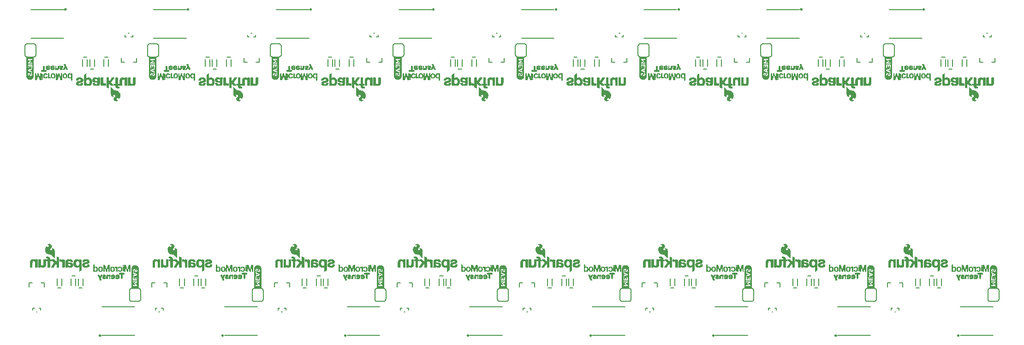
<source format=gbo>
G04 EAGLE Gerber RS-274X export*
G75*
%MOMM*%
%FSLAX34Y34*%
%LPD*%
%INSilkscreen Bottom*%
%IPPOS*%
%AMOC8*
5,1,8,0,0,1.08239X$1,22.5*%
G01*
%ADD10C,0.203200*%
%ADD11R,0.880000X0.040000*%
%ADD12R,1.000000X0.040000*%
%ADD13R,1.040000X0.040000*%
%ADD14R,0.960000X0.040000*%
%ADD15R,0.280000X0.040000*%
%ADD16R,0.080000X0.040000*%
%ADD17R,0.400000X0.040000*%
%ADD18R,0.200000X0.040000*%
%ADD19R,0.160000X0.040000*%
%ADD20R,0.480000X0.040000*%
%ADD21R,0.520000X0.040000*%
%ADD22R,0.600000X0.040000*%
%ADD23R,0.240000X0.040000*%
%ADD24R,0.640000X0.040000*%
%ADD25R,0.560000X0.040000*%
%ADD26R,0.680000X0.040000*%
%ADD27R,0.320000X0.040000*%
%ADD28R,0.720000X0.040000*%
%ADD29R,0.760000X0.040000*%
%ADD30R,0.440000X0.040000*%
%ADD31R,0.040000X0.040000*%
%ADD32R,0.360000X0.040000*%
%ADD33C,0.300000*%
%ADD34C,0.152400*%
%ADD35R,0.040000X3.710000*%
%ADD36R,0.030000X3.800000*%
%ADD37R,0.030000X3.870000*%
%ADD38R,0.030000X3.930000*%
%ADD39R,0.030000X3.960000*%
%ADD40R,0.040000X4.000000*%
%ADD41R,0.030000X4.030000*%
%ADD42R,0.030000X3.130000*%
%ADD43R,0.030000X0.770000*%
%ADD44R,0.030000X0.380000*%
%ADD45R,0.030000X0.540000*%
%ADD46R,0.030000X0.130000*%
%ADD47R,0.030000X0.420000*%
%ADD48R,0.030000X0.510000*%
%ADD49R,0.030000X0.700000*%
%ADD50R,0.030000X0.350000*%
%ADD51R,0.030000X0.480000*%
%ADD52R,0.030000X0.090000*%
%ADD53R,0.030000X0.390000*%
%ADD54R,0.030000X0.410000*%
%ADD55R,0.030000X0.640000*%
%ADD56R,0.040000X0.350000*%
%ADD57R,0.040000X0.420000*%
%ADD58R,0.040000X0.090000*%
%ADD59R,0.040000X0.380000*%
%ADD60R,0.040000X0.640000*%
%ADD61R,0.030000X0.320000*%
%ADD62R,0.030000X0.680000*%
%ADD63R,0.030000X0.290000*%
%ADD64R,0.030000X0.710000*%
%ADD65R,0.030000X0.220000*%
%ADD66R,0.030000X0.190000*%
%ADD67R,0.030000X0.740000*%
%ADD68R,0.040000X0.190000*%
%ADD69R,0.040000X0.740000*%
%ADD70R,0.040000X0.290000*%
%ADD71R,0.040000X1.060000*%
%ADD72R,0.030000X0.160000*%
%ADD73R,0.030000X0.260000*%
%ADD74R,0.030000X1.030000*%
%ADD75R,0.030000X0.100000*%
%ADD76R,0.030000X0.960000*%
%ADD77R,0.030000X0.030000*%
%ADD78R,0.030000X0.250000*%
%ADD79R,0.030000X0.830000*%
%ADD80R,0.030000X0.360000*%
%ADD81R,0.030000X0.060000*%
%ADD82R,0.040000X0.030000*%
%ADD83R,0.040000X0.360000*%
%ADD84R,0.040000X0.060000*%
%ADD85R,0.040000X0.250000*%
%ADD86R,0.040000X0.710000*%
%ADD87R,0.030000X0.070000*%
%ADD88R,0.030000X0.670000*%
%ADD89R,0.030000X0.450000*%
%ADD90R,0.030000X0.610000*%
%ADD91R,0.040000X0.160000*%
%ADD92R,0.040000X0.580000*%
%ADD93R,0.030000X0.580000*%
%ADD94R,0.030000X0.550000*%
%ADD95R,0.030000X0.600000*%
%ADD96R,0.040000X0.480000*%
%ADD97R,0.040000X0.070000*%

G36*
X733373Y191893D02*
X733373Y191893D01*
X733424Y191895D01*
X733457Y191912D01*
X733492Y191921D01*
X733532Y191953D01*
X733577Y191978D01*
X733598Y192008D01*
X733626Y192031D01*
X733647Y192078D01*
X733676Y192119D01*
X733684Y192161D01*
X733697Y192189D01*
X733696Y192220D01*
X733704Y192262D01*
X733704Y205062D01*
X733700Y205080D01*
X733702Y205104D01*
X733502Y206904D01*
X733491Y206935D01*
X733484Y206982D01*
X733284Y207582D01*
X733272Y207602D01*
X733264Y207632D01*
X732964Y208232D01*
X732955Y208242D01*
X732950Y208257D01*
X732650Y208757D01*
X732635Y208772D01*
X732627Y208791D01*
X732550Y208860D01*
X732529Y208882D01*
X732524Y208883D01*
X732519Y208888D01*
X732036Y209178D01*
X731652Y209466D01*
X731617Y209481D01*
X731565Y209515D01*
X730565Y209915D01*
X730532Y209920D01*
X730486Y209937D01*
X729886Y210037D01*
X729859Y210035D01*
X729824Y210042D01*
X729024Y210042D01*
X728988Y210034D01*
X728931Y210031D01*
X728577Y209942D01*
X728424Y209942D01*
X728408Y209938D01*
X728393Y209941D01*
X728262Y209904D01*
X728255Y209902D01*
X728254Y209902D01*
X728054Y209802D01*
X728034Y209786D01*
X728011Y209777D01*
X727968Y209731D01*
X727920Y209691D01*
X727910Y209668D01*
X727893Y209650D01*
X727875Y209590D01*
X727850Y209533D01*
X727851Y209508D01*
X727844Y209484D01*
X727855Y209422D01*
X727857Y209359D01*
X727869Y209338D01*
X727874Y209313D01*
X727923Y209240D01*
X727941Y209208D01*
X727948Y209202D01*
X727955Y209193D01*
X728055Y209093D01*
X728087Y209073D01*
X728154Y209022D01*
X728554Y208822D01*
X728576Y208816D01*
X728603Y208801D01*
X728818Y208729D01*
X729128Y208419D01*
X729279Y208193D01*
X729343Y208000D01*
X729343Y207823D01*
X729271Y207607D01*
X729111Y207287D01*
X728881Y207057D01*
X728646Y206900D01*
X728215Y206728D01*
X727786Y206642D01*
X727070Y206642D01*
X726380Y206815D01*
X725884Y207145D01*
X725563Y207546D01*
X725404Y208023D01*
X725404Y208584D01*
X725649Y209156D01*
X726310Y209911D01*
X727108Y210809D01*
X727108Y210810D01*
X727110Y210811D01*
X727810Y211611D01*
X727825Y211640D01*
X727856Y211677D01*
X728356Y212577D01*
X728367Y212615D01*
X728395Y212679D01*
X728595Y213579D01*
X728594Y213613D01*
X728604Y213662D01*
X728604Y214462D01*
X728595Y214498D01*
X728584Y214582D01*
X728284Y215482D01*
X728264Y215515D01*
X728233Y215583D01*
X727733Y216283D01*
X727707Y216305D01*
X727676Y216346D01*
X726776Y217146D01*
X726746Y217162D01*
X726706Y217195D01*
X725606Y217795D01*
X725569Y217806D01*
X725492Y217836D01*
X724392Y218036D01*
X724363Y218034D01*
X724324Y218042D01*
X723324Y218042D01*
X723287Y218033D01*
X723203Y218022D01*
X722303Y217722D01*
X722298Y217719D01*
X722290Y217718D01*
X721490Y217418D01*
X721475Y217408D01*
X721454Y217402D01*
X721287Y217319D01*
X720854Y217102D01*
X720831Y217083D01*
X720795Y217066D01*
X720395Y216766D01*
X720380Y216748D01*
X720355Y216730D01*
X720255Y216630D01*
X720241Y216609D01*
X720221Y216592D01*
X720196Y216536D01*
X720163Y216483D01*
X720161Y216458D01*
X720150Y216434D01*
X720153Y216372D01*
X720147Y216311D01*
X720156Y216287D01*
X720157Y216261D01*
X720186Y216207D01*
X720208Y216149D01*
X720227Y216131D01*
X720240Y216109D01*
X720290Y216073D01*
X720336Y216031D01*
X720360Y216024D01*
X720381Y216009D01*
X720466Y215993D01*
X720502Y215982D01*
X720512Y215984D01*
X720524Y215981D01*
X720824Y215981D01*
X720860Y215990D01*
X720944Y216001D01*
X721185Y216081D01*
X721377Y216081D01*
X721731Y215993D01*
X721740Y215993D01*
X721749Y215989D01*
X722199Y215899D01*
X722523Y215737D01*
X722843Y215496D01*
X722979Y215293D01*
X723063Y215041D01*
X723075Y215021D01*
X723084Y214992D01*
X723171Y214816D01*
X723223Y214662D01*
X723163Y214482D01*
X723162Y214469D01*
X723155Y214454D01*
X723071Y214118D01*
X722907Y213873D01*
X722900Y213853D01*
X722884Y213832D01*
X722711Y213487D01*
X722481Y213257D01*
X722213Y213078D01*
X722206Y213071D01*
X722195Y213066D01*
X721804Y212772D01*
X721532Y212591D01*
X721101Y212375D01*
X720834Y212242D01*
X720285Y212242D01*
X720092Y212306D01*
X719943Y212406D01*
X719804Y212823D01*
X719804Y213562D01*
X719792Y213612D01*
X719791Y213633D01*
X719790Y213656D01*
X719790Y213664D01*
X719773Y213695D01*
X719764Y213730D01*
X719731Y213770D01*
X719707Y213816D01*
X719677Y213836D01*
X719654Y213864D01*
X719607Y213885D01*
X719564Y213915D01*
X719529Y213920D01*
X719496Y213935D01*
X719444Y213933D01*
X719393Y213941D01*
X719353Y213929D01*
X719323Y213928D01*
X719296Y213913D01*
X719254Y213902D01*
X719243Y213896D01*
X718482Y213516D01*
X718454Y213502D01*
X718450Y213498D01*
X718339Y213414D01*
X717539Y212514D01*
X717524Y212487D01*
X717495Y212453D01*
X716795Y211253D01*
X716786Y211225D01*
X716766Y211190D01*
X716266Y209790D01*
X716263Y209764D01*
X716250Y209732D01*
X715950Y208132D01*
X715951Y208095D01*
X715944Y208041D01*
X716044Y206241D01*
X716053Y206208D01*
X716057Y206160D01*
X716557Y204360D01*
X716574Y204328D01*
X716591Y204277D01*
X717591Y202477D01*
X717608Y202458D01*
X717623Y202428D01*
X718323Y201528D01*
X718331Y201522D01*
X718335Y201515D01*
X718344Y201508D01*
X718355Y201493D01*
X719155Y200693D01*
X719164Y200687D01*
X719173Y200675D01*
X719973Y199975D01*
X719999Y199962D01*
X720028Y199936D01*
X721028Y199336D01*
X721053Y199328D01*
X721082Y199309D01*
X722082Y198909D01*
X722101Y198906D01*
X722124Y198895D01*
X723224Y198595D01*
X723241Y198594D01*
X723261Y198587D01*
X724461Y198387D01*
X724488Y198388D01*
X724524Y198381D01*
X726392Y198381D01*
X726890Y198298D01*
X727306Y198049D01*
X728256Y197289D01*
X728731Y196718D01*
X728744Y196709D01*
X728755Y196693D01*
X730032Y195415D01*
X730514Y194741D01*
X730534Y194723D01*
X730555Y194693D01*
X731142Y194105D01*
X731631Y193518D01*
X731644Y193509D01*
X731655Y193493D01*
X732136Y193012D01*
X732419Y192633D01*
X732437Y192618D01*
X732455Y192593D01*
X732728Y192319D01*
X732907Y192051D01*
X732927Y192032D01*
X732940Y192009D01*
X732989Y191974D01*
X733034Y191932D01*
X733059Y191924D01*
X733081Y191909D01*
X733163Y191893D01*
X733200Y191882D01*
X733210Y191884D01*
X733224Y191881D01*
X733324Y191881D01*
X733373Y191893D01*
G37*
G36*
X1183537Y191893D02*
X1183537Y191893D01*
X1183589Y191895D01*
X1183621Y191912D01*
X1183657Y191921D01*
X1183696Y191953D01*
X1183741Y191978D01*
X1183762Y192008D01*
X1183790Y192031D01*
X1183811Y192078D01*
X1183840Y192119D01*
X1183849Y192161D01*
X1183861Y192189D01*
X1183860Y192220D01*
X1183868Y192262D01*
X1183868Y205062D01*
X1183864Y205080D01*
X1183866Y205104D01*
X1183666Y206904D01*
X1183655Y206935D01*
X1183649Y206982D01*
X1183449Y207582D01*
X1183436Y207602D01*
X1183428Y207632D01*
X1183128Y208232D01*
X1183119Y208242D01*
X1183114Y208257D01*
X1182814Y208757D01*
X1182800Y208772D01*
X1182791Y208791D01*
X1182714Y208860D01*
X1182693Y208882D01*
X1182688Y208883D01*
X1182683Y208888D01*
X1182200Y209178D01*
X1181816Y209466D01*
X1181781Y209481D01*
X1181729Y209515D01*
X1180729Y209915D01*
X1180696Y209920D01*
X1180650Y209937D01*
X1180050Y210037D01*
X1180023Y210035D01*
X1179988Y210042D01*
X1179188Y210042D01*
X1179152Y210034D01*
X1179096Y210031D01*
X1178741Y209942D01*
X1178588Y209942D01*
X1178573Y209938D01*
X1178557Y209941D01*
X1178426Y209904D01*
X1178419Y209902D01*
X1178418Y209902D01*
X1178218Y209802D01*
X1178199Y209786D01*
X1178175Y209777D01*
X1178133Y209731D01*
X1178085Y209691D01*
X1178074Y209668D01*
X1178057Y209650D01*
X1178040Y209590D01*
X1178014Y209533D01*
X1178015Y209508D01*
X1178008Y209484D01*
X1178019Y209422D01*
X1178022Y209359D01*
X1178034Y209338D01*
X1178038Y209313D01*
X1178087Y209240D01*
X1178105Y209208D01*
X1178113Y209202D01*
X1178119Y209193D01*
X1178219Y209093D01*
X1178251Y209073D01*
X1178318Y209022D01*
X1178718Y208822D01*
X1178741Y208816D01*
X1178768Y208801D01*
X1178982Y208729D01*
X1179292Y208419D01*
X1179443Y208193D01*
X1179508Y208000D01*
X1179508Y207823D01*
X1179436Y207607D01*
X1179275Y207287D01*
X1179046Y207057D01*
X1178810Y206900D01*
X1178379Y206728D01*
X1177950Y206642D01*
X1177235Y206642D01*
X1176544Y206815D01*
X1176048Y207145D01*
X1175727Y207546D01*
X1175568Y208023D01*
X1175568Y208584D01*
X1175814Y209156D01*
X1176474Y209911D01*
X1177272Y210809D01*
X1177273Y210810D01*
X1177274Y210811D01*
X1177974Y211611D01*
X1177990Y211640D01*
X1178020Y211677D01*
X1178520Y212577D01*
X1178531Y212615D01*
X1178559Y212679D01*
X1178759Y213579D01*
X1178759Y213613D01*
X1178768Y213662D01*
X1178768Y214462D01*
X1178760Y214498D01*
X1178749Y214582D01*
X1178449Y215482D01*
X1178428Y215515D01*
X1178397Y215583D01*
X1177897Y216283D01*
X1177871Y216305D01*
X1177840Y216346D01*
X1176940Y217146D01*
X1176910Y217162D01*
X1176870Y217195D01*
X1175770Y217795D01*
X1175733Y217806D01*
X1175656Y217836D01*
X1174556Y218036D01*
X1174527Y218034D01*
X1174488Y218042D01*
X1173488Y218042D01*
X1173451Y218033D01*
X1173368Y218022D01*
X1172468Y217722D01*
X1172462Y217719D01*
X1172454Y217718D01*
X1171654Y217418D01*
X1171640Y217408D01*
X1171618Y217402D01*
X1171452Y217319D01*
X1171018Y217102D01*
X1170995Y217083D01*
X1170960Y217066D01*
X1170560Y216766D01*
X1170545Y216748D01*
X1170519Y216730D01*
X1170419Y216630D01*
X1170405Y216609D01*
X1170385Y216592D01*
X1170360Y216536D01*
X1170328Y216483D01*
X1170325Y216458D01*
X1170315Y216434D01*
X1170317Y216372D01*
X1170311Y216311D01*
X1170320Y216287D01*
X1170321Y216261D01*
X1170351Y216207D01*
X1170373Y216149D01*
X1170392Y216131D01*
X1170404Y216109D01*
X1170454Y216073D01*
X1170500Y216031D01*
X1170525Y216024D01*
X1170546Y216009D01*
X1170630Y215993D01*
X1170666Y215982D01*
X1170676Y215984D01*
X1170688Y215981D01*
X1170988Y215981D01*
X1171024Y215990D01*
X1171108Y216001D01*
X1171350Y216081D01*
X1171541Y216081D01*
X1171896Y215993D01*
X1171904Y215993D01*
X1171913Y215989D01*
X1172363Y215899D01*
X1172687Y215737D01*
X1173008Y215496D01*
X1173143Y215293D01*
X1173227Y215041D01*
X1173239Y215021D01*
X1173248Y214992D01*
X1173336Y214816D01*
X1173387Y214662D01*
X1173327Y214482D01*
X1173326Y214469D01*
X1173319Y214454D01*
X1173235Y214118D01*
X1173071Y213873D01*
X1173064Y213853D01*
X1173048Y213832D01*
X1172875Y213487D01*
X1172646Y213257D01*
X1172377Y213078D01*
X1172370Y213071D01*
X1172360Y213066D01*
X1171968Y212772D01*
X1171697Y212591D01*
X1171265Y212375D01*
X1170998Y212242D01*
X1170450Y212242D01*
X1170256Y212306D01*
X1170107Y212406D01*
X1169968Y212823D01*
X1169968Y213562D01*
X1169956Y213612D01*
X1169955Y213633D01*
X1169955Y213656D01*
X1169954Y213656D01*
X1169954Y213664D01*
X1169937Y213695D01*
X1169929Y213730D01*
X1169896Y213770D01*
X1169871Y213816D01*
X1169841Y213836D01*
X1169818Y213864D01*
X1169771Y213885D01*
X1169729Y213915D01*
X1169693Y213920D01*
X1169660Y213935D01*
X1169609Y213933D01*
X1169557Y213941D01*
X1169517Y213929D01*
X1169487Y213928D01*
X1169460Y213913D01*
X1169418Y213902D01*
X1169407Y213896D01*
X1168647Y213516D01*
X1168618Y213502D01*
X1168614Y213498D01*
X1168504Y213414D01*
X1167704Y212514D01*
X1167689Y212487D01*
X1167659Y212453D01*
X1166959Y211253D01*
X1166951Y211225D01*
X1166930Y211190D01*
X1166430Y209790D01*
X1166427Y209764D01*
X1166414Y209732D01*
X1166114Y208132D01*
X1166116Y208095D01*
X1166108Y208041D01*
X1166208Y206241D01*
X1166218Y206208D01*
X1166221Y206160D01*
X1166721Y204360D01*
X1166739Y204328D01*
X1166755Y204277D01*
X1167755Y202477D01*
X1167772Y202458D01*
X1167788Y202428D01*
X1168488Y201528D01*
X1168495Y201522D01*
X1168499Y201515D01*
X1168508Y201508D01*
X1168519Y201493D01*
X1169319Y200693D01*
X1169329Y200687D01*
X1169337Y200675D01*
X1170137Y199975D01*
X1170163Y199962D01*
X1170192Y199936D01*
X1171192Y199336D01*
X1171217Y199328D01*
X1171247Y199309D01*
X1172247Y198909D01*
X1172266Y198906D01*
X1172288Y198895D01*
X1173388Y198595D01*
X1173405Y198594D01*
X1173425Y198587D01*
X1174625Y198387D01*
X1174652Y198388D01*
X1174688Y198381D01*
X1176556Y198381D01*
X1177054Y198298D01*
X1177470Y198049D01*
X1178420Y197289D01*
X1178896Y196718D01*
X1178908Y196709D01*
X1178919Y196693D01*
X1180197Y195415D01*
X1180678Y194741D01*
X1180699Y194723D01*
X1180719Y194693D01*
X1181307Y194105D01*
X1181796Y193518D01*
X1181808Y193509D01*
X1181819Y193493D01*
X1182300Y193012D01*
X1182584Y192633D01*
X1182602Y192618D01*
X1182619Y192593D01*
X1182892Y192319D01*
X1183071Y192051D01*
X1183091Y192032D01*
X1183104Y192009D01*
X1183153Y191974D01*
X1183198Y191932D01*
X1183224Y191924D01*
X1183246Y191909D01*
X1183327Y191893D01*
X1183364Y191882D01*
X1183375Y191884D01*
X1183388Y191881D01*
X1183488Y191881D01*
X1183537Y191893D01*
G37*
G36*
X1408632Y191893D02*
X1408632Y191893D01*
X1408683Y191895D01*
X1408716Y191912D01*
X1408751Y191921D01*
X1408791Y191953D01*
X1408836Y191978D01*
X1408857Y192008D01*
X1408885Y192031D01*
X1408906Y192078D01*
X1408935Y192119D01*
X1408943Y192161D01*
X1408956Y192189D01*
X1408955Y192220D01*
X1408963Y192262D01*
X1408963Y205062D01*
X1408959Y205080D01*
X1408961Y205104D01*
X1408761Y206904D01*
X1408750Y206935D01*
X1408743Y206982D01*
X1408543Y207582D01*
X1408531Y207602D01*
X1408523Y207632D01*
X1408223Y208232D01*
X1408214Y208242D01*
X1408209Y208257D01*
X1407909Y208757D01*
X1407894Y208772D01*
X1407886Y208791D01*
X1407809Y208860D01*
X1407788Y208882D01*
X1407783Y208883D01*
X1407778Y208888D01*
X1407295Y209178D01*
X1406911Y209466D01*
X1406876Y209481D01*
X1406824Y209515D01*
X1405824Y209915D01*
X1405791Y209920D01*
X1405745Y209937D01*
X1405145Y210037D01*
X1405118Y210035D01*
X1405083Y210042D01*
X1404283Y210042D01*
X1404247Y210034D01*
X1404190Y210031D01*
X1403836Y209942D01*
X1403683Y209942D01*
X1403667Y209938D01*
X1403652Y209941D01*
X1403521Y209904D01*
X1403514Y209902D01*
X1403513Y209902D01*
X1403313Y209802D01*
X1403293Y209786D01*
X1403270Y209777D01*
X1403227Y209731D01*
X1403179Y209691D01*
X1403169Y209668D01*
X1403152Y209650D01*
X1403134Y209590D01*
X1403109Y209533D01*
X1403110Y209508D01*
X1403103Y209484D01*
X1403114Y209422D01*
X1403116Y209359D01*
X1403128Y209338D01*
X1403133Y209313D01*
X1403182Y209240D01*
X1403200Y209208D01*
X1403207Y209202D01*
X1403214Y209193D01*
X1403314Y209093D01*
X1403346Y209073D01*
X1403413Y209022D01*
X1403813Y208822D01*
X1403835Y208816D01*
X1403862Y208801D01*
X1404077Y208729D01*
X1404387Y208419D01*
X1404538Y208193D01*
X1404602Y208000D01*
X1404602Y207823D01*
X1404530Y207607D01*
X1404370Y207287D01*
X1404140Y207057D01*
X1403905Y206900D01*
X1403474Y206728D01*
X1403045Y206642D01*
X1402329Y206642D01*
X1401639Y206815D01*
X1401143Y207145D01*
X1400822Y207546D01*
X1400663Y208023D01*
X1400663Y208584D01*
X1400908Y209156D01*
X1401569Y209911D01*
X1402367Y210809D01*
X1402367Y210810D01*
X1402369Y210811D01*
X1403069Y211611D01*
X1403084Y211640D01*
X1403115Y211677D01*
X1403615Y212577D01*
X1403626Y212615D01*
X1403654Y212679D01*
X1403854Y213579D01*
X1403853Y213613D01*
X1403863Y213662D01*
X1403863Y214462D01*
X1403854Y214498D01*
X1403843Y214582D01*
X1403543Y215482D01*
X1403523Y215515D01*
X1403492Y215583D01*
X1402992Y216283D01*
X1402966Y216305D01*
X1402935Y216346D01*
X1402035Y217146D01*
X1402005Y217162D01*
X1401965Y217195D01*
X1400865Y217795D01*
X1400828Y217806D01*
X1400751Y217836D01*
X1399651Y218036D01*
X1399622Y218034D01*
X1399583Y218042D01*
X1398583Y218042D01*
X1398546Y218033D01*
X1398462Y218022D01*
X1397562Y217722D01*
X1397557Y217719D01*
X1397549Y217718D01*
X1396749Y217418D01*
X1396734Y217408D01*
X1396713Y217402D01*
X1396546Y217319D01*
X1396113Y217102D01*
X1396090Y217083D01*
X1396054Y217066D01*
X1395654Y216766D01*
X1395639Y216748D01*
X1395614Y216730D01*
X1395514Y216630D01*
X1395500Y216609D01*
X1395480Y216592D01*
X1395455Y216536D01*
X1395422Y216483D01*
X1395420Y216458D01*
X1395409Y216434D01*
X1395412Y216372D01*
X1395406Y216311D01*
X1395415Y216287D01*
X1395416Y216261D01*
X1395445Y216207D01*
X1395467Y216149D01*
X1395486Y216131D01*
X1395499Y216109D01*
X1395549Y216073D01*
X1395595Y216031D01*
X1395619Y216024D01*
X1395640Y216009D01*
X1395725Y215993D01*
X1395761Y215982D01*
X1395771Y215984D01*
X1395783Y215981D01*
X1396083Y215981D01*
X1396119Y215990D01*
X1396203Y216001D01*
X1396444Y216081D01*
X1396636Y216081D01*
X1396990Y215993D01*
X1396999Y215993D01*
X1397008Y215989D01*
X1397458Y215899D01*
X1397782Y215737D01*
X1398102Y215496D01*
X1398238Y215293D01*
X1398322Y215041D01*
X1398334Y215021D01*
X1398343Y214992D01*
X1398430Y214816D01*
X1398482Y214662D01*
X1398422Y214482D01*
X1398421Y214469D01*
X1398414Y214454D01*
X1398330Y214118D01*
X1398166Y213873D01*
X1398159Y213853D01*
X1398143Y213832D01*
X1397970Y213487D01*
X1397740Y213257D01*
X1397472Y213078D01*
X1397465Y213071D01*
X1397454Y213066D01*
X1397063Y212772D01*
X1396791Y212591D01*
X1396360Y212375D01*
X1396093Y212242D01*
X1395544Y212242D01*
X1395351Y212306D01*
X1395202Y212406D01*
X1395063Y212823D01*
X1395063Y213562D01*
X1395051Y213612D01*
X1395050Y213633D01*
X1395049Y213656D01*
X1395049Y213664D01*
X1395032Y213695D01*
X1395023Y213730D01*
X1394990Y213770D01*
X1394966Y213816D01*
X1394936Y213836D01*
X1394913Y213864D01*
X1394866Y213885D01*
X1394823Y213915D01*
X1394788Y213920D01*
X1394755Y213935D01*
X1394703Y213933D01*
X1394652Y213941D01*
X1394612Y213929D01*
X1394582Y213928D01*
X1394555Y213913D01*
X1394513Y213902D01*
X1394502Y213896D01*
X1393741Y213516D01*
X1393713Y213502D01*
X1393709Y213498D01*
X1393598Y213414D01*
X1392798Y212514D01*
X1392783Y212487D01*
X1392754Y212453D01*
X1392054Y211253D01*
X1392045Y211225D01*
X1392025Y211190D01*
X1391525Y209790D01*
X1391522Y209764D01*
X1391509Y209732D01*
X1391209Y208132D01*
X1391210Y208095D01*
X1391203Y208041D01*
X1391303Y206241D01*
X1391312Y206208D01*
X1391316Y206160D01*
X1391816Y204360D01*
X1391833Y204328D01*
X1391850Y204277D01*
X1392850Y202477D01*
X1392867Y202458D01*
X1392882Y202428D01*
X1393582Y201528D01*
X1393590Y201522D01*
X1393594Y201515D01*
X1393603Y201508D01*
X1393614Y201493D01*
X1394414Y200693D01*
X1394423Y200687D01*
X1394432Y200675D01*
X1395232Y199975D01*
X1395258Y199962D01*
X1395287Y199936D01*
X1396287Y199336D01*
X1396312Y199328D01*
X1396341Y199309D01*
X1397341Y198909D01*
X1397360Y198906D01*
X1397383Y198895D01*
X1398483Y198595D01*
X1398500Y198594D01*
X1398520Y198587D01*
X1399720Y198387D01*
X1399747Y198388D01*
X1399783Y198381D01*
X1401651Y198381D01*
X1402149Y198298D01*
X1402565Y198049D01*
X1403515Y197289D01*
X1403990Y196718D01*
X1404003Y196709D01*
X1404014Y196693D01*
X1405291Y195415D01*
X1405773Y194741D01*
X1405793Y194723D01*
X1405814Y194693D01*
X1406401Y194105D01*
X1406890Y193518D01*
X1406903Y193509D01*
X1406914Y193493D01*
X1407395Y193012D01*
X1407678Y192633D01*
X1407696Y192618D01*
X1407714Y192593D01*
X1407987Y192319D01*
X1408166Y192051D01*
X1408186Y192032D01*
X1408199Y192009D01*
X1408248Y191974D01*
X1408293Y191932D01*
X1408318Y191924D01*
X1408340Y191909D01*
X1408422Y191893D01*
X1408459Y191882D01*
X1408469Y191884D01*
X1408483Y191881D01*
X1408583Y191881D01*
X1408632Y191893D01*
G37*
G36*
X958468Y191893D02*
X958468Y191893D01*
X958519Y191895D01*
X958551Y191912D01*
X958587Y191921D01*
X958627Y191953D01*
X958671Y191978D01*
X958692Y192008D01*
X958721Y192031D01*
X958742Y192078D01*
X958771Y192119D01*
X958779Y192161D01*
X958792Y192189D01*
X958791Y192220D01*
X958799Y192262D01*
X958799Y205062D01*
X958794Y205080D01*
X958796Y205104D01*
X958596Y206904D01*
X958585Y206935D01*
X958579Y206982D01*
X958379Y207582D01*
X958367Y207602D01*
X958359Y207632D01*
X958059Y208232D01*
X958050Y208242D01*
X958044Y208257D01*
X957744Y208757D01*
X957730Y208772D01*
X957722Y208791D01*
X957645Y208860D01*
X957624Y208882D01*
X957619Y208883D01*
X957614Y208888D01*
X957131Y209178D01*
X956747Y209466D01*
X956712Y209481D01*
X956660Y209515D01*
X955660Y209915D01*
X955626Y209920D01*
X955581Y209937D01*
X954981Y210037D01*
X954954Y210035D01*
X954918Y210042D01*
X954118Y210042D01*
X954083Y210034D01*
X954026Y210031D01*
X953672Y209942D01*
X953518Y209942D01*
X953503Y209938D01*
X953488Y209941D01*
X953357Y209904D01*
X953350Y209902D01*
X953349Y209902D01*
X953348Y209902D01*
X953148Y209802D01*
X953129Y209786D01*
X953106Y209777D01*
X953063Y209731D01*
X953015Y209691D01*
X953005Y209668D01*
X952988Y209650D01*
X952970Y209590D01*
X952945Y209533D01*
X952946Y209508D01*
X952939Y209484D01*
X952950Y209422D01*
X952952Y209359D01*
X952964Y209338D01*
X952968Y209313D01*
X953018Y209240D01*
X953035Y209208D01*
X953043Y209202D01*
X953050Y209193D01*
X953150Y209093D01*
X953182Y209073D01*
X953248Y209022D01*
X953648Y208822D01*
X953671Y208816D01*
X953698Y208801D01*
X953913Y208729D01*
X954223Y208419D01*
X954374Y208193D01*
X954438Y208000D01*
X954438Y207823D01*
X954366Y207607D01*
X954206Y207287D01*
X953976Y207057D01*
X953740Y206900D01*
X953310Y206728D01*
X952881Y206642D01*
X952165Y206642D01*
X951475Y206815D01*
X950978Y207145D01*
X950658Y207546D01*
X950499Y208023D01*
X950499Y208584D01*
X950744Y209156D01*
X951404Y209911D01*
X952203Y210809D01*
X952203Y210810D01*
X952205Y210811D01*
X952905Y211611D01*
X952920Y211640D01*
X952951Y211677D01*
X953451Y212577D01*
X953462Y212615D01*
X953490Y212679D01*
X953690Y213579D01*
X953689Y213613D01*
X953699Y213662D01*
X953699Y214462D01*
X953690Y214498D01*
X953679Y214582D01*
X953379Y215482D01*
X953359Y215515D01*
X953328Y215583D01*
X952828Y216283D01*
X952802Y216305D01*
X952771Y216346D01*
X951871Y217146D01*
X951840Y217162D01*
X951801Y217195D01*
X950701Y217795D01*
X950664Y217806D01*
X950586Y217836D01*
X949486Y218036D01*
X949457Y218034D01*
X949418Y218042D01*
X948418Y218042D01*
X948382Y218033D01*
X948298Y218022D01*
X947398Y217722D01*
X947393Y217719D01*
X947385Y217718D01*
X946585Y217418D01*
X946570Y217408D01*
X946548Y217402D01*
X946382Y217319D01*
X945948Y217102D01*
X945926Y217083D01*
X945890Y217066D01*
X945490Y216766D01*
X945475Y216748D01*
X945450Y216730D01*
X945350Y216630D01*
X945336Y216609D01*
X945316Y216592D01*
X945291Y216536D01*
X945258Y216483D01*
X945256Y216458D01*
X945245Y216434D01*
X945247Y216372D01*
X945242Y216311D01*
X945251Y216287D01*
X945252Y216261D01*
X945281Y216207D01*
X945303Y216149D01*
X945322Y216131D01*
X945334Y216109D01*
X945385Y216073D01*
X945430Y216031D01*
X945455Y216024D01*
X945476Y216009D01*
X945561Y215993D01*
X945596Y215982D01*
X945606Y215984D01*
X945618Y215981D01*
X945918Y215981D01*
X945955Y215990D01*
X946039Y216001D01*
X946280Y216081D01*
X946472Y216081D01*
X946826Y215993D01*
X946834Y215993D01*
X946844Y215989D01*
X947294Y215899D01*
X947618Y215737D01*
X947938Y215496D01*
X948074Y215293D01*
X948158Y215041D01*
X948170Y215021D01*
X948178Y214992D01*
X948266Y214816D01*
X948318Y214662D01*
X948258Y214482D01*
X948256Y214469D01*
X948250Y214454D01*
X948165Y214118D01*
X948002Y213873D01*
X947995Y213853D01*
X947978Y213832D01*
X947806Y213487D01*
X947576Y213257D01*
X947307Y213078D01*
X947301Y213071D01*
X947290Y213066D01*
X946899Y212772D01*
X946627Y212591D01*
X946196Y212375D01*
X945929Y212242D01*
X945380Y212242D01*
X945187Y212306D01*
X945038Y212406D01*
X944899Y212823D01*
X944899Y213562D01*
X944887Y213612D01*
X944886Y213633D01*
X944885Y213656D01*
X944885Y213664D01*
X944867Y213695D01*
X944859Y213730D01*
X944826Y213770D01*
X944801Y213816D01*
X944772Y213836D01*
X944749Y213864D01*
X944702Y213885D01*
X944659Y213915D01*
X944624Y213920D01*
X944591Y213935D01*
X944539Y213933D01*
X944488Y213941D01*
X944448Y213929D01*
X944418Y213928D01*
X944390Y213913D01*
X944348Y213902D01*
X944338Y213896D01*
X943577Y213516D01*
X943548Y213502D01*
X943544Y213498D01*
X943434Y213414D01*
X942634Y212514D01*
X942619Y212487D01*
X942590Y212453D01*
X941890Y211253D01*
X941881Y211225D01*
X941860Y211190D01*
X941360Y209790D01*
X941357Y209764D01*
X941345Y209732D01*
X941045Y208132D01*
X941046Y208095D01*
X941039Y208041D01*
X941139Y206241D01*
X941148Y206208D01*
X941152Y206160D01*
X941652Y204360D01*
X941669Y204328D01*
X941686Y204277D01*
X942686Y202477D01*
X942703Y202458D01*
X942718Y202428D01*
X943418Y201528D01*
X943426Y201522D01*
X943430Y201515D01*
X943439Y201508D01*
X943450Y201493D01*
X944250Y200693D01*
X944259Y200687D01*
X944268Y200675D01*
X945068Y199975D01*
X945093Y199962D01*
X945123Y199936D01*
X946123Y199336D01*
X946148Y199328D01*
X946177Y199309D01*
X947177Y198909D01*
X947196Y198906D01*
X947218Y198895D01*
X948318Y198595D01*
X948336Y198594D01*
X948356Y198587D01*
X949556Y198387D01*
X949583Y198388D01*
X949618Y198381D01*
X951487Y198381D01*
X951985Y198298D01*
X952401Y198049D01*
X953351Y197289D01*
X953826Y196718D01*
X953839Y196709D01*
X953850Y196693D01*
X955127Y195415D01*
X955609Y194741D01*
X955629Y194723D01*
X955650Y194693D01*
X956237Y194105D01*
X956726Y193518D01*
X956739Y193509D01*
X956750Y193493D01*
X957230Y193012D01*
X957514Y192633D01*
X957532Y192618D01*
X957550Y192593D01*
X957823Y192319D01*
X958002Y192051D01*
X958022Y192032D01*
X958034Y192009D01*
X958084Y191974D01*
X958128Y191932D01*
X958154Y191924D01*
X958176Y191909D01*
X958258Y191893D01*
X958294Y191882D01*
X958305Y191884D01*
X958318Y191881D01*
X958418Y191881D01*
X958468Y191893D01*
G37*
G36*
X1633702Y191893D02*
X1633702Y191893D01*
X1633753Y191895D01*
X1633785Y191912D01*
X1633821Y191921D01*
X1633860Y191953D01*
X1633905Y191978D01*
X1633926Y192008D01*
X1633954Y192031D01*
X1633975Y192078D01*
X1634005Y192119D01*
X1634013Y192161D01*
X1634025Y192189D01*
X1634024Y192220D01*
X1634032Y192262D01*
X1634032Y205062D01*
X1634028Y205080D01*
X1634030Y205104D01*
X1633830Y206904D01*
X1633819Y206935D01*
X1633813Y206982D01*
X1633613Y207582D01*
X1633600Y207602D01*
X1633592Y207632D01*
X1633292Y208232D01*
X1633284Y208242D01*
X1633278Y208257D01*
X1632978Y208757D01*
X1632964Y208772D01*
X1632955Y208791D01*
X1632878Y208860D01*
X1632857Y208882D01*
X1632852Y208883D01*
X1632848Y208888D01*
X1632364Y209178D01*
X1631980Y209466D01*
X1631945Y209481D01*
X1631893Y209515D01*
X1630893Y209915D01*
X1630860Y209920D01*
X1630815Y209937D01*
X1630215Y210037D01*
X1630188Y210035D01*
X1630152Y210042D01*
X1629352Y210042D01*
X1629316Y210034D01*
X1629260Y210031D01*
X1628905Y209942D01*
X1628752Y209942D01*
X1628737Y209938D01*
X1628722Y209941D01*
X1628590Y209904D01*
X1628583Y209902D01*
X1628582Y209902D01*
X1628382Y209802D01*
X1628363Y209786D01*
X1628339Y209777D01*
X1628297Y209731D01*
X1628249Y209691D01*
X1628239Y209668D01*
X1628222Y209650D01*
X1628204Y209590D01*
X1628178Y209533D01*
X1628180Y209508D01*
X1628172Y209484D01*
X1628183Y209422D01*
X1628186Y209359D01*
X1628198Y209338D01*
X1628202Y209313D01*
X1628251Y209240D01*
X1628269Y209208D01*
X1628277Y209202D01*
X1628283Y209193D01*
X1628383Y209093D01*
X1628415Y209073D01*
X1628482Y209022D01*
X1628882Y208822D01*
X1628905Y208816D01*
X1628932Y208801D01*
X1629147Y208729D01*
X1629457Y208419D01*
X1629607Y208193D01*
X1629672Y208000D01*
X1629672Y207823D01*
X1629600Y207607D01*
X1629440Y207287D01*
X1629210Y207057D01*
X1628974Y206900D01*
X1628543Y206728D01*
X1628114Y206642D01*
X1627399Y206642D01*
X1626708Y206815D01*
X1626212Y207145D01*
X1625891Y207546D01*
X1625732Y208023D01*
X1625732Y208584D01*
X1625978Y209156D01*
X1626638Y209911D01*
X1627436Y210809D01*
X1627437Y210810D01*
X1627438Y210811D01*
X1628138Y211611D01*
X1628154Y211640D01*
X1628184Y211677D01*
X1628684Y212577D01*
X1628695Y212615D01*
X1628723Y212679D01*
X1628923Y213579D01*
X1628923Y213613D01*
X1628932Y213662D01*
X1628932Y214462D01*
X1628924Y214498D01*
X1628913Y214582D01*
X1628613Y215482D01*
X1628592Y215515D01*
X1628561Y215583D01*
X1628061Y216283D01*
X1628035Y216305D01*
X1628005Y216346D01*
X1627105Y217146D01*
X1627074Y217162D01*
X1627034Y217195D01*
X1625934Y217795D01*
X1625898Y217806D01*
X1625820Y217836D01*
X1624720Y218036D01*
X1624691Y218034D01*
X1624652Y218042D01*
X1623652Y218042D01*
X1623615Y218033D01*
X1623532Y218022D01*
X1622632Y217722D01*
X1622626Y217719D01*
X1622619Y217718D01*
X1621819Y217418D01*
X1621804Y217408D01*
X1621782Y217402D01*
X1621616Y217319D01*
X1621182Y217102D01*
X1621160Y217083D01*
X1621124Y217066D01*
X1620724Y216766D01*
X1620709Y216748D01*
X1620683Y216730D01*
X1620583Y216630D01*
X1620570Y216609D01*
X1620550Y216592D01*
X1620524Y216536D01*
X1620492Y216483D01*
X1620489Y216458D01*
X1620479Y216434D01*
X1620481Y216372D01*
X1620475Y216311D01*
X1620484Y216287D01*
X1620485Y216261D01*
X1620515Y216207D01*
X1620537Y216149D01*
X1620556Y216131D01*
X1620568Y216109D01*
X1620619Y216073D01*
X1620664Y216031D01*
X1620689Y216024D01*
X1620710Y216009D01*
X1620794Y215993D01*
X1620830Y215982D01*
X1620840Y215984D01*
X1620852Y215981D01*
X1621152Y215981D01*
X1621189Y215990D01*
X1621272Y216001D01*
X1621514Y216081D01*
X1621705Y216081D01*
X1622060Y215993D01*
X1622068Y215993D01*
X1622077Y215989D01*
X1622528Y215899D01*
X1622851Y215737D01*
X1623172Y215496D01*
X1623307Y215293D01*
X1623391Y215041D01*
X1623404Y215021D01*
X1623412Y214992D01*
X1623500Y214816D01*
X1623551Y214662D01*
X1623491Y214482D01*
X1623490Y214469D01*
X1623483Y214454D01*
X1623399Y214118D01*
X1623236Y213873D01*
X1623228Y213853D01*
X1623212Y213832D01*
X1623040Y213487D01*
X1622810Y213257D01*
X1622541Y213078D01*
X1622534Y213071D01*
X1622524Y213066D01*
X1622132Y212772D01*
X1621861Y212591D01*
X1621429Y212375D01*
X1621162Y212242D01*
X1620614Y212242D01*
X1620421Y212306D01*
X1620272Y212406D01*
X1620132Y212823D01*
X1620132Y213562D01*
X1620120Y213612D01*
X1620120Y213633D01*
X1620119Y213656D01*
X1620118Y213664D01*
X1620101Y213695D01*
X1620093Y213730D01*
X1620060Y213770D01*
X1620035Y213816D01*
X1620005Y213836D01*
X1619983Y213864D01*
X1619935Y213885D01*
X1619893Y213915D01*
X1619857Y213920D01*
X1619824Y213935D01*
X1619773Y213933D01*
X1619722Y213941D01*
X1619681Y213929D01*
X1619651Y213928D01*
X1619624Y213913D01*
X1619582Y213902D01*
X1619571Y213896D01*
X1618811Y213516D01*
X1618782Y213502D01*
X1618778Y213498D01*
X1618668Y213414D01*
X1617868Y212514D01*
X1617853Y212487D01*
X1617824Y212453D01*
X1617124Y211253D01*
X1617115Y211225D01*
X1617094Y211190D01*
X1616594Y209790D01*
X1616591Y209764D01*
X1616578Y209732D01*
X1616278Y208132D01*
X1616280Y208095D01*
X1616272Y208041D01*
X1616372Y206241D01*
X1616382Y206208D01*
X1616386Y206160D01*
X1616886Y204360D01*
X1616903Y204328D01*
X1616920Y204277D01*
X1617920Y202477D01*
X1617937Y202458D01*
X1617952Y202428D01*
X1618652Y201528D01*
X1618659Y201522D01*
X1618663Y201515D01*
X1618673Y201508D01*
X1618683Y201493D01*
X1619483Y200693D01*
X1619493Y200687D01*
X1619502Y200675D01*
X1620302Y199975D01*
X1620327Y199962D01*
X1620356Y199936D01*
X1621356Y199336D01*
X1621381Y199328D01*
X1621411Y199309D01*
X1622411Y198909D01*
X1622430Y198906D01*
X1622452Y198895D01*
X1623552Y198595D01*
X1623569Y198594D01*
X1623590Y198587D01*
X1624790Y198387D01*
X1624816Y198388D01*
X1624852Y198381D01*
X1626721Y198381D01*
X1627218Y198298D01*
X1627634Y198049D01*
X1628584Y197289D01*
X1629060Y196718D01*
X1629072Y196709D01*
X1629083Y196693D01*
X1630361Y195415D01*
X1630843Y194741D01*
X1630863Y194723D01*
X1630883Y194693D01*
X1631471Y194105D01*
X1631960Y193518D01*
X1631972Y193509D01*
X1631983Y193493D01*
X1632464Y193012D01*
X1632748Y192633D01*
X1632766Y192618D01*
X1632783Y192593D01*
X1633057Y192319D01*
X1633236Y192051D01*
X1633255Y192032D01*
X1633268Y192009D01*
X1633318Y191974D01*
X1633362Y191932D01*
X1633388Y191924D01*
X1633410Y191909D01*
X1633491Y191893D01*
X1633528Y191882D01*
X1633539Y191884D01*
X1633552Y191881D01*
X1633652Y191881D01*
X1633702Y191893D01*
G37*
G36*
X508304Y191893D02*
X508304Y191893D01*
X508355Y191895D01*
X508387Y191912D01*
X508423Y191921D01*
X508462Y191953D01*
X508507Y191978D01*
X508528Y192008D01*
X508557Y192031D01*
X508577Y192078D01*
X508607Y192119D01*
X508615Y192161D01*
X508627Y192189D01*
X508626Y192220D01*
X508634Y192262D01*
X508634Y205062D01*
X508630Y205080D01*
X508632Y205104D01*
X508432Y206904D01*
X508421Y206935D01*
X508415Y206982D01*
X508215Y207582D01*
X508203Y207602D01*
X508194Y207632D01*
X507894Y208232D01*
X507886Y208242D01*
X507880Y208257D01*
X507580Y208757D01*
X507566Y208772D01*
X507558Y208791D01*
X507480Y208860D01*
X507460Y208882D01*
X507455Y208883D01*
X507450Y208888D01*
X506967Y209178D01*
X506582Y209466D01*
X506548Y209481D01*
X506495Y209515D01*
X505495Y209915D01*
X505462Y209920D01*
X505417Y209937D01*
X504817Y210037D01*
X504790Y210035D01*
X504754Y210042D01*
X503954Y210042D01*
X503919Y210034D01*
X503862Y210031D01*
X503507Y209942D01*
X503354Y209942D01*
X503339Y209938D01*
X503324Y209941D01*
X503192Y209904D01*
X503185Y209902D01*
X503184Y209902D01*
X502984Y209802D01*
X502965Y209786D01*
X502941Y209777D01*
X502899Y209731D01*
X502851Y209691D01*
X502841Y209668D01*
X502824Y209650D01*
X502806Y209590D01*
X502781Y209533D01*
X502782Y209508D01*
X502775Y209484D01*
X502785Y209422D01*
X502788Y209359D01*
X502800Y209338D01*
X502804Y209313D01*
X502854Y209240D01*
X502871Y209208D01*
X502879Y209202D01*
X502885Y209193D01*
X502985Y209093D01*
X503017Y209073D01*
X503084Y209022D01*
X503484Y208822D01*
X503507Y208816D01*
X503534Y208801D01*
X503749Y208729D01*
X504059Y208419D01*
X504210Y208193D01*
X504274Y208000D01*
X504274Y207823D01*
X504202Y207607D01*
X504042Y207287D01*
X503812Y207057D01*
X503576Y206900D01*
X503145Y206728D01*
X502717Y206642D01*
X502001Y206642D01*
X501310Y206815D01*
X500814Y207145D01*
X500494Y207546D01*
X500334Y208023D01*
X500334Y208584D01*
X500580Y209156D01*
X501240Y209911D01*
X502038Y210809D01*
X502039Y210810D01*
X502040Y210811D01*
X502740Y211611D01*
X502756Y211640D01*
X502787Y211677D01*
X503287Y212577D01*
X503297Y212615D01*
X503325Y212679D01*
X503525Y213579D01*
X503525Y213613D01*
X503534Y213662D01*
X503534Y214462D01*
X503526Y214498D01*
X503515Y214582D01*
X503215Y215482D01*
X503194Y215515D01*
X503164Y215583D01*
X502664Y216283D01*
X502638Y216305D01*
X502607Y216346D01*
X501707Y217146D01*
X501676Y217162D01*
X501636Y217195D01*
X500536Y217795D01*
X500500Y217806D01*
X500422Y217836D01*
X499322Y218036D01*
X499293Y218034D01*
X499254Y218042D01*
X498254Y218042D01*
X498218Y218033D01*
X498134Y218022D01*
X497234Y217722D01*
X497228Y217719D01*
X497221Y217718D01*
X496421Y217418D01*
X496406Y217408D01*
X496384Y217402D01*
X496218Y217319D01*
X495784Y217102D01*
X495762Y217083D01*
X495726Y217066D01*
X495326Y216766D01*
X495311Y216748D01*
X495285Y216730D01*
X495185Y216630D01*
X495172Y216609D01*
X495152Y216592D01*
X495127Y216536D01*
X495094Y216483D01*
X495091Y216458D01*
X495081Y216434D01*
X495083Y216372D01*
X495077Y216311D01*
X495087Y216287D01*
X495088Y216261D01*
X495117Y216207D01*
X495139Y216149D01*
X495158Y216131D01*
X495170Y216109D01*
X495221Y216073D01*
X495266Y216031D01*
X495291Y216024D01*
X495312Y216009D01*
X495397Y215993D01*
X495432Y215982D01*
X495442Y215984D01*
X495454Y215981D01*
X495754Y215981D01*
X495791Y215990D01*
X495874Y216001D01*
X496116Y216081D01*
X496307Y216081D01*
X496662Y215993D01*
X496670Y215993D01*
X496680Y215989D01*
X497130Y215899D01*
X497453Y215737D01*
X497774Y215496D01*
X497910Y215293D01*
X497993Y215041D01*
X498006Y215021D01*
X498014Y214992D01*
X498102Y214816D01*
X498153Y214662D01*
X498093Y214482D01*
X498092Y214469D01*
X498085Y214454D01*
X498001Y214118D01*
X497838Y213873D01*
X497831Y213853D01*
X497814Y213832D01*
X497642Y213487D01*
X497412Y213257D01*
X497143Y213078D01*
X497137Y213071D01*
X497126Y213066D01*
X496735Y212772D01*
X496463Y212591D01*
X496032Y212375D01*
X496031Y212375D01*
X495764Y212242D01*
X495216Y212242D01*
X495023Y212306D01*
X494874Y212406D01*
X494734Y212823D01*
X494734Y213562D01*
X494723Y213612D01*
X494722Y213633D01*
X494721Y213656D01*
X494720Y213664D01*
X494703Y213695D01*
X494695Y213730D01*
X494662Y213770D01*
X494637Y213816D01*
X494608Y213836D01*
X494585Y213864D01*
X494538Y213885D01*
X494495Y213915D01*
X494460Y213920D01*
X494427Y213935D01*
X494375Y213933D01*
X494324Y213941D01*
X494284Y213929D01*
X494254Y213928D01*
X494226Y213913D01*
X494184Y213902D01*
X494174Y213896D01*
X494173Y213896D01*
X493413Y213516D01*
X493384Y213502D01*
X493380Y213498D01*
X493270Y213414D01*
X492470Y212514D01*
X492455Y212487D01*
X492426Y212453D01*
X491726Y211253D01*
X491717Y211225D01*
X491696Y211190D01*
X491196Y209790D01*
X491193Y209764D01*
X491180Y209732D01*
X490880Y208132D01*
X490882Y208095D01*
X490875Y208041D01*
X490975Y206241D01*
X490984Y206208D01*
X490988Y206160D01*
X491488Y204360D01*
X491505Y204328D01*
X491522Y204277D01*
X492522Y202477D01*
X492539Y202458D01*
X492554Y202428D01*
X493254Y201528D01*
X493262Y201522D01*
X493265Y201515D01*
X493275Y201508D01*
X493285Y201493D01*
X494085Y200693D01*
X494095Y200687D01*
X494104Y200675D01*
X494904Y199975D01*
X494929Y199962D01*
X494959Y199936D01*
X495959Y199336D01*
X495983Y199328D01*
X496013Y199309D01*
X497013Y198909D01*
X497032Y198906D01*
X497054Y198895D01*
X498154Y198595D01*
X498171Y198594D01*
X498192Y198587D01*
X499392Y198387D01*
X499419Y198388D01*
X499454Y198381D01*
X501323Y198381D01*
X501820Y198298D01*
X502237Y198049D01*
X503187Y197289D01*
X503662Y196718D01*
X503674Y196709D01*
X503685Y196693D01*
X504963Y195415D01*
X505445Y194741D01*
X505465Y194723D01*
X505485Y194693D01*
X506073Y194105D01*
X506562Y193518D01*
X506574Y193509D01*
X506585Y193493D01*
X507066Y193012D01*
X507350Y192633D01*
X507368Y192618D01*
X507385Y192593D01*
X507659Y192319D01*
X507838Y192051D01*
X507857Y192032D01*
X507870Y192009D01*
X507920Y191974D01*
X507964Y191932D01*
X507990Y191924D01*
X508012Y191909D01*
X508094Y191893D01*
X508130Y191882D01*
X508141Y191884D01*
X508154Y191881D01*
X508254Y191881D01*
X508304Y191893D01*
G37*
G36*
X283209Y191893D02*
X283209Y191893D01*
X283260Y191895D01*
X283292Y191912D01*
X283328Y191921D01*
X283368Y191953D01*
X283412Y191978D01*
X283433Y192008D01*
X283462Y192031D01*
X283483Y192078D01*
X283512Y192119D01*
X283520Y192161D01*
X283533Y192189D01*
X283532Y192220D01*
X283540Y192262D01*
X283540Y205062D01*
X283535Y205080D01*
X283537Y205104D01*
X283337Y206904D01*
X283326Y206935D01*
X283320Y206982D01*
X283120Y207582D01*
X283108Y207602D01*
X283100Y207632D01*
X282800Y208232D01*
X282791Y208242D01*
X282785Y208257D01*
X282485Y208757D01*
X282471Y208772D01*
X282463Y208791D01*
X282386Y208860D01*
X282365Y208882D01*
X282360Y208883D01*
X282355Y208888D01*
X281872Y209178D01*
X281488Y209466D01*
X281453Y209481D01*
X281401Y209515D01*
X280401Y209915D01*
X280367Y209920D01*
X280322Y209937D01*
X279722Y210037D01*
X279695Y210035D01*
X279659Y210042D01*
X278859Y210042D01*
X278824Y210034D01*
X278767Y210031D01*
X278413Y209942D01*
X278259Y209942D01*
X278244Y209938D01*
X278229Y209941D01*
X278098Y209904D01*
X278091Y209902D01*
X278090Y209902D01*
X278089Y209902D01*
X277889Y209802D01*
X277870Y209786D01*
X277847Y209777D01*
X277804Y209731D01*
X277756Y209691D01*
X277746Y209668D01*
X277729Y209650D01*
X277711Y209590D01*
X277686Y209533D01*
X277687Y209508D01*
X277680Y209484D01*
X277691Y209422D01*
X277693Y209359D01*
X277705Y209338D01*
X277709Y209313D01*
X277759Y209240D01*
X277776Y209208D01*
X277784Y209202D01*
X277791Y209193D01*
X277891Y209093D01*
X277923Y209073D01*
X277989Y209022D01*
X278389Y208822D01*
X278412Y208816D01*
X278439Y208801D01*
X278654Y208729D01*
X278964Y208419D01*
X279115Y208193D01*
X279179Y208000D01*
X279179Y207823D01*
X279107Y207607D01*
X278947Y207287D01*
X278717Y207057D01*
X278481Y206900D01*
X278051Y206728D01*
X277622Y206642D01*
X276906Y206642D01*
X276216Y206815D01*
X275719Y207145D01*
X275399Y207546D01*
X275240Y208023D01*
X275240Y208584D01*
X275485Y209156D01*
X276145Y209911D01*
X276944Y210809D01*
X276944Y210810D01*
X276946Y210811D01*
X277646Y211611D01*
X277661Y211640D01*
X277692Y211677D01*
X278192Y212577D01*
X278203Y212615D01*
X278231Y212679D01*
X278431Y213579D01*
X278430Y213613D01*
X278440Y213662D01*
X278440Y214462D01*
X278431Y214498D01*
X278420Y214582D01*
X278120Y215482D01*
X278100Y215515D01*
X278069Y215583D01*
X277569Y216283D01*
X277543Y216305D01*
X277512Y216346D01*
X276612Y217146D01*
X276581Y217162D01*
X276542Y217195D01*
X275442Y217795D01*
X275405Y217806D01*
X275327Y217836D01*
X274227Y218036D01*
X274198Y218034D01*
X274159Y218042D01*
X273159Y218042D01*
X273123Y218033D01*
X273039Y218022D01*
X272139Y217722D01*
X272134Y217719D01*
X272126Y217718D01*
X271326Y217418D01*
X271311Y217408D01*
X271289Y217402D01*
X271123Y217319D01*
X270689Y217102D01*
X270667Y217083D01*
X270631Y217066D01*
X270231Y216766D01*
X270216Y216748D01*
X270191Y216730D01*
X270091Y216630D01*
X270077Y216609D01*
X270057Y216592D01*
X270032Y216536D01*
X269999Y216483D01*
X269997Y216458D01*
X269986Y216434D01*
X269988Y216372D01*
X269983Y216311D01*
X269992Y216287D01*
X269993Y216261D01*
X270022Y216207D01*
X270044Y216149D01*
X270063Y216131D01*
X270075Y216109D01*
X270126Y216073D01*
X270171Y216031D01*
X270196Y216024D01*
X270217Y216009D01*
X270302Y215993D01*
X270337Y215982D01*
X270347Y215984D01*
X270359Y215981D01*
X270659Y215981D01*
X270696Y215990D01*
X270780Y216001D01*
X271021Y216081D01*
X271213Y216081D01*
X271567Y215993D01*
X271575Y215993D01*
X271585Y215989D01*
X272035Y215899D01*
X272359Y215737D01*
X272679Y215496D01*
X272815Y215293D01*
X272899Y215041D01*
X272911Y215021D01*
X272919Y214992D01*
X273007Y214816D01*
X273059Y214662D01*
X272999Y214482D01*
X272997Y214469D01*
X272991Y214454D01*
X272906Y214118D01*
X272743Y213873D01*
X272736Y213853D01*
X272719Y213832D01*
X272547Y213487D01*
X272317Y213257D01*
X272048Y213078D01*
X272042Y213071D01*
X272031Y213066D01*
X271640Y212772D01*
X271368Y212591D01*
X270937Y212375D01*
X270670Y212242D01*
X270121Y212242D01*
X269928Y212306D01*
X269779Y212406D01*
X269640Y212823D01*
X269640Y213562D01*
X269628Y213612D01*
X269627Y213633D01*
X269626Y213656D01*
X269626Y213664D01*
X269608Y213695D01*
X269600Y213730D01*
X269567Y213770D01*
X269542Y213816D01*
X269513Y213836D01*
X269490Y213864D01*
X269443Y213885D01*
X269400Y213915D01*
X269365Y213920D01*
X269332Y213935D01*
X269280Y213933D01*
X269229Y213941D01*
X269189Y213929D01*
X269159Y213928D01*
X269131Y213913D01*
X269089Y213902D01*
X269079Y213896D01*
X268318Y213516D01*
X268289Y213502D01*
X268285Y213498D01*
X268175Y213414D01*
X267375Y212514D01*
X267360Y212487D01*
X267331Y212453D01*
X266631Y211253D01*
X266622Y211225D01*
X266601Y211190D01*
X266101Y209790D01*
X266098Y209764D01*
X266086Y209732D01*
X265786Y208132D01*
X265787Y208095D01*
X265780Y208041D01*
X265880Y206241D01*
X265889Y206208D01*
X265893Y206160D01*
X266393Y204360D01*
X266410Y204328D01*
X266427Y204277D01*
X267427Y202477D01*
X267444Y202458D01*
X267459Y202428D01*
X268159Y201528D01*
X268167Y201522D01*
X268171Y201515D01*
X268180Y201508D01*
X268191Y201493D01*
X268991Y200693D01*
X269000Y200687D01*
X269009Y200675D01*
X269809Y199975D01*
X269834Y199962D01*
X269864Y199936D01*
X270864Y199336D01*
X270889Y199328D01*
X270918Y199309D01*
X271918Y198909D01*
X271937Y198906D01*
X271959Y198895D01*
X273059Y198595D01*
X273077Y198594D01*
X273097Y198587D01*
X274297Y198387D01*
X274324Y198388D01*
X274359Y198381D01*
X276228Y198381D01*
X276726Y198298D01*
X277142Y198049D01*
X278092Y197289D01*
X278567Y196718D01*
X278580Y196709D01*
X278591Y196693D01*
X279868Y195415D01*
X280350Y194741D01*
X280370Y194723D01*
X280391Y194693D01*
X280978Y194105D01*
X281467Y193518D01*
X281480Y193509D01*
X281491Y193493D01*
X281971Y193012D01*
X282255Y192633D01*
X282273Y192618D01*
X282291Y192593D01*
X282564Y192319D01*
X282743Y192051D01*
X282763Y192032D01*
X282775Y192009D01*
X282825Y191974D01*
X282869Y191932D01*
X282895Y191924D01*
X282917Y191909D01*
X282999Y191893D01*
X283035Y191882D01*
X283046Y191884D01*
X283059Y191881D01*
X283159Y191881D01*
X283209Y191893D01*
G37*
G36*
X171936Y480467D02*
X171936Y480467D01*
X172020Y480478D01*
X172920Y480778D01*
X172925Y480781D01*
X172933Y480782D01*
X173733Y481082D01*
X173748Y481092D01*
X173769Y481098D01*
X174089Y481258D01*
X174369Y481398D01*
X174392Y481417D01*
X174428Y481434D01*
X174828Y481734D01*
X174843Y481752D01*
X174868Y481770D01*
X174968Y481870D01*
X174982Y481891D01*
X175002Y481908D01*
X175027Y481964D01*
X175060Y482017D01*
X175062Y482042D01*
X175073Y482066D01*
X175070Y482128D01*
X175076Y482189D01*
X175067Y482213D01*
X175066Y482239D01*
X175037Y482293D01*
X175015Y482351D01*
X174996Y482369D01*
X174983Y482391D01*
X174933Y482427D01*
X174888Y482469D01*
X174863Y482476D01*
X174842Y482491D01*
X174757Y482507D01*
X174721Y482518D01*
X174711Y482516D01*
X174699Y482519D01*
X174399Y482519D01*
X174363Y482510D01*
X174279Y482499D01*
X174038Y482419D01*
X173846Y482419D01*
X173492Y482507D01*
X173483Y482507D01*
X173474Y482511D01*
X173024Y482601D01*
X172700Y482763D01*
X172380Y483004D01*
X172244Y483207D01*
X172160Y483459D01*
X172148Y483479D01*
X172140Y483508D01*
X172052Y483684D01*
X172000Y483838D01*
X172060Y484018D01*
X172061Y484031D01*
X172068Y484046D01*
X172152Y484382D01*
X172316Y484627D01*
X172323Y484647D01*
X172340Y484668D01*
X172512Y485013D01*
X172742Y485243D01*
X173010Y485422D01*
X173017Y485429D01*
X173028Y485434D01*
X173419Y485728D01*
X173691Y485909D01*
X174276Y486201D01*
X174389Y486258D01*
X174938Y486258D01*
X175131Y486194D01*
X175280Y486094D01*
X175419Y485677D01*
X175419Y484938D01*
X175431Y484888D01*
X175433Y484836D01*
X175450Y484805D01*
X175459Y484770D01*
X175492Y484730D01*
X175516Y484684D01*
X175546Y484664D01*
X175569Y484636D01*
X175616Y484615D01*
X175659Y484585D01*
X175694Y484580D01*
X175727Y484565D01*
X175779Y484567D01*
X175830Y484559D01*
X175870Y484571D01*
X175900Y484572D01*
X175927Y484587D01*
X175969Y484598D01*
X176134Y484680D01*
X176769Y484998D01*
X176773Y485002D01*
X176884Y485086D01*
X177684Y485986D01*
X177699Y486013D01*
X177728Y486047D01*
X178428Y487247D01*
X178437Y487275D01*
X178458Y487311D01*
X178958Y488711D01*
X178960Y488735D01*
X178967Y488751D01*
X178967Y488754D01*
X178973Y488768D01*
X179273Y490368D01*
X179272Y490405D01*
X179279Y490460D01*
X179179Y492260D01*
X179170Y492292D01*
X179166Y492340D01*
X178666Y494140D01*
X178649Y494172D01*
X178632Y494223D01*
X177632Y496023D01*
X177615Y496042D01*
X177600Y496072D01*
X176900Y496972D01*
X176883Y496985D01*
X176868Y497007D01*
X176068Y497807D01*
X176059Y497813D01*
X176050Y497825D01*
X175250Y498525D01*
X175224Y498538D01*
X175195Y498564D01*
X174195Y499164D01*
X174170Y499172D01*
X174141Y499191D01*
X173141Y499591D01*
X173122Y499594D01*
X173099Y499605D01*
X171999Y499905D01*
X171982Y499906D01*
X171962Y499913D01*
X170762Y500113D01*
X170735Y500112D01*
X170699Y500119D01*
X168831Y500119D01*
X168333Y500202D01*
X167917Y500451D01*
X166967Y501211D01*
X166492Y501782D01*
X166479Y501791D01*
X166468Y501807D01*
X165191Y503085D01*
X164709Y503759D01*
X164689Y503777D01*
X164668Y503807D01*
X164081Y504395D01*
X163592Y504982D01*
X163579Y504991D01*
X163568Y505007D01*
X163087Y505488D01*
X162804Y505867D01*
X162786Y505882D01*
X162768Y505907D01*
X162495Y506181D01*
X162316Y506449D01*
X162296Y506468D01*
X162283Y506491D01*
X162234Y506526D01*
X162189Y506568D01*
X162164Y506576D01*
X162142Y506591D01*
X162060Y506607D01*
X162024Y506618D01*
X162013Y506616D01*
X161999Y506619D01*
X161899Y506619D01*
X161850Y506607D01*
X161799Y506605D01*
X161766Y506588D01*
X161731Y506579D01*
X161691Y506547D01*
X161647Y506522D01*
X161625Y506492D01*
X161597Y506469D01*
X161576Y506422D01*
X161547Y506381D01*
X161539Y506339D01*
X161526Y506311D01*
X161527Y506280D01*
X161519Y506238D01*
X161519Y493438D01*
X161523Y493420D01*
X161521Y493396D01*
X161721Y491596D01*
X161733Y491565D01*
X161739Y491518D01*
X161939Y490918D01*
X161951Y490898D01*
X161959Y490868D01*
X162259Y490268D01*
X162268Y490258D01*
X162273Y490243D01*
X162573Y489743D01*
X162588Y489728D01*
X162596Y489709D01*
X162673Y489640D01*
X162694Y489618D01*
X162699Y489617D01*
X162704Y489612D01*
X163187Y489322D01*
X163571Y489034D01*
X163606Y489019D01*
X163658Y488985D01*
X164658Y488585D01*
X164691Y488580D01*
X164737Y488563D01*
X165337Y488463D01*
X165364Y488465D01*
X165399Y488458D01*
X166199Y488458D01*
X166235Y488466D01*
X166292Y488470D01*
X166646Y488558D01*
X166799Y488558D01*
X166815Y488562D01*
X166830Y488559D01*
X166961Y488596D01*
X166968Y488598D01*
X166969Y488598D01*
X167169Y488698D01*
X167189Y488714D01*
X167212Y488723D01*
X167255Y488769D01*
X167303Y488809D01*
X167313Y488832D01*
X167330Y488850D01*
X167348Y488910D01*
X167373Y488967D01*
X167372Y488992D01*
X167379Y489016D01*
X167368Y489078D01*
X167366Y489141D01*
X167354Y489163D01*
X167349Y489187D01*
X167300Y489260D01*
X167282Y489292D01*
X167275Y489298D01*
X167268Y489307D01*
X167168Y489407D01*
X167136Y489427D01*
X167069Y489479D01*
X166669Y489679D01*
X166647Y489684D01*
X166620Y489699D01*
X166405Y489771D01*
X166095Y490081D01*
X165944Y490307D01*
X165880Y490500D01*
X165880Y490677D01*
X165952Y490893D01*
X166112Y491213D01*
X166342Y491443D01*
X166577Y491600D01*
X167008Y491772D01*
X167437Y491858D01*
X168153Y491858D01*
X168843Y491685D01*
X169339Y491355D01*
X169660Y490954D01*
X169819Y490477D01*
X169819Y489916D01*
X169574Y489344D01*
X168913Y488589D01*
X168115Y487691D01*
X168115Y487690D01*
X168113Y487689D01*
X167413Y486889D01*
X167398Y486860D01*
X167367Y486823D01*
X166867Y485923D01*
X166856Y485885D01*
X166828Y485821D01*
X166628Y484921D01*
X166629Y484887D01*
X166619Y484838D01*
X166619Y484038D01*
X166628Y484002D01*
X166639Y483918D01*
X166939Y483018D01*
X166959Y482985D01*
X166990Y482917D01*
X167490Y482217D01*
X167516Y482195D01*
X167547Y482154D01*
X168447Y481354D01*
X168477Y481338D01*
X168517Y481305D01*
X169617Y480705D01*
X169654Y480695D01*
X169731Y480664D01*
X170831Y480464D01*
X170860Y480466D01*
X170899Y480458D01*
X171899Y480458D01*
X171936Y480467D01*
G37*
G36*
X1297359Y480467D02*
X1297359Y480467D01*
X1297443Y480478D01*
X1298343Y480778D01*
X1298348Y480781D01*
X1298356Y480782D01*
X1299156Y481082D01*
X1299171Y481092D01*
X1299193Y481098D01*
X1299512Y481258D01*
X1299793Y481398D01*
X1299815Y481417D01*
X1299851Y481434D01*
X1300251Y481734D01*
X1300266Y481752D01*
X1300291Y481770D01*
X1300391Y481870D01*
X1300405Y481891D01*
X1300425Y481908D01*
X1300450Y481964D01*
X1300483Y482017D01*
X1300485Y482042D01*
X1300496Y482066D01*
X1300494Y482128D01*
X1300499Y482189D01*
X1300490Y482213D01*
X1300489Y482239D01*
X1300460Y482293D01*
X1300438Y482351D01*
X1300419Y482369D01*
X1300407Y482391D01*
X1300356Y482427D01*
X1300311Y482469D01*
X1300286Y482476D01*
X1300265Y482491D01*
X1300180Y482507D01*
X1300145Y482518D01*
X1300135Y482516D01*
X1300123Y482519D01*
X1299823Y482519D01*
X1299786Y482510D01*
X1299702Y482499D01*
X1299461Y482419D01*
X1299269Y482419D01*
X1298915Y482507D01*
X1298907Y482507D01*
X1298897Y482511D01*
X1298447Y482601D01*
X1298123Y482763D01*
X1297803Y483004D01*
X1297667Y483207D01*
X1297583Y483459D01*
X1297571Y483479D01*
X1297563Y483508D01*
X1297475Y483684D01*
X1297423Y483838D01*
X1297483Y484018D01*
X1297485Y484031D01*
X1297492Y484046D01*
X1297576Y484382D01*
X1297739Y484627D01*
X1297746Y484647D01*
X1297763Y484668D01*
X1297935Y485013D01*
X1298165Y485243D01*
X1298434Y485422D01*
X1298440Y485429D01*
X1298451Y485434D01*
X1298842Y485728D01*
X1299114Y485909D01*
X1299699Y486201D01*
X1299812Y486258D01*
X1300361Y486258D01*
X1300554Y486194D01*
X1300703Y486094D01*
X1300842Y485677D01*
X1300842Y484938D01*
X1300854Y484888D01*
X1300856Y484836D01*
X1300874Y484805D01*
X1300882Y484770D01*
X1300915Y484730D01*
X1300940Y484684D01*
X1300969Y484664D01*
X1300992Y484636D01*
X1301039Y484615D01*
X1301082Y484585D01*
X1301117Y484580D01*
X1301150Y484565D01*
X1301202Y484567D01*
X1301253Y484559D01*
X1301293Y484571D01*
X1301323Y484572D01*
X1301351Y484587D01*
X1301393Y484598D01*
X1301557Y484680D01*
X1302193Y484998D01*
X1302197Y485002D01*
X1302307Y485086D01*
X1303107Y485986D01*
X1303122Y486013D01*
X1303151Y486047D01*
X1303851Y487247D01*
X1303860Y487275D01*
X1303881Y487311D01*
X1304381Y488711D01*
X1304384Y488735D01*
X1304391Y488751D01*
X1304391Y488754D01*
X1304396Y488768D01*
X1304696Y490368D01*
X1304695Y490405D01*
X1304702Y490460D01*
X1304602Y492260D01*
X1304593Y492292D01*
X1304589Y492340D01*
X1304089Y494140D01*
X1304072Y494172D01*
X1304055Y494223D01*
X1303055Y496023D01*
X1303038Y496042D01*
X1303023Y496072D01*
X1302323Y496972D01*
X1302307Y496985D01*
X1302291Y497007D01*
X1301491Y497807D01*
X1301482Y497813D01*
X1301473Y497825D01*
X1300673Y498525D01*
X1300648Y498538D01*
X1300618Y498564D01*
X1299618Y499164D01*
X1299593Y499172D01*
X1299564Y499191D01*
X1298564Y499591D01*
X1298545Y499594D01*
X1298523Y499605D01*
X1297423Y499905D01*
X1297405Y499906D01*
X1297385Y499913D01*
X1296185Y500113D01*
X1296158Y500112D01*
X1296123Y500119D01*
X1294254Y500119D01*
X1293756Y500202D01*
X1293340Y500451D01*
X1292390Y501211D01*
X1291915Y501782D01*
X1291902Y501791D01*
X1291891Y501807D01*
X1290614Y503085D01*
X1290132Y503759D01*
X1290112Y503777D01*
X1290091Y503807D01*
X1289504Y504395D01*
X1289015Y504982D01*
X1289002Y504991D01*
X1288991Y505007D01*
X1288511Y505488D01*
X1288227Y505867D01*
X1288209Y505882D01*
X1288191Y505907D01*
X1287918Y506181D01*
X1287739Y506449D01*
X1287719Y506468D01*
X1287707Y506491D01*
X1287657Y506526D01*
X1287613Y506568D01*
X1287587Y506576D01*
X1287565Y506591D01*
X1287483Y506607D01*
X1287447Y506618D01*
X1287436Y506616D01*
X1287423Y506619D01*
X1287323Y506619D01*
X1287273Y506607D01*
X1287222Y506605D01*
X1287190Y506588D01*
X1287154Y506579D01*
X1287114Y506547D01*
X1287070Y506522D01*
X1287049Y506492D01*
X1287020Y506469D01*
X1286999Y506422D01*
X1286970Y506381D01*
X1286962Y506339D01*
X1286949Y506311D01*
X1286950Y506280D01*
X1286942Y506238D01*
X1286942Y493438D01*
X1286947Y493420D01*
X1286945Y493396D01*
X1287145Y491596D01*
X1287156Y491565D01*
X1287162Y491518D01*
X1287362Y490918D01*
X1287374Y490898D01*
X1287383Y490868D01*
X1287683Y490268D01*
X1287691Y490258D01*
X1287697Y490243D01*
X1287997Y489743D01*
X1288011Y489728D01*
X1288019Y489709D01*
X1288097Y489640D01*
X1288117Y489618D01*
X1288122Y489617D01*
X1288127Y489612D01*
X1288610Y489322D01*
X1288994Y489034D01*
X1289029Y489019D01*
X1289081Y488985D01*
X1290081Y488585D01*
X1290115Y488580D01*
X1290160Y488563D01*
X1290760Y488463D01*
X1290787Y488465D01*
X1290823Y488458D01*
X1291623Y488458D01*
X1291658Y488466D01*
X1291715Y488470D01*
X1292069Y488558D01*
X1292223Y488558D01*
X1292238Y488562D01*
X1292253Y488559D01*
X1292384Y488596D01*
X1292391Y488598D01*
X1292392Y488598D01*
X1292393Y488598D01*
X1292593Y488698D01*
X1292612Y488714D01*
X1292635Y488723D01*
X1292678Y488769D01*
X1292726Y488809D01*
X1292736Y488832D01*
X1292753Y488850D01*
X1292771Y488910D01*
X1292796Y488967D01*
X1292795Y488992D01*
X1292802Y489016D01*
X1292792Y489078D01*
X1292789Y489141D01*
X1292777Y489163D01*
X1292773Y489187D01*
X1292723Y489260D01*
X1292706Y489292D01*
X1292698Y489298D01*
X1292691Y489307D01*
X1292591Y489407D01*
X1292559Y489427D01*
X1292493Y489479D01*
X1292093Y489679D01*
X1292070Y489684D01*
X1292043Y489699D01*
X1291828Y489771D01*
X1291518Y490081D01*
X1291367Y490307D01*
X1291303Y490500D01*
X1291303Y490677D01*
X1291375Y490893D01*
X1291535Y491213D01*
X1291765Y491443D01*
X1292001Y491600D01*
X1292431Y491772D01*
X1292860Y491858D01*
X1293576Y491858D01*
X1294267Y491685D01*
X1294763Y491355D01*
X1295083Y490954D01*
X1295242Y490477D01*
X1295242Y489916D01*
X1294997Y489344D01*
X1294336Y488589D01*
X1293538Y487691D01*
X1293538Y487690D01*
X1293536Y487689D01*
X1292836Y486889D01*
X1292821Y486860D01*
X1292790Y486823D01*
X1292290Y485923D01*
X1292279Y485885D01*
X1292251Y485821D01*
X1292051Y484921D01*
X1292052Y484887D01*
X1292042Y484838D01*
X1292042Y484038D01*
X1292051Y484002D01*
X1292062Y483918D01*
X1292362Y483018D01*
X1292382Y482985D01*
X1292413Y482917D01*
X1292913Y482217D01*
X1292939Y482195D01*
X1292970Y482154D01*
X1293870Y481354D01*
X1293901Y481338D01*
X1293941Y481305D01*
X1295041Y480705D01*
X1295077Y480695D01*
X1295155Y480664D01*
X1296255Y480464D01*
X1296284Y480466D01*
X1296323Y480458D01*
X1297323Y480458D01*
X1297359Y480467D01*
G37*
G36*
X1522429Y480467D02*
X1522429Y480467D01*
X1522512Y480478D01*
X1523412Y480778D01*
X1523418Y480781D01*
X1523426Y480782D01*
X1524226Y481082D01*
X1524240Y481092D01*
X1524262Y481098D01*
X1524582Y481258D01*
X1524862Y481398D01*
X1524884Y481417D01*
X1524920Y481434D01*
X1525320Y481734D01*
X1525335Y481752D01*
X1525361Y481770D01*
X1525461Y481870D01*
X1525474Y481891D01*
X1525494Y481908D01*
X1525520Y481964D01*
X1525552Y482017D01*
X1525555Y482042D01*
X1525565Y482066D01*
X1525563Y482128D01*
X1525569Y482189D01*
X1525560Y482213D01*
X1525559Y482239D01*
X1525529Y482293D01*
X1525507Y482351D01*
X1525488Y482369D01*
X1525476Y482391D01*
X1525426Y482427D01*
X1525380Y482469D01*
X1525355Y482476D01*
X1525334Y482491D01*
X1525250Y482507D01*
X1525214Y482518D01*
X1525204Y482516D01*
X1525192Y482519D01*
X1524892Y482519D01*
X1524855Y482510D01*
X1524772Y482499D01*
X1524530Y482419D01*
X1524339Y482419D01*
X1523984Y482507D01*
X1523976Y482507D01*
X1523967Y482511D01*
X1523516Y482601D01*
X1523193Y482763D01*
X1522872Y483004D01*
X1522737Y483207D01*
X1522653Y483459D01*
X1522640Y483479D01*
X1522632Y483508D01*
X1522544Y483684D01*
X1522493Y483838D01*
X1522553Y484018D01*
X1522554Y484031D01*
X1522561Y484046D01*
X1522645Y484382D01*
X1522808Y484627D01*
X1522816Y484647D01*
X1522832Y484668D01*
X1523005Y485013D01*
X1523234Y485243D01*
X1523503Y485422D01*
X1523510Y485429D01*
X1523520Y485434D01*
X1523912Y485728D01*
X1524183Y485909D01*
X1524768Y486201D01*
X1524882Y486258D01*
X1525430Y486258D01*
X1525624Y486194D01*
X1525773Y486094D01*
X1525912Y485677D01*
X1525912Y484938D01*
X1525924Y484888D01*
X1525926Y484836D01*
X1525943Y484805D01*
X1525951Y484770D01*
X1525984Y484730D01*
X1526009Y484684D01*
X1526039Y484664D01*
X1526061Y484636D01*
X1526109Y484615D01*
X1526151Y484585D01*
X1526187Y484580D01*
X1526220Y484565D01*
X1526271Y484567D01*
X1526322Y484559D01*
X1526363Y484571D01*
X1526393Y484572D01*
X1526420Y484587D01*
X1526462Y484598D01*
X1526626Y484680D01*
X1527262Y484998D01*
X1527266Y485002D01*
X1527376Y485086D01*
X1528176Y485986D01*
X1528191Y486013D01*
X1528220Y486047D01*
X1528920Y487247D01*
X1528929Y487275D01*
X1528950Y487311D01*
X1529450Y488711D01*
X1529453Y488735D01*
X1529460Y488751D01*
X1529460Y488754D01*
X1529466Y488768D01*
X1529766Y490368D01*
X1529764Y490405D01*
X1529772Y490460D01*
X1529672Y492260D01*
X1529662Y492292D01*
X1529658Y492340D01*
X1529158Y494140D01*
X1529141Y494172D01*
X1529124Y494223D01*
X1528124Y496023D01*
X1528107Y496042D01*
X1528092Y496072D01*
X1527392Y496972D01*
X1527376Y496985D01*
X1527361Y497007D01*
X1526561Y497807D01*
X1526551Y497813D01*
X1526542Y497825D01*
X1525742Y498525D01*
X1525717Y498538D01*
X1525688Y498564D01*
X1524688Y499164D01*
X1524663Y499172D01*
X1524633Y499191D01*
X1523633Y499591D01*
X1523614Y499594D01*
X1523592Y499605D01*
X1522492Y499905D01*
X1522475Y499906D01*
X1522455Y499913D01*
X1521255Y500113D01*
X1521228Y500112D01*
X1521192Y500119D01*
X1519323Y500119D01*
X1518826Y500202D01*
X1518410Y500451D01*
X1517460Y501211D01*
X1516984Y501782D01*
X1516972Y501791D01*
X1516961Y501807D01*
X1515683Y503085D01*
X1515201Y503759D01*
X1515181Y503777D01*
X1515161Y503807D01*
X1514573Y504395D01*
X1514084Y504982D01*
X1514072Y504991D01*
X1514061Y505007D01*
X1513580Y505488D01*
X1513296Y505867D01*
X1513278Y505882D01*
X1513261Y505907D01*
X1512988Y506181D01*
X1512808Y506449D01*
X1512789Y506468D01*
X1512776Y506491D01*
X1512726Y506526D01*
X1512682Y506568D01*
X1512656Y506576D01*
X1512634Y506591D01*
X1512553Y506607D01*
X1512516Y506618D01*
X1512505Y506616D01*
X1512492Y506619D01*
X1512392Y506619D01*
X1512342Y506607D01*
X1512291Y506605D01*
X1512259Y506588D01*
X1512223Y506579D01*
X1512184Y506547D01*
X1512139Y506522D01*
X1512118Y506492D01*
X1512090Y506469D01*
X1512069Y506422D01*
X1512039Y506381D01*
X1512031Y506339D01*
X1512019Y506311D01*
X1512020Y506280D01*
X1512012Y506238D01*
X1512012Y493438D01*
X1512016Y493420D01*
X1512014Y493396D01*
X1512214Y491596D01*
X1512225Y491565D01*
X1512231Y491518D01*
X1512431Y490918D01*
X1512444Y490898D01*
X1512452Y490868D01*
X1512752Y490268D01*
X1512760Y490258D01*
X1512766Y490243D01*
X1513066Y489743D01*
X1513080Y489728D01*
X1513089Y489709D01*
X1513166Y489640D01*
X1513187Y489618D01*
X1513192Y489617D01*
X1513196Y489612D01*
X1513680Y489322D01*
X1514064Y489034D01*
X1514099Y489019D01*
X1514151Y488985D01*
X1515151Y488585D01*
X1515184Y488580D01*
X1515230Y488563D01*
X1515830Y488463D01*
X1515856Y488465D01*
X1515892Y488458D01*
X1516692Y488458D01*
X1516728Y488466D01*
X1516784Y488470D01*
X1517139Y488558D01*
X1517292Y488558D01*
X1517307Y488562D01*
X1517322Y488559D01*
X1517454Y488596D01*
X1517461Y488598D01*
X1517462Y488598D01*
X1517662Y488698D01*
X1517681Y488714D01*
X1517705Y488723D01*
X1517747Y488769D01*
X1517795Y488809D01*
X1517805Y488832D01*
X1517822Y488850D01*
X1517840Y488910D01*
X1517866Y488967D01*
X1517865Y488992D01*
X1517872Y489016D01*
X1517861Y489078D01*
X1517858Y489141D01*
X1517846Y489163D01*
X1517842Y489187D01*
X1517793Y489260D01*
X1517775Y489292D01*
X1517767Y489298D01*
X1517761Y489307D01*
X1517661Y489407D01*
X1517629Y489427D01*
X1517562Y489479D01*
X1517162Y489679D01*
X1517139Y489684D01*
X1517112Y489699D01*
X1516897Y489771D01*
X1516588Y490081D01*
X1516437Y490307D01*
X1516372Y490500D01*
X1516372Y490677D01*
X1516444Y490893D01*
X1516605Y491213D01*
X1516834Y491443D01*
X1517070Y491600D01*
X1517501Y491772D01*
X1517930Y491858D01*
X1518645Y491858D01*
X1519336Y491685D01*
X1519832Y491355D01*
X1520153Y490954D01*
X1520312Y490477D01*
X1520312Y489916D01*
X1520066Y489344D01*
X1519406Y488589D01*
X1518608Y487691D01*
X1518607Y487690D01*
X1518606Y487689D01*
X1517906Y486889D01*
X1517890Y486860D01*
X1517860Y486823D01*
X1517360Y485923D01*
X1517349Y485885D01*
X1517321Y485821D01*
X1517121Y484921D01*
X1517121Y484887D01*
X1517112Y484838D01*
X1517112Y484038D01*
X1517120Y484002D01*
X1517131Y483918D01*
X1517431Y483018D01*
X1517452Y482985D01*
X1517483Y482917D01*
X1517983Y482217D01*
X1518009Y482195D01*
X1518039Y482154D01*
X1518939Y481354D01*
X1518970Y481338D01*
X1519010Y481305D01*
X1520110Y480705D01*
X1520146Y480695D01*
X1520224Y480664D01*
X1521324Y480464D01*
X1521353Y480466D01*
X1521392Y480458D01*
X1522392Y480458D01*
X1522429Y480467D01*
G37*
G36*
X1072264Y480467D02*
X1072264Y480467D01*
X1072348Y480478D01*
X1073248Y480778D01*
X1073254Y480781D01*
X1073261Y480782D01*
X1074061Y481082D01*
X1074076Y481092D01*
X1074098Y481098D01*
X1074417Y481258D01*
X1074418Y481258D01*
X1074698Y481398D01*
X1074720Y481417D01*
X1074756Y481434D01*
X1075156Y481734D01*
X1075171Y481752D01*
X1075197Y481770D01*
X1075297Y481870D01*
X1075310Y481891D01*
X1075330Y481908D01*
X1075356Y481964D01*
X1075388Y482017D01*
X1075391Y482042D01*
X1075401Y482066D01*
X1075399Y482128D01*
X1075405Y482189D01*
X1075395Y482213D01*
X1075395Y482239D01*
X1075365Y482293D01*
X1075343Y482351D01*
X1075324Y482369D01*
X1075312Y482391D01*
X1075261Y482427D01*
X1075216Y482469D01*
X1075191Y482476D01*
X1075170Y482491D01*
X1075086Y482507D01*
X1075050Y482518D01*
X1075040Y482516D01*
X1075028Y482519D01*
X1074728Y482519D01*
X1074691Y482510D01*
X1074608Y482499D01*
X1074366Y482419D01*
X1074175Y482419D01*
X1073820Y482507D01*
X1073812Y482507D01*
X1073802Y482511D01*
X1073352Y482601D01*
X1073029Y482763D01*
X1072708Y483004D01*
X1072572Y483207D01*
X1072489Y483459D01*
X1072476Y483479D01*
X1072468Y483508D01*
X1072380Y483684D01*
X1072329Y483838D01*
X1072389Y484018D01*
X1072390Y484031D01*
X1072397Y484046D01*
X1072481Y484382D01*
X1072644Y484627D01*
X1072652Y484647D01*
X1072668Y484668D01*
X1072840Y485013D01*
X1073070Y485243D01*
X1073339Y485422D01*
X1073345Y485429D01*
X1073356Y485434D01*
X1073747Y485728D01*
X1074019Y485909D01*
X1074604Y486201D01*
X1074718Y486258D01*
X1075266Y486258D01*
X1075459Y486194D01*
X1075608Y486094D01*
X1075748Y485677D01*
X1075748Y484938D01*
X1075759Y484888D01*
X1075762Y484836D01*
X1075779Y484805D01*
X1075787Y484770D01*
X1075820Y484730D01*
X1075845Y484684D01*
X1075874Y484664D01*
X1075897Y484636D01*
X1075945Y484615D01*
X1075987Y484585D01*
X1076023Y484580D01*
X1076055Y484565D01*
X1076107Y484567D01*
X1076158Y484559D01*
X1076198Y484571D01*
X1076229Y484572D01*
X1076256Y484587D01*
X1076298Y484598D01*
X1076462Y484680D01*
X1077098Y484998D01*
X1077102Y485002D01*
X1077212Y485086D01*
X1078012Y485986D01*
X1078027Y486013D01*
X1078056Y486047D01*
X1078756Y487247D01*
X1078765Y487275D01*
X1078786Y487311D01*
X1079286Y488711D01*
X1079289Y488735D01*
X1079296Y488751D01*
X1079296Y488754D01*
X1079302Y488768D01*
X1079602Y490368D01*
X1079600Y490405D01*
X1079607Y490460D01*
X1079507Y492260D01*
X1079498Y492292D01*
X1079494Y492340D01*
X1078994Y494140D01*
X1078977Y494172D01*
X1078960Y494223D01*
X1077960Y496023D01*
X1077943Y496042D01*
X1077928Y496072D01*
X1077228Y496972D01*
X1077212Y496985D01*
X1077197Y497007D01*
X1076397Y497807D01*
X1076387Y497813D01*
X1076378Y497825D01*
X1075578Y498525D01*
X1075553Y498538D01*
X1075523Y498564D01*
X1074523Y499164D01*
X1074499Y499172D01*
X1074469Y499191D01*
X1073469Y499591D01*
X1073450Y499594D01*
X1073428Y499605D01*
X1072328Y499905D01*
X1072311Y499906D01*
X1072290Y499913D01*
X1071090Y500113D01*
X1071063Y500112D01*
X1071028Y500119D01*
X1069159Y500119D01*
X1068662Y500202D01*
X1068245Y500451D01*
X1067295Y501211D01*
X1066820Y501782D01*
X1066808Y501791D01*
X1066797Y501807D01*
X1065519Y503085D01*
X1065037Y503759D01*
X1065017Y503777D01*
X1064997Y503807D01*
X1064409Y504395D01*
X1063920Y504982D01*
X1063908Y504991D01*
X1063897Y505007D01*
X1063416Y505488D01*
X1063132Y505867D01*
X1063114Y505882D01*
X1063097Y505907D01*
X1062823Y506181D01*
X1062644Y506449D01*
X1062625Y506468D01*
X1062612Y506491D01*
X1062562Y506526D01*
X1062518Y506568D01*
X1062492Y506576D01*
X1062470Y506591D01*
X1062388Y506607D01*
X1062352Y506618D01*
X1062341Y506616D01*
X1062328Y506619D01*
X1062228Y506619D01*
X1062178Y506607D01*
X1062127Y506605D01*
X1062095Y506588D01*
X1062059Y506579D01*
X1062020Y506547D01*
X1061975Y506522D01*
X1061954Y506492D01*
X1061925Y506469D01*
X1061905Y506422D01*
X1061875Y506381D01*
X1061867Y506339D01*
X1061855Y506311D01*
X1061856Y506280D01*
X1061848Y506238D01*
X1061848Y493438D01*
X1061852Y493420D01*
X1061850Y493396D01*
X1062050Y491596D01*
X1062061Y491565D01*
X1062067Y491518D01*
X1062267Y490918D01*
X1062279Y490898D01*
X1062288Y490868D01*
X1062588Y490268D01*
X1062596Y490258D01*
X1062602Y490243D01*
X1062902Y489743D01*
X1062916Y489728D01*
X1062924Y489709D01*
X1063002Y489640D01*
X1063022Y489618D01*
X1063027Y489617D01*
X1063032Y489612D01*
X1063515Y489322D01*
X1063900Y489034D01*
X1063934Y489019D01*
X1063987Y488985D01*
X1064987Y488585D01*
X1065020Y488580D01*
X1065065Y488563D01*
X1065665Y488463D01*
X1065692Y488465D01*
X1065728Y488458D01*
X1066528Y488458D01*
X1066563Y488466D01*
X1066620Y488470D01*
X1066975Y488558D01*
X1067128Y488558D01*
X1067143Y488562D01*
X1067158Y488559D01*
X1067290Y488596D01*
X1067297Y488598D01*
X1067298Y488598D01*
X1067498Y488698D01*
X1067517Y488714D01*
X1067541Y488723D01*
X1067583Y488769D01*
X1067631Y488809D01*
X1067641Y488832D01*
X1067658Y488850D01*
X1067676Y488910D01*
X1067701Y488967D01*
X1067700Y488992D01*
X1067707Y489016D01*
X1067697Y489078D01*
X1067694Y489141D01*
X1067682Y489163D01*
X1067678Y489187D01*
X1067628Y489260D01*
X1067611Y489292D01*
X1067603Y489298D01*
X1067597Y489307D01*
X1067497Y489407D01*
X1067465Y489427D01*
X1067398Y489479D01*
X1066998Y489679D01*
X1066975Y489684D01*
X1066948Y489699D01*
X1066733Y489771D01*
X1066423Y490081D01*
X1066272Y490307D01*
X1066208Y490500D01*
X1066208Y490677D01*
X1066280Y490893D01*
X1066440Y491213D01*
X1066670Y491443D01*
X1066906Y491600D01*
X1067337Y491772D01*
X1067766Y491858D01*
X1068481Y491858D01*
X1069172Y491685D01*
X1069668Y491355D01*
X1069989Y490954D01*
X1070148Y490477D01*
X1070148Y489916D01*
X1069902Y489344D01*
X1069242Y488589D01*
X1068444Y487691D01*
X1068443Y487690D01*
X1068442Y487689D01*
X1067742Y486889D01*
X1067726Y486860D01*
X1067695Y486823D01*
X1067195Y485923D01*
X1067185Y485885D01*
X1067157Y485821D01*
X1066957Y484921D01*
X1066957Y484887D01*
X1066948Y484838D01*
X1066948Y484038D01*
X1066956Y484002D01*
X1066967Y483918D01*
X1067267Y483018D01*
X1067288Y482985D01*
X1067318Y482917D01*
X1067818Y482217D01*
X1067844Y482195D01*
X1067875Y482154D01*
X1068775Y481354D01*
X1068806Y481338D01*
X1068846Y481305D01*
X1069946Y480705D01*
X1069982Y480695D01*
X1070060Y480664D01*
X1071160Y480464D01*
X1071189Y480466D01*
X1071228Y480458D01*
X1072228Y480458D01*
X1072264Y480467D01*
G37*
G36*
X847195Y480467D02*
X847195Y480467D01*
X847279Y480478D01*
X848179Y480778D01*
X848184Y480781D01*
X848192Y480782D01*
X848992Y481082D01*
X849007Y481092D01*
X849028Y481098D01*
X849348Y481258D01*
X849628Y481398D01*
X849651Y481417D01*
X849687Y481434D01*
X850087Y481734D01*
X850102Y481752D01*
X850127Y481770D01*
X850227Y481870D01*
X850241Y481891D01*
X850261Y481908D01*
X850286Y481964D01*
X850319Y482017D01*
X850321Y482042D01*
X850332Y482066D01*
X850329Y482128D01*
X850335Y482189D01*
X850326Y482213D01*
X850325Y482239D01*
X850296Y482293D01*
X850274Y482351D01*
X850255Y482369D01*
X850242Y482391D01*
X850192Y482427D01*
X850147Y482469D01*
X850122Y482476D01*
X850101Y482491D01*
X850016Y482507D01*
X849980Y482518D01*
X849970Y482516D01*
X849958Y482519D01*
X849658Y482519D01*
X849622Y482510D01*
X849538Y482499D01*
X849297Y482419D01*
X849105Y482419D01*
X848751Y482507D01*
X848742Y482507D01*
X848733Y482511D01*
X848283Y482601D01*
X847959Y482763D01*
X847639Y483004D01*
X847503Y483207D01*
X847419Y483459D01*
X847407Y483479D01*
X847399Y483508D01*
X847311Y483684D01*
X847259Y483838D01*
X847319Y484018D01*
X847320Y484031D01*
X847327Y484046D01*
X847411Y484382D01*
X847575Y484627D01*
X847582Y484647D01*
X847599Y484668D01*
X847771Y485013D01*
X848001Y485243D01*
X848269Y485422D01*
X848276Y485429D01*
X848287Y485434D01*
X848678Y485728D01*
X848950Y485909D01*
X849535Y486201D01*
X849648Y486258D01*
X850197Y486258D01*
X850390Y486194D01*
X850539Y486094D01*
X850678Y485677D01*
X850678Y484938D01*
X850690Y484888D01*
X850692Y484836D01*
X850709Y484805D01*
X850718Y484770D01*
X850751Y484730D01*
X850775Y484684D01*
X850805Y484664D01*
X850828Y484636D01*
X850875Y484615D01*
X850918Y484585D01*
X850953Y484580D01*
X850986Y484565D01*
X851038Y484567D01*
X851089Y484559D01*
X851129Y484571D01*
X851159Y484572D01*
X851186Y484587D01*
X851228Y484598D01*
X851393Y484680D01*
X852028Y484998D01*
X852032Y485002D01*
X852143Y485086D01*
X852943Y485986D01*
X852958Y486013D01*
X852987Y486047D01*
X853687Y487247D01*
X853696Y487275D01*
X853717Y487311D01*
X854217Y488711D01*
X854219Y488735D01*
X854226Y488751D01*
X854226Y488754D01*
X854232Y488768D01*
X854532Y490368D01*
X854531Y490405D01*
X854538Y490460D01*
X854438Y492260D01*
X854429Y492292D01*
X854425Y492340D01*
X853925Y494140D01*
X853908Y494172D01*
X853891Y494223D01*
X852891Y496023D01*
X852874Y496042D01*
X852859Y496072D01*
X852159Y496972D01*
X852142Y496985D01*
X852127Y497007D01*
X851327Y497807D01*
X851318Y497813D01*
X851309Y497825D01*
X850509Y498525D01*
X850483Y498538D01*
X850454Y498564D01*
X849454Y499164D01*
X849429Y499172D01*
X849400Y499191D01*
X848400Y499591D01*
X848381Y499594D01*
X848358Y499605D01*
X847258Y499905D01*
X847241Y499906D01*
X847221Y499913D01*
X846021Y500113D01*
X845994Y500112D01*
X845958Y500119D01*
X844090Y500119D01*
X843592Y500202D01*
X843176Y500451D01*
X842226Y501211D01*
X841751Y501782D01*
X841738Y501791D01*
X841727Y501807D01*
X840450Y503085D01*
X839968Y503759D01*
X839948Y503777D01*
X839927Y503807D01*
X839340Y504395D01*
X838851Y504982D01*
X838838Y504991D01*
X838827Y505007D01*
X838346Y505488D01*
X838063Y505867D01*
X838045Y505882D01*
X838027Y505907D01*
X837754Y506181D01*
X837575Y506449D01*
X837555Y506468D01*
X837542Y506491D01*
X837493Y506526D01*
X837448Y506568D01*
X837423Y506576D01*
X837401Y506591D01*
X837319Y506607D01*
X837283Y506618D01*
X837272Y506616D01*
X837258Y506619D01*
X837158Y506619D01*
X837109Y506607D01*
X837058Y506605D01*
X837025Y506588D01*
X836990Y506579D01*
X836950Y506547D01*
X836906Y506522D01*
X836884Y506492D01*
X836856Y506469D01*
X836835Y506422D01*
X836806Y506381D01*
X836798Y506339D01*
X836785Y506311D01*
X836786Y506280D01*
X836778Y506238D01*
X836778Y493438D01*
X836782Y493420D01*
X836780Y493396D01*
X836980Y491596D01*
X836992Y491565D01*
X836998Y491518D01*
X837198Y490918D01*
X837210Y490898D01*
X837218Y490868D01*
X837518Y490268D01*
X837527Y490258D01*
X837532Y490243D01*
X837832Y489743D01*
X837847Y489728D01*
X837855Y489709D01*
X837932Y489640D01*
X837953Y489618D01*
X837958Y489617D01*
X837963Y489612D01*
X838446Y489322D01*
X838830Y489034D01*
X838865Y489019D01*
X838917Y488985D01*
X839917Y488585D01*
X839950Y488580D01*
X839996Y488563D01*
X840596Y488463D01*
X840623Y488465D01*
X840658Y488458D01*
X841458Y488458D01*
X841494Y488466D01*
X841551Y488470D01*
X841905Y488558D01*
X842058Y488558D01*
X842074Y488562D01*
X842089Y488559D01*
X842220Y488596D01*
X842227Y488598D01*
X842228Y488598D01*
X842428Y488698D01*
X842448Y488714D01*
X842471Y488723D01*
X842514Y488769D01*
X842562Y488809D01*
X842572Y488832D01*
X842589Y488850D01*
X842607Y488910D01*
X842632Y488967D01*
X842631Y488992D01*
X842638Y489016D01*
X842627Y489078D01*
X842625Y489141D01*
X842613Y489163D01*
X842608Y489187D01*
X842559Y489260D01*
X842541Y489292D01*
X842534Y489298D01*
X842527Y489307D01*
X842427Y489407D01*
X842395Y489427D01*
X842328Y489479D01*
X841928Y489679D01*
X841906Y489684D01*
X841879Y489699D01*
X841664Y489771D01*
X841354Y490081D01*
X841203Y490307D01*
X841139Y490500D01*
X841139Y490677D01*
X841211Y490893D01*
X841371Y491213D01*
X841601Y491443D01*
X841836Y491600D01*
X842267Y491772D01*
X842696Y491858D01*
X843412Y491858D01*
X844102Y491685D01*
X844598Y491355D01*
X844919Y490954D01*
X845078Y490477D01*
X845078Y489916D01*
X844833Y489344D01*
X844172Y488589D01*
X843374Y487691D01*
X843374Y487690D01*
X843372Y487689D01*
X842672Y486889D01*
X842657Y486860D01*
X842626Y486823D01*
X842126Y485923D01*
X842115Y485885D01*
X842087Y485821D01*
X841887Y484921D01*
X841888Y484887D01*
X841878Y484838D01*
X841878Y484038D01*
X841887Y484002D01*
X841898Y483918D01*
X842198Y483018D01*
X842218Y482985D01*
X842249Y482917D01*
X842749Y482217D01*
X842775Y482195D01*
X842806Y482154D01*
X843706Y481354D01*
X843736Y481338D01*
X843776Y481305D01*
X844876Y480705D01*
X844913Y480695D01*
X844990Y480664D01*
X846090Y480464D01*
X846119Y480466D01*
X846158Y480458D01*
X847158Y480458D01*
X847195Y480467D01*
G37*
G36*
X397031Y480467D02*
X397031Y480467D01*
X397114Y480478D01*
X398014Y480778D01*
X398020Y480781D01*
X398028Y480782D01*
X398828Y481082D01*
X398842Y481092D01*
X398864Y481098D01*
X399184Y481258D01*
X399464Y481398D01*
X399487Y481417D01*
X399522Y481434D01*
X399922Y481734D01*
X399937Y481752D01*
X399963Y481770D01*
X400063Y481870D01*
X400077Y481891D01*
X400097Y481908D01*
X400122Y481964D01*
X400154Y482017D01*
X400157Y482042D01*
X400167Y482066D01*
X400165Y482128D01*
X400171Y482189D01*
X400162Y482213D01*
X400161Y482239D01*
X400131Y482293D01*
X400109Y482351D01*
X400090Y482369D01*
X400078Y482391D01*
X400028Y482427D01*
X399982Y482469D01*
X399958Y482476D01*
X399936Y482491D01*
X399852Y482507D01*
X399816Y482518D01*
X399806Y482516D01*
X399794Y482519D01*
X399494Y482519D01*
X399458Y482510D01*
X399374Y482499D01*
X399132Y482419D01*
X398941Y482419D01*
X398586Y482507D01*
X398578Y482507D01*
X398569Y482511D01*
X398119Y482601D01*
X397795Y482763D01*
X397474Y483004D01*
X397339Y483207D01*
X397255Y483459D01*
X397243Y483479D01*
X397234Y483508D01*
X397146Y483684D01*
X397095Y483838D01*
X397155Y484018D01*
X397156Y484031D01*
X397163Y484046D01*
X397247Y484382D01*
X397411Y484627D01*
X397418Y484647D01*
X397434Y484668D01*
X397607Y485013D01*
X397836Y485243D01*
X398105Y485422D01*
X398112Y485429D01*
X398122Y485434D01*
X398514Y485728D01*
X398785Y485909D01*
X399370Y486201D01*
X399484Y486258D01*
X400032Y486258D01*
X400226Y486194D01*
X400375Y486094D01*
X400514Y485677D01*
X400514Y484938D01*
X400526Y484888D01*
X400528Y484836D01*
X400545Y484805D01*
X400553Y484770D01*
X400586Y484730D01*
X400611Y484684D01*
X400641Y484664D01*
X400664Y484636D01*
X400711Y484615D01*
X400753Y484585D01*
X400789Y484580D01*
X400822Y484565D01*
X400873Y484567D01*
X400925Y484559D01*
X400965Y484571D01*
X400995Y484572D01*
X401022Y484587D01*
X401064Y484598D01*
X401228Y484680D01*
X401864Y484998D01*
X401868Y485002D01*
X401978Y485086D01*
X402778Y485986D01*
X402793Y486013D01*
X402823Y486047D01*
X403523Y487247D01*
X403531Y487275D01*
X403552Y487311D01*
X404052Y488711D01*
X404055Y488735D01*
X404062Y488751D01*
X404062Y488754D01*
X404068Y488768D01*
X404368Y490368D01*
X404366Y490405D01*
X404374Y490460D01*
X404274Y492260D01*
X404264Y492292D01*
X404261Y492340D01*
X403761Y494140D01*
X403743Y494172D01*
X403727Y494223D01*
X402727Y496023D01*
X402710Y496042D01*
X402694Y496072D01*
X401994Y496972D01*
X401978Y496985D01*
X401963Y497007D01*
X401163Y497807D01*
X401153Y497813D01*
X401145Y497825D01*
X400345Y498525D01*
X400319Y498538D01*
X400290Y498564D01*
X399290Y499164D01*
X399265Y499172D01*
X399235Y499191D01*
X398235Y499591D01*
X398216Y499594D01*
X398194Y499605D01*
X397094Y499905D01*
X397077Y499906D01*
X397057Y499913D01*
X395857Y500113D01*
X395830Y500112D01*
X395794Y500119D01*
X393926Y500119D01*
X393428Y500202D01*
X393012Y500451D01*
X392062Y501211D01*
X391586Y501782D01*
X391574Y501791D01*
X391563Y501807D01*
X390285Y503085D01*
X389804Y503759D01*
X389783Y503777D01*
X389763Y503807D01*
X389175Y504395D01*
X388686Y504982D01*
X388674Y504991D01*
X388663Y505007D01*
X388182Y505488D01*
X387898Y505867D01*
X387880Y505882D01*
X387863Y505907D01*
X387590Y506181D01*
X387411Y506449D01*
X387391Y506468D01*
X387378Y506491D01*
X387329Y506526D01*
X387284Y506568D01*
X387258Y506576D01*
X387236Y506591D01*
X387155Y506607D01*
X387118Y506618D01*
X387107Y506616D01*
X387094Y506619D01*
X386994Y506619D01*
X386945Y506607D01*
X386894Y506605D01*
X386861Y506588D01*
X386825Y506579D01*
X386786Y506547D01*
X386741Y506522D01*
X386720Y506492D01*
X386692Y506469D01*
X386671Y506422D01*
X386642Y506381D01*
X386633Y506339D01*
X386621Y506311D01*
X386622Y506280D01*
X386614Y506238D01*
X386614Y493438D01*
X386618Y493420D01*
X386616Y493396D01*
X386816Y491596D01*
X386827Y491565D01*
X386833Y491518D01*
X387033Y490918D01*
X387046Y490898D01*
X387054Y490868D01*
X387354Y490268D01*
X387363Y490258D01*
X387368Y490243D01*
X387668Y489743D01*
X387682Y489728D01*
X387691Y489709D01*
X387768Y489640D01*
X387789Y489618D01*
X387794Y489617D01*
X387799Y489612D01*
X388282Y489322D01*
X388666Y489034D01*
X388701Y489019D01*
X388753Y488985D01*
X389753Y488585D01*
X389786Y488580D01*
X389832Y488563D01*
X390432Y488463D01*
X390459Y488465D01*
X390494Y488458D01*
X391294Y488458D01*
X391330Y488466D01*
X391386Y488470D01*
X391741Y488558D01*
X391894Y488558D01*
X391909Y488562D01*
X391925Y488559D01*
X392056Y488596D01*
X392063Y488598D01*
X392064Y488598D01*
X392264Y488698D01*
X392283Y488714D01*
X392307Y488723D01*
X392349Y488769D01*
X392397Y488809D01*
X392408Y488832D01*
X392425Y488850D01*
X392442Y488910D01*
X392468Y488967D01*
X392467Y488992D01*
X392474Y489016D01*
X392463Y489078D01*
X392460Y489141D01*
X392448Y489163D01*
X392444Y489187D01*
X392395Y489260D01*
X392377Y489292D01*
X392369Y489298D01*
X392363Y489307D01*
X392263Y489407D01*
X392231Y489427D01*
X392164Y489479D01*
X391764Y489679D01*
X391741Y489684D01*
X391714Y489699D01*
X391500Y489771D01*
X391190Y490081D01*
X391039Y490307D01*
X390974Y490500D01*
X390974Y490677D01*
X391046Y490893D01*
X391207Y491213D01*
X391436Y491443D01*
X391672Y491600D01*
X392103Y491772D01*
X392532Y491858D01*
X393247Y491858D01*
X393938Y491685D01*
X394434Y491355D01*
X394755Y490954D01*
X394914Y490477D01*
X394914Y489916D01*
X394668Y489344D01*
X394008Y488589D01*
X393210Y487691D01*
X393209Y487690D01*
X393208Y487689D01*
X392508Y486889D01*
X392493Y486860D01*
X392462Y486823D01*
X391962Y485923D01*
X391951Y485885D01*
X391923Y485821D01*
X391723Y484921D01*
X391723Y484887D01*
X391714Y484838D01*
X391714Y484038D01*
X391723Y484002D01*
X391733Y483918D01*
X392033Y483018D01*
X392054Y482985D01*
X392085Y482917D01*
X392585Y482217D01*
X392611Y482195D01*
X392642Y482154D01*
X393542Y481354D01*
X393572Y481338D01*
X393612Y481305D01*
X394712Y480705D01*
X394749Y480695D01*
X394826Y480664D01*
X395926Y480464D01*
X395955Y480466D01*
X395994Y480458D01*
X396994Y480458D01*
X397031Y480467D01*
G37*
G36*
X1747498Y480467D02*
X1747498Y480467D01*
X1747582Y480478D01*
X1748482Y480778D01*
X1748487Y480781D01*
X1748495Y480782D01*
X1749295Y481082D01*
X1749310Y481092D01*
X1749331Y481098D01*
X1749651Y481258D01*
X1749931Y481398D01*
X1749954Y481417D01*
X1749990Y481434D01*
X1750390Y481734D01*
X1750405Y481752D01*
X1750430Y481770D01*
X1750530Y481870D01*
X1750544Y481891D01*
X1750564Y481908D01*
X1750589Y481964D01*
X1750622Y482017D01*
X1750624Y482042D01*
X1750635Y482066D01*
X1750632Y482128D01*
X1750638Y482189D01*
X1750629Y482213D01*
X1750628Y482239D01*
X1750599Y482293D01*
X1750577Y482351D01*
X1750558Y482369D01*
X1750545Y482391D01*
X1750495Y482427D01*
X1750450Y482469D01*
X1750425Y482476D01*
X1750404Y482491D01*
X1750319Y482507D01*
X1750283Y482518D01*
X1750273Y482516D01*
X1750261Y482519D01*
X1749961Y482519D01*
X1749925Y482510D01*
X1749841Y482499D01*
X1749600Y482419D01*
X1749408Y482419D01*
X1749054Y482507D01*
X1749045Y482507D01*
X1749036Y482511D01*
X1748586Y482601D01*
X1748262Y482763D01*
X1747942Y483004D01*
X1747806Y483207D01*
X1747722Y483459D01*
X1747710Y483479D01*
X1747702Y483508D01*
X1747614Y483684D01*
X1747562Y483838D01*
X1747622Y484018D01*
X1747623Y484031D01*
X1747630Y484046D01*
X1747714Y484382D01*
X1747878Y484627D01*
X1747885Y484647D01*
X1747902Y484668D01*
X1748074Y485013D01*
X1748304Y485243D01*
X1748572Y485422D01*
X1748579Y485429D01*
X1748590Y485434D01*
X1748981Y485728D01*
X1749253Y485909D01*
X1749838Y486201D01*
X1749951Y486258D01*
X1750500Y486258D01*
X1750693Y486194D01*
X1750842Y486094D01*
X1750981Y485677D01*
X1750981Y484938D01*
X1750993Y484888D01*
X1750995Y484836D01*
X1751012Y484805D01*
X1751021Y484770D01*
X1751054Y484730D01*
X1751078Y484684D01*
X1751108Y484664D01*
X1751131Y484636D01*
X1751178Y484615D01*
X1751221Y484585D01*
X1751256Y484580D01*
X1751289Y484565D01*
X1751341Y484567D01*
X1751392Y484559D01*
X1751432Y484571D01*
X1751462Y484572D01*
X1751489Y484587D01*
X1751531Y484598D01*
X1751696Y484680D01*
X1752331Y484998D01*
X1752335Y485002D01*
X1752446Y485086D01*
X1753246Y485986D01*
X1753261Y486013D01*
X1753290Y486047D01*
X1753990Y487247D01*
X1753999Y487275D01*
X1754020Y487311D01*
X1754520Y488711D01*
X1754522Y488735D01*
X1754529Y488751D01*
X1754529Y488754D01*
X1754535Y488768D01*
X1754835Y490368D01*
X1754834Y490405D01*
X1754841Y490460D01*
X1754741Y492260D01*
X1754732Y492292D01*
X1754728Y492340D01*
X1754228Y494140D01*
X1754211Y494172D01*
X1754194Y494223D01*
X1753194Y496023D01*
X1753177Y496042D01*
X1753162Y496072D01*
X1752462Y496972D01*
X1752445Y496985D01*
X1752430Y497007D01*
X1751630Y497807D01*
X1751621Y497813D01*
X1751612Y497825D01*
X1750812Y498525D01*
X1750786Y498538D01*
X1750757Y498564D01*
X1749757Y499164D01*
X1749732Y499172D01*
X1749703Y499191D01*
X1748703Y499591D01*
X1748684Y499594D01*
X1748661Y499605D01*
X1747561Y499905D01*
X1747544Y499906D01*
X1747524Y499913D01*
X1746324Y500113D01*
X1746297Y500112D01*
X1746261Y500119D01*
X1744393Y500119D01*
X1743895Y500202D01*
X1743479Y500451D01*
X1742529Y501211D01*
X1742054Y501782D01*
X1742041Y501791D01*
X1742030Y501807D01*
X1740753Y503085D01*
X1740271Y503759D01*
X1740251Y503777D01*
X1740230Y503807D01*
X1739643Y504395D01*
X1739154Y504982D01*
X1739141Y504991D01*
X1739130Y505007D01*
X1738649Y505488D01*
X1738366Y505867D01*
X1738348Y505882D01*
X1738330Y505907D01*
X1738057Y506181D01*
X1737878Y506449D01*
X1737858Y506468D01*
X1737845Y506491D01*
X1737796Y506526D01*
X1737751Y506568D01*
X1737726Y506576D01*
X1737704Y506591D01*
X1737622Y506607D01*
X1737586Y506618D01*
X1737575Y506616D01*
X1737561Y506619D01*
X1737461Y506619D01*
X1737412Y506607D01*
X1737361Y506605D01*
X1737328Y506588D01*
X1737293Y506579D01*
X1737253Y506547D01*
X1737209Y506522D01*
X1737187Y506492D01*
X1737159Y506469D01*
X1737138Y506422D01*
X1737109Y506381D01*
X1737101Y506339D01*
X1737088Y506311D01*
X1737089Y506280D01*
X1737081Y506238D01*
X1737081Y493438D01*
X1737085Y493420D01*
X1737083Y493396D01*
X1737283Y491596D01*
X1737295Y491565D01*
X1737301Y491518D01*
X1737501Y490918D01*
X1737513Y490898D01*
X1737521Y490868D01*
X1737821Y490268D01*
X1737830Y490258D01*
X1737835Y490243D01*
X1738135Y489743D01*
X1738150Y489728D01*
X1738158Y489709D01*
X1738235Y489640D01*
X1738256Y489618D01*
X1738261Y489617D01*
X1738266Y489612D01*
X1738749Y489322D01*
X1739133Y489034D01*
X1739168Y489019D01*
X1739220Y488985D01*
X1740220Y488585D01*
X1740253Y488580D01*
X1740299Y488563D01*
X1740899Y488463D01*
X1740926Y488465D01*
X1740961Y488458D01*
X1741761Y488458D01*
X1741797Y488466D01*
X1741854Y488470D01*
X1742208Y488558D01*
X1742361Y488558D01*
X1742377Y488562D01*
X1742392Y488559D01*
X1742523Y488596D01*
X1742530Y488598D01*
X1742531Y488598D01*
X1742731Y488698D01*
X1742751Y488714D01*
X1742774Y488723D01*
X1742817Y488769D01*
X1742865Y488809D01*
X1742875Y488832D01*
X1742892Y488850D01*
X1742910Y488910D01*
X1742935Y488967D01*
X1742934Y488992D01*
X1742941Y489016D01*
X1742930Y489078D01*
X1742928Y489141D01*
X1742916Y489163D01*
X1742911Y489187D01*
X1742862Y489260D01*
X1742844Y489292D01*
X1742837Y489298D01*
X1742830Y489307D01*
X1742730Y489407D01*
X1742698Y489427D01*
X1742631Y489479D01*
X1742231Y489679D01*
X1742209Y489684D01*
X1742182Y489699D01*
X1741967Y489771D01*
X1741657Y490081D01*
X1741506Y490307D01*
X1741442Y490500D01*
X1741442Y490677D01*
X1741514Y490893D01*
X1741674Y491213D01*
X1741904Y491443D01*
X1742139Y491600D01*
X1742570Y491772D01*
X1742999Y491858D01*
X1743715Y491858D01*
X1744405Y491685D01*
X1744901Y491355D01*
X1745222Y490954D01*
X1745381Y490477D01*
X1745381Y489916D01*
X1745136Y489344D01*
X1744475Y488589D01*
X1743677Y487691D01*
X1743677Y487690D01*
X1743675Y487689D01*
X1742975Y486889D01*
X1742960Y486860D01*
X1742929Y486823D01*
X1742429Y485923D01*
X1742418Y485885D01*
X1742390Y485821D01*
X1742190Y484921D01*
X1742191Y484887D01*
X1742181Y484838D01*
X1742181Y484038D01*
X1742190Y484002D01*
X1742201Y483918D01*
X1742501Y483018D01*
X1742521Y482985D01*
X1742552Y482917D01*
X1743052Y482217D01*
X1743078Y482195D01*
X1743109Y482154D01*
X1744009Y481354D01*
X1744039Y481338D01*
X1744079Y481305D01*
X1745179Y480705D01*
X1745216Y480695D01*
X1745293Y480664D01*
X1746393Y480464D01*
X1746422Y480466D01*
X1746461Y480458D01*
X1747461Y480458D01*
X1747498Y480467D01*
G37*
G36*
X622100Y480467D02*
X622100Y480467D01*
X622184Y480478D01*
X623084Y480778D01*
X623089Y480781D01*
X623097Y480782D01*
X623897Y481082D01*
X623912Y481092D01*
X623934Y481098D01*
X624253Y481258D01*
X624534Y481398D01*
X624556Y481417D01*
X624592Y481434D01*
X624992Y481734D01*
X625007Y481752D01*
X625032Y481770D01*
X625132Y481870D01*
X625146Y481891D01*
X625166Y481908D01*
X625191Y481964D01*
X625224Y482017D01*
X625226Y482042D01*
X625237Y482066D01*
X625235Y482128D01*
X625240Y482189D01*
X625231Y482213D01*
X625230Y482239D01*
X625201Y482293D01*
X625179Y482351D01*
X625160Y482369D01*
X625148Y482391D01*
X625097Y482427D01*
X625052Y482469D01*
X625027Y482476D01*
X625006Y482491D01*
X624921Y482507D01*
X624886Y482518D01*
X624876Y482516D01*
X624864Y482519D01*
X624564Y482519D01*
X624527Y482510D01*
X624443Y482499D01*
X624202Y482419D01*
X624010Y482419D01*
X623656Y482507D01*
X623648Y482507D01*
X623638Y482511D01*
X623188Y482601D01*
X622864Y482763D01*
X622544Y483004D01*
X622408Y483207D01*
X622324Y483459D01*
X622312Y483479D01*
X622304Y483508D01*
X622216Y483684D01*
X622164Y483838D01*
X622224Y484018D01*
X622226Y484031D01*
X622233Y484046D01*
X622317Y484382D01*
X622480Y484627D01*
X622487Y484647D01*
X622504Y484668D01*
X622676Y485013D01*
X622906Y485243D01*
X623175Y485422D01*
X623181Y485429D01*
X623192Y485434D01*
X623583Y485728D01*
X623855Y485909D01*
X624440Y486201D01*
X624553Y486258D01*
X625102Y486258D01*
X625295Y486194D01*
X625444Y486094D01*
X625583Y485677D01*
X625583Y484938D01*
X625595Y484888D01*
X625597Y484836D01*
X625615Y484805D01*
X625623Y484770D01*
X625656Y484730D01*
X625681Y484684D01*
X625710Y484664D01*
X625733Y484636D01*
X625780Y484615D01*
X625823Y484585D01*
X625858Y484580D01*
X625891Y484565D01*
X625943Y484567D01*
X625994Y484559D01*
X626034Y484571D01*
X626064Y484572D01*
X626092Y484587D01*
X626134Y484598D01*
X626298Y484680D01*
X626934Y484998D01*
X626938Y485002D01*
X627048Y485086D01*
X627848Y485986D01*
X627863Y486013D01*
X627892Y486047D01*
X628592Y487247D01*
X628601Y487275D01*
X628622Y487311D01*
X629122Y488711D01*
X629125Y488735D01*
X629132Y488751D01*
X629132Y488754D01*
X629137Y488768D01*
X629437Y490368D01*
X629436Y490405D01*
X629443Y490460D01*
X629343Y492260D01*
X629334Y492292D01*
X629330Y492340D01*
X628830Y494140D01*
X628813Y494172D01*
X628796Y494223D01*
X627796Y496023D01*
X627779Y496042D01*
X627764Y496072D01*
X627064Y496972D01*
X627048Y496985D01*
X627032Y497007D01*
X626232Y497807D01*
X626223Y497813D01*
X626214Y497825D01*
X625414Y498525D01*
X625389Y498538D01*
X625359Y498564D01*
X624359Y499164D01*
X624334Y499172D01*
X624305Y499191D01*
X623305Y499591D01*
X623286Y499594D01*
X623264Y499605D01*
X622164Y499905D01*
X622146Y499906D01*
X622126Y499913D01*
X620926Y500113D01*
X620899Y500112D01*
X620864Y500119D01*
X618995Y500119D01*
X618497Y500202D01*
X618081Y500451D01*
X617131Y501211D01*
X616656Y501782D01*
X616643Y501791D01*
X616632Y501807D01*
X615355Y503085D01*
X614873Y503759D01*
X614853Y503777D01*
X614832Y503807D01*
X614245Y504395D01*
X613756Y504982D01*
X613743Y504991D01*
X613732Y505007D01*
X613252Y505488D01*
X612968Y505867D01*
X612950Y505882D01*
X612932Y505907D01*
X612659Y506181D01*
X612480Y506449D01*
X612460Y506468D01*
X612448Y506491D01*
X612398Y506526D01*
X612354Y506568D01*
X612328Y506576D01*
X612306Y506591D01*
X612224Y506607D01*
X612188Y506618D01*
X612177Y506616D01*
X612164Y506619D01*
X612064Y506619D01*
X612014Y506607D01*
X611963Y506605D01*
X611931Y506588D01*
X611895Y506579D01*
X611855Y506547D01*
X611811Y506522D01*
X611790Y506492D01*
X611761Y506469D01*
X611740Y506422D01*
X611711Y506381D01*
X611703Y506339D01*
X611690Y506311D01*
X611691Y506280D01*
X611683Y506238D01*
X611683Y493438D01*
X611688Y493420D01*
X611686Y493396D01*
X611886Y491596D01*
X611897Y491565D01*
X611903Y491518D01*
X612103Y490918D01*
X612115Y490898D01*
X612124Y490868D01*
X612424Y490268D01*
X612432Y490258D01*
X612438Y490243D01*
X612738Y489743D01*
X612752Y489728D01*
X612760Y489709D01*
X612838Y489640D01*
X612858Y489618D01*
X612863Y489617D01*
X612868Y489612D01*
X613351Y489322D01*
X613735Y489034D01*
X613770Y489019D01*
X613822Y488985D01*
X614822Y488585D01*
X614856Y488580D01*
X614901Y488563D01*
X615501Y488463D01*
X615528Y488465D01*
X615564Y488458D01*
X616364Y488458D01*
X616399Y488466D01*
X616456Y488470D01*
X616810Y488558D01*
X616964Y488558D01*
X616979Y488562D01*
X616994Y488559D01*
X617125Y488596D01*
X617132Y488598D01*
X617133Y488598D01*
X617134Y488598D01*
X617334Y488698D01*
X617353Y488714D01*
X617376Y488723D01*
X617419Y488769D01*
X617467Y488809D01*
X617477Y488832D01*
X617494Y488850D01*
X617512Y488910D01*
X617537Y488967D01*
X617536Y488992D01*
X617543Y489016D01*
X617533Y489078D01*
X617530Y489141D01*
X617518Y489163D01*
X617514Y489187D01*
X617464Y489260D01*
X617447Y489292D01*
X617439Y489298D01*
X617432Y489307D01*
X617332Y489407D01*
X617300Y489427D01*
X617234Y489479D01*
X616834Y489679D01*
X616811Y489684D01*
X616784Y489699D01*
X616569Y489771D01*
X616259Y490081D01*
X616108Y490307D01*
X616044Y490500D01*
X616044Y490677D01*
X616116Y490893D01*
X616276Y491213D01*
X616506Y491443D01*
X616742Y491600D01*
X617172Y491772D01*
X617601Y491858D01*
X618317Y491858D01*
X619008Y491685D01*
X619504Y491355D01*
X619824Y490954D01*
X619983Y490477D01*
X619983Y489916D01*
X619738Y489344D01*
X619077Y488589D01*
X618279Y487691D01*
X618279Y487690D01*
X618277Y487689D01*
X617577Y486889D01*
X617562Y486860D01*
X617531Y486823D01*
X617031Y485923D01*
X617020Y485885D01*
X616992Y485821D01*
X616792Y484921D01*
X616793Y484887D01*
X616783Y484838D01*
X616783Y484038D01*
X616792Y484002D01*
X616803Y483918D01*
X617103Y483018D01*
X617123Y482985D01*
X617154Y482917D01*
X617654Y482217D01*
X617680Y482195D01*
X617711Y482154D01*
X618611Y481354D01*
X618642Y481338D01*
X618682Y481305D01*
X619782Y480705D01*
X619818Y480695D01*
X619896Y480664D01*
X620996Y480464D01*
X621025Y480466D01*
X621064Y480458D01*
X622064Y480458D01*
X622100Y480467D01*
G37*
G36*
X58140Y191893D02*
X58140Y191893D01*
X58191Y191895D01*
X58223Y191912D01*
X58259Y191921D01*
X58298Y191953D01*
X58343Y191978D01*
X58364Y192008D01*
X58392Y192031D01*
X58413Y192078D01*
X58443Y192119D01*
X58451Y192161D01*
X58463Y192189D01*
X58462Y192220D01*
X58470Y192262D01*
X58470Y205062D01*
X58466Y205080D01*
X58468Y205104D01*
X58268Y206904D01*
X58257Y206935D01*
X58251Y206982D01*
X58051Y207582D01*
X58038Y207602D01*
X58030Y207632D01*
X57730Y208232D01*
X57722Y208242D01*
X57716Y208257D01*
X57416Y208757D01*
X57402Y208772D01*
X57393Y208791D01*
X57316Y208860D01*
X57295Y208882D01*
X57290Y208883D01*
X57286Y208888D01*
X56802Y209178D01*
X56418Y209466D01*
X56383Y209481D01*
X56331Y209515D01*
X55331Y209915D01*
X55298Y209920D01*
X55253Y209937D01*
X54653Y210037D01*
X54626Y210035D01*
X54590Y210042D01*
X53790Y210042D01*
X53754Y210034D01*
X53698Y210031D01*
X53343Y209942D01*
X53190Y209942D01*
X53175Y209938D01*
X53160Y209941D01*
X53028Y209904D01*
X53021Y209902D01*
X53020Y209902D01*
X52820Y209802D01*
X52801Y209786D01*
X52777Y209777D01*
X52735Y209731D01*
X52687Y209691D01*
X52677Y209668D01*
X52660Y209650D01*
X52642Y209590D01*
X52616Y209533D01*
X52618Y209508D01*
X52610Y209484D01*
X52621Y209422D01*
X52624Y209359D01*
X52636Y209338D01*
X52640Y209313D01*
X52689Y209240D01*
X52707Y209208D01*
X52715Y209202D01*
X52721Y209193D01*
X52821Y209093D01*
X52853Y209073D01*
X52920Y209022D01*
X53320Y208822D01*
X53343Y208816D01*
X53370Y208801D01*
X53585Y208729D01*
X53895Y208419D01*
X54045Y208193D01*
X54110Y208000D01*
X54110Y207823D01*
X54038Y207607D01*
X53878Y207287D01*
X53648Y207057D01*
X53412Y206900D01*
X52981Y206728D01*
X52552Y206642D01*
X51837Y206642D01*
X51146Y206815D01*
X50650Y207145D01*
X50329Y207546D01*
X50170Y208023D01*
X50170Y208584D01*
X50416Y209156D01*
X51076Y209911D01*
X51874Y210809D01*
X51875Y210810D01*
X51876Y210811D01*
X52576Y211611D01*
X52592Y211640D01*
X52622Y211677D01*
X53122Y212577D01*
X53133Y212615D01*
X53161Y212679D01*
X53361Y213579D01*
X53361Y213613D01*
X53370Y213662D01*
X53370Y214462D01*
X53362Y214498D01*
X53351Y214582D01*
X53051Y215482D01*
X53030Y215515D01*
X52999Y215583D01*
X52499Y216283D01*
X52473Y216305D01*
X52443Y216346D01*
X51543Y217146D01*
X51512Y217162D01*
X51472Y217195D01*
X50372Y217795D01*
X50336Y217806D01*
X50258Y217836D01*
X49158Y218036D01*
X49129Y218034D01*
X49090Y218042D01*
X48090Y218042D01*
X48053Y218033D01*
X47970Y218022D01*
X47070Y217722D01*
X47064Y217719D01*
X47057Y217718D01*
X46257Y217418D01*
X46242Y217408D01*
X46220Y217402D01*
X46054Y217319D01*
X45620Y217102D01*
X45598Y217083D01*
X45562Y217066D01*
X45162Y216766D01*
X45147Y216748D01*
X45121Y216730D01*
X45021Y216630D01*
X45008Y216609D01*
X44988Y216592D01*
X44962Y216536D01*
X44930Y216483D01*
X44927Y216458D01*
X44917Y216434D01*
X44919Y216372D01*
X44913Y216311D01*
X44922Y216287D01*
X44923Y216261D01*
X44953Y216207D01*
X44975Y216149D01*
X44994Y216131D01*
X45006Y216109D01*
X45057Y216073D01*
X45102Y216031D01*
X45127Y216024D01*
X45148Y216009D01*
X45232Y215993D01*
X45268Y215982D01*
X45278Y215984D01*
X45290Y215981D01*
X45590Y215981D01*
X45627Y215990D01*
X45710Y216001D01*
X45952Y216081D01*
X46143Y216081D01*
X46498Y215993D01*
X46506Y215993D01*
X46515Y215989D01*
X46966Y215899D01*
X47289Y215737D01*
X47610Y215496D01*
X47745Y215293D01*
X47829Y215041D01*
X47842Y215021D01*
X47850Y214992D01*
X47938Y214816D01*
X47989Y214662D01*
X47929Y214482D01*
X47928Y214469D01*
X47921Y214454D01*
X47837Y214118D01*
X47674Y213873D01*
X47666Y213853D01*
X47650Y213832D01*
X47478Y213487D01*
X47248Y213257D01*
X46979Y213078D01*
X46972Y213071D01*
X46962Y213066D01*
X46570Y212772D01*
X46299Y212591D01*
X45867Y212375D01*
X45600Y212242D01*
X45052Y212242D01*
X44859Y212306D01*
X44710Y212406D01*
X44570Y212823D01*
X44570Y213562D01*
X44558Y213612D01*
X44558Y213633D01*
X44557Y213656D01*
X44556Y213664D01*
X44539Y213695D01*
X44531Y213730D01*
X44498Y213770D01*
X44473Y213816D01*
X44443Y213836D01*
X44421Y213864D01*
X44373Y213885D01*
X44331Y213915D01*
X44295Y213920D01*
X44262Y213935D01*
X44211Y213933D01*
X44160Y213941D01*
X44119Y213929D01*
X44089Y213928D01*
X44062Y213913D01*
X44020Y213902D01*
X44009Y213896D01*
X43249Y213516D01*
X43220Y213502D01*
X43216Y213498D01*
X43106Y213414D01*
X42306Y212514D01*
X42291Y212487D01*
X42262Y212453D01*
X41562Y211253D01*
X41553Y211225D01*
X41532Y211190D01*
X41032Y209790D01*
X41029Y209764D01*
X41016Y209732D01*
X40716Y208132D01*
X40718Y208095D01*
X40710Y208041D01*
X40810Y206241D01*
X40820Y206208D01*
X40824Y206160D01*
X41324Y204360D01*
X41341Y204328D01*
X41358Y204277D01*
X42358Y202477D01*
X42375Y202458D01*
X42390Y202428D01*
X43090Y201528D01*
X43097Y201522D01*
X43101Y201515D01*
X43111Y201508D01*
X43121Y201493D01*
X43921Y200693D01*
X43931Y200687D01*
X43940Y200675D01*
X44740Y199975D01*
X44765Y199962D01*
X44794Y199936D01*
X45794Y199336D01*
X45819Y199328D01*
X45849Y199309D01*
X46849Y198909D01*
X46868Y198906D01*
X46890Y198895D01*
X47990Y198595D01*
X48007Y198594D01*
X48028Y198587D01*
X49228Y198387D01*
X49254Y198388D01*
X49290Y198381D01*
X51159Y198381D01*
X51656Y198298D01*
X52072Y198049D01*
X53022Y197289D01*
X53498Y196718D01*
X53510Y196709D01*
X53521Y196693D01*
X54799Y195415D01*
X55281Y194741D01*
X55301Y194723D01*
X55321Y194693D01*
X55909Y194105D01*
X56398Y193518D01*
X56410Y193509D01*
X56421Y193493D01*
X56902Y193012D01*
X57186Y192633D01*
X57204Y192618D01*
X57221Y192593D01*
X57495Y192319D01*
X57674Y192051D01*
X57693Y192032D01*
X57706Y192009D01*
X57756Y191974D01*
X57800Y191932D01*
X57826Y191924D01*
X57848Y191909D01*
X57929Y191893D01*
X57966Y191882D01*
X57977Y191884D01*
X57990Y191881D01*
X58090Y191881D01*
X58140Y191893D01*
G37*
G36*
X103829Y166393D02*
X103829Y166393D01*
X103891Y166395D01*
X103913Y166407D01*
X103939Y166412D01*
X104010Y166460D01*
X104043Y166478D01*
X104049Y166486D01*
X104059Y166493D01*
X104944Y167378D01*
X106428Y168565D01*
X106439Y168579D01*
X106459Y168593D01*
X107344Y169478D01*
X107828Y169865D01*
X107834Y169873D01*
X107843Y169878D01*
X107887Y169940D01*
X107935Y170001D01*
X107937Y170011D01*
X107943Y170019D01*
X107958Y170100D01*
X107963Y170111D01*
X107963Y170123D01*
X107970Y170162D01*
X107970Y188662D01*
X107969Y188666D01*
X107970Y188670D01*
X107950Y188750D01*
X107931Y188830D01*
X107928Y188834D01*
X107927Y188838D01*
X107873Y188900D01*
X107821Y188964D01*
X107816Y188966D01*
X107814Y188969D01*
X107682Y189031D01*
X107282Y189131D01*
X107274Y189131D01*
X107265Y189134D01*
X106765Y189234D01*
X106733Y189233D01*
X106690Y189242D01*
X106237Y189242D01*
X105882Y189331D01*
X105874Y189331D01*
X105865Y189334D01*
X105373Y189433D01*
X104982Y189531D01*
X104974Y189531D01*
X104965Y189534D01*
X103965Y189734D01*
X103963Y189734D01*
X103962Y189735D01*
X103878Y189732D01*
X103791Y189729D01*
X103790Y189728D01*
X103789Y189728D01*
X103715Y189688D01*
X103639Y189647D01*
X103638Y189646D01*
X103637Y189646D01*
X103589Y189577D01*
X103538Y189506D01*
X103538Y189505D01*
X103537Y189504D01*
X103510Y189362D01*
X103510Y188580D01*
X103359Y188730D01*
X103343Y188740D01*
X103328Y188759D01*
X102828Y189159D01*
X102807Y189168D01*
X102786Y189188D01*
X101786Y189788D01*
X101773Y189792D01*
X101653Y189837D01*
X100453Y190037D01*
X100426Y190035D01*
X100390Y190042D01*
X99690Y190042D01*
X99679Y190039D01*
X99665Y190041D01*
X98165Y189941D01*
X98128Y189930D01*
X98062Y189920D01*
X96662Y189420D01*
X96633Y189401D01*
X96586Y189382D01*
X95486Y188682D01*
X95459Y188655D01*
X95407Y188616D01*
X94507Y187616D01*
X94494Y187592D01*
X94469Y187566D01*
X93769Y186466D01*
X93757Y186430D01*
X93727Y186373D01*
X93327Y185073D01*
X93326Y185059D01*
X93318Y185041D01*
X93018Y183641D01*
X93019Y183617D01*
X93011Y183587D01*
X92911Y182087D01*
X92914Y182064D01*
X92911Y182035D01*
X93011Y180635D01*
X93018Y180610D01*
X93020Y180576D01*
X93320Y179276D01*
X93332Y179252D01*
X93339Y179215D01*
X93839Y178015D01*
X93849Y178001D01*
X93856Y177980D01*
X94456Y176880D01*
X94482Y176850D01*
X94521Y176793D01*
X95421Y175893D01*
X95443Y175879D01*
X95466Y175854D01*
X96566Y175054D01*
X96602Y175039D01*
X96670Y175001D01*
X97870Y174601D01*
X97900Y174598D01*
X97940Y174585D01*
X99440Y174385D01*
X99479Y174389D01*
X99553Y174387D01*
X101353Y174687D01*
X101389Y174702D01*
X101460Y174722D01*
X101590Y174786D01*
X102060Y175022D01*
X102070Y175030D01*
X102086Y175036D01*
X103086Y175636D01*
X103106Y175655D01*
X103187Y175724D01*
X103410Y176003D01*
X103410Y166762D01*
X103416Y166736D01*
X103413Y166711D01*
X103435Y166653D01*
X103449Y166593D01*
X103466Y166573D01*
X103475Y166549D01*
X103520Y166507D01*
X103559Y166459D01*
X103583Y166449D01*
X103602Y166431D01*
X103661Y166414D01*
X103718Y166388D01*
X103743Y166389D01*
X103768Y166382D01*
X103829Y166393D01*
G37*
G36*
X328898Y166393D02*
X328898Y166393D01*
X328960Y166395D01*
X328983Y166407D01*
X329008Y166412D01*
X329080Y166460D01*
X329112Y166478D01*
X329118Y166486D01*
X329128Y166493D01*
X330013Y167378D01*
X331497Y168565D01*
X331509Y168579D01*
X331528Y168593D01*
X332413Y169478D01*
X332897Y169865D01*
X332903Y169873D01*
X332912Y169878D01*
X332956Y169940D01*
X333004Y170001D01*
X333006Y170011D01*
X333012Y170019D01*
X333028Y170100D01*
X333033Y170111D01*
X333032Y170123D01*
X333040Y170162D01*
X333040Y188662D01*
X333039Y188666D01*
X333040Y188670D01*
X333019Y188750D01*
X333000Y188830D01*
X332997Y188834D01*
X332996Y188838D01*
X332943Y188900D01*
X332890Y188964D01*
X332886Y188966D01*
X332883Y188969D01*
X332752Y189031D01*
X332352Y189131D01*
X332343Y189131D01*
X332334Y189134D01*
X331834Y189234D01*
X331803Y189233D01*
X331759Y189242D01*
X331306Y189242D01*
X330952Y189331D01*
X330943Y189331D01*
X330934Y189334D01*
X330443Y189433D01*
X330052Y189531D01*
X330043Y189531D01*
X330034Y189534D01*
X329034Y189734D01*
X329033Y189734D01*
X329032Y189735D01*
X328947Y189732D01*
X328861Y189729D01*
X328860Y189728D01*
X328859Y189728D01*
X328784Y189688D01*
X328708Y189647D01*
X328707Y189646D01*
X328658Y189577D01*
X328608Y189506D01*
X328607Y189505D01*
X328607Y189504D01*
X328579Y189362D01*
X328579Y188580D01*
X328428Y188730D01*
X328412Y188740D01*
X328397Y188759D01*
X327897Y189159D01*
X327877Y189168D01*
X327855Y189188D01*
X326855Y189788D01*
X326843Y189792D01*
X326722Y189837D01*
X325522Y190037D01*
X325495Y190035D01*
X325459Y190042D01*
X324759Y190042D01*
X324748Y190039D01*
X324734Y190041D01*
X323234Y189941D01*
X323197Y189930D01*
X323132Y189920D01*
X321732Y189420D01*
X321703Y189401D01*
X321655Y189382D01*
X320555Y188682D01*
X320528Y188655D01*
X320477Y188616D01*
X319577Y187616D01*
X319564Y187592D01*
X319539Y187566D01*
X318839Y186466D01*
X318826Y186430D01*
X318796Y186373D01*
X318396Y185073D01*
X318395Y185059D01*
X318388Y185041D01*
X318088Y183641D01*
X318088Y183617D01*
X318080Y183587D01*
X317980Y182087D01*
X317984Y182064D01*
X317980Y182035D01*
X318080Y180635D01*
X318088Y180610D01*
X318089Y180576D01*
X318389Y179276D01*
X318401Y179252D01*
X318408Y179215D01*
X318908Y178015D01*
X318919Y178001D01*
X318926Y177980D01*
X319526Y176880D01*
X319552Y176850D01*
X319591Y176793D01*
X320491Y175893D01*
X320512Y175879D01*
X320536Y175854D01*
X321636Y175054D01*
X321672Y175039D01*
X321739Y175001D01*
X322939Y174601D01*
X322969Y174598D01*
X323009Y174585D01*
X324509Y174385D01*
X324548Y174389D01*
X324622Y174387D01*
X326422Y174687D01*
X326458Y174702D01*
X326529Y174722D01*
X326659Y174786D01*
X327129Y175022D01*
X327140Y175030D01*
X327155Y175036D01*
X328155Y175636D01*
X328175Y175655D01*
X328256Y175724D01*
X328479Y176003D01*
X328479Y166762D01*
X328485Y166736D01*
X328483Y166711D01*
X328505Y166653D01*
X328519Y166593D01*
X328535Y166573D01*
X328544Y166549D01*
X328590Y166507D01*
X328629Y166459D01*
X328652Y166449D01*
X328671Y166431D01*
X328731Y166414D01*
X328787Y166388D01*
X328813Y166389D01*
X328837Y166382D01*
X328898Y166393D01*
G37*
G36*
X1004157Y166393D02*
X1004157Y166393D01*
X1004219Y166395D01*
X1004242Y166407D01*
X1004267Y166412D01*
X1004339Y166460D01*
X1004371Y166478D01*
X1004377Y166486D01*
X1004387Y166493D01*
X1005272Y167378D01*
X1006756Y168565D01*
X1006768Y168579D01*
X1006787Y168593D01*
X1007672Y169478D01*
X1008156Y169865D01*
X1008162Y169873D01*
X1008171Y169878D01*
X1008215Y169940D01*
X1008263Y170001D01*
X1008265Y170011D01*
X1008271Y170019D01*
X1008287Y170100D01*
X1008292Y170111D01*
X1008291Y170123D01*
X1008299Y170162D01*
X1008299Y188662D01*
X1008298Y188666D01*
X1008299Y188670D01*
X1008278Y188750D01*
X1008259Y188830D01*
X1008256Y188834D01*
X1008255Y188838D01*
X1008202Y188900D01*
X1008149Y188964D01*
X1008145Y188966D01*
X1008142Y188969D01*
X1008011Y189031D01*
X1007611Y189131D01*
X1007602Y189131D01*
X1007593Y189134D01*
X1007093Y189234D01*
X1007062Y189233D01*
X1007018Y189242D01*
X1006565Y189242D01*
X1006211Y189331D01*
X1006202Y189331D01*
X1006193Y189334D01*
X1005702Y189433D01*
X1005311Y189531D01*
X1005302Y189531D01*
X1005293Y189534D01*
X1004293Y189734D01*
X1004292Y189734D01*
X1004291Y189735D01*
X1004206Y189732D01*
X1004120Y189729D01*
X1004119Y189728D01*
X1004118Y189728D01*
X1004043Y189688D01*
X1003967Y189647D01*
X1003966Y189646D01*
X1003917Y189577D01*
X1003867Y189506D01*
X1003866Y189505D01*
X1003866Y189504D01*
X1003838Y189362D01*
X1003838Y188580D01*
X1003687Y188730D01*
X1003671Y188740D01*
X1003656Y188759D01*
X1003156Y189159D01*
X1003136Y189168D01*
X1003114Y189188D01*
X1002114Y189788D01*
X1002102Y189792D01*
X1001981Y189837D01*
X1000781Y190037D01*
X1000754Y190035D01*
X1000718Y190042D01*
X1000018Y190042D01*
X1000007Y190039D01*
X999993Y190041D01*
X998493Y189941D01*
X998456Y189930D01*
X998391Y189920D01*
X996991Y189420D01*
X996962Y189401D01*
X996914Y189382D01*
X995814Y188682D01*
X995787Y188655D01*
X995736Y188616D01*
X994836Y187616D01*
X994823Y187592D01*
X994798Y187566D01*
X994098Y186466D01*
X994085Y186430D01*
X994055Y186373D01*
X993655Y185073D01*
X993654Y185059D01*
X993647Y185041D01*
X993347Y183641D01*
X993347Y183617D01*
X993339Y183587D01*
X993239Y182087D01*
X993243Y182064D01*
X993239Y182035D01*
X993339Y180635D01*
X993347Y180610D01*
X993348Y180576D01*
X993648Y179276D01*
X993660Y179252D01*
X993667Y179215D01*
X994167Y178015D01*
X994178Y178001D01*
X994185Y177980D01*
X994785Y176880D01*
X994811Y176850D01*
X994850Y176793D01*
X995750Y175893D01*
X995771Y175879D01*
X995795Y175854D01*
X996895Y175054D01*
X996931Y175039D01*
X996998Y175001D01*
X998198Y174601D01*
X998228Y174598D01*
X998268Y174585D01*
X999768Y174385D01*
X999807Y174389D01*
X999881Y174387D01*
X1001681Y174687D01*
X1001717Y174702D01*
X1001788Y174722D01*
X1001918Y174786D01*
X1002388Y175022D01*
X1002399Y175030D01*
X1002414Y175036D01*
X1003414Y175636D01*
X1003434Y175655D01*
X1003515Y175724D01*
X1003738Y176003D01*
X1003738Y166762D01*
X1003744Y166736D01*
X1003742Y166711D01*
X1003764Y166653D01*
X1003778Y166593D01*
X1003794Y166573D01*
X1003803Y166549D01*
X1003849Y166507D01*
X1003888Y166459D01*
X1003911Y166449D01*
X1003930Y166431D01*
X1003990Y166414D01*
X1004046Y166388D01*
X1004072Y166389D01*
X1004096Y166382D01*
X1004157Y166393D01*
G37*
G36*
X1229227Y166393D02*
X1229227Y166393D01*
X1229289Y166395D01*
X1229311Y166407D01*
X1229337Y166412D01*
X1229408Y166460D01*
X1229441Y166478D01*
X1229446Y166486D01*
X1229457Y166493D01*
X1230342Y167378D01*
X1231825Y168565D01*
X1231837Y168579D01*
X1231857Y168593D01*
X1232742Y169478D01*
X1233225Y169865D01*
X1233232Y169873D01*
X1233241Y169878D01*
X1233285Y169940D01*
X1233332Y170001D01*
X1233335Y170011D01*
X1233340Y170019D01*
X1233356Y170100D01*
X1233361Y170111D01*
X1233361Y170123D01*
X1233368Y170162D01*
X1233368Y188662D01*
X1233367Y188666D01*
X1233368Y188670D01*
X1233347Y188750D01*
X1233329Y188830D01*
X1233326Y188834D01*
X1233325Y188838D01*
X1233271Y188900D01*
X1233218Y188964D01*
X1233214Y188966D01*
X1233211Y188969D01*
X1233080Y189031D01*
X1232680Y189131D01*
X1232672Y189131D01*
X1232662Y189134D01*
X1232162Y189234D01*
X1232131Y189233D01*
X1232088Y189242D01*
X1231635Y189242D01*
X1231280Y189331D01*
X1231272Y189331D01*
X1231262Y189334D01*
X1230771Y189433D01*
X1230380Y189531D01*
X1230372Y189531D01*
X1230362Y189534D01*
X1229362Y189734D01*
X1229361Y189734D01*
X1229360Y189735D01*
X1229276Y189732D01*
X1229189Y189729D01*
X1229188Y189728D01*
X1229187Y189728D01*
X1229113Y189688D01*
X1229037Y189647D01*
X1229036Y189646D01*
X1229035Y189646D01*
X1228986Y189577D01*
X1228936Y189506D01*
X1228936Y189505D01*
X1228935Y189504D01*
X1228908Y189362D01*
X1228908Y188580D01*
X1228757Y188730D01*
X1228741Y188740D01*
X1228725Y188759D01*
X1228225Y189159D01*
X1228205Y189168D01*
X1228183Y189188D01*
X1227183Y189788D01*
X1227171Y189792D01*
X1227050Y189837D01*
X1225850Y190037D01*
X1225823Y190035D01*
X1225788Y190042D01*
X1225088Y190042D01*
X1225077Y190039D01*
X1225063Y190041D01*
X1223563Y189941D01*
X1223525Y189930D01*
X1223460Y189920D01*
X1222060Y189420D01*
X1222031Y189401D01*
X1221984Y189382D01*
X1220884Y188682D01*
X1220857Y188655D01*
X1220805Y188616D01*
X1219905Y187616D01*
X1219892Y187592D01*
X1219867Y187566D01*
X1219167Y186466D01*
X1219154Y186430D01*
X1219124Y186373D01*
X1218724Y185073D01*
X1218723Y185059D01*
X1218716Y185041D01*
X1218416Y183641D01*
X1218416Y183617D01*
X1218408Y183587D01*
X1218308Y182087D01*
X1218312Y182064D01*
X1218309Y182035D01*
X1218409Y180635D01*
X1218416Y180610D01*
X1218417Y180576D01*
X1218717Y179276D01*
X1218729Y179252D01*
X1218737Y179215D01*
X1219237Y178015D01*
X1219247Y178001D01*
X1219254Y177980D01*
X1219854Y176880D01*
X1219880Y176850D01*
X1219919Y176793D01*
X1220819Y175893D01*
X1220841Y175879D01*
X1220864Y175854D01*
X1221964Y175054D01*
X1222000Y175039D01*
X1222068Y175001D01*
X1223268Y174601D01*
X1223298Y174598D01*
X1223338Y174585D01*
X1224838Y174385D01*
X1224877Y174389D01*
X1224950Y174387D01*
X1226750Y174687D01*
X1226786Y174702D01*
X1226858Y174722D01*
X1226987Y174786D01*
X1226988Y174786D01*
X1227458Y175022D01*
X1227468Y175030D01*
X1227483Y175036D01*
X1228483Y175636D01*
X1228504Y175655D01*
X1228585Y175724D01*
X1228808Y176003D01*
X1228808Y166762D01*
X1228813Y166736D01*
X1228811Y166711D01*
X1228833Y166653D01*
X1228847Y166593D01*
X1228863Y166573D01*
X1228873Y166549D01*
X1228918Y166507D01*
X1228957Y166459D01*
X1228981Y166449D01*
X1229000Y166431D01*
X1229059Y166414D01*
X1229115Y166388D01*
X1229141Y166389D01*
X1229166Y166382D01*
X1229227Y166393D01*
G37*
G36*
X779063Y166393D02*
X779063Y166393D01*
X779124Y166395D01*
X779147Y166407D01*
X779172Y166412D01*
X779244Y166460D01*
X779277Y166478D01*
X779282Y166486D01*
X779292Y166493D01*
X780178Y167378D01*
X781661Y168565D01*
X781673Y168579D01*
X781692Y168593D01*
X782578Y169478D01*
X783061Y169865D01*
X783068Y169873D01*
X783077Y169878D01*
X783121Y169940D01*
X783168Y170001D01*
X783170Y170011D01*
X783176Y170019D01*
X783192Y170100D01*
X783197Y170111D01*
X783196Y170123D01*
X783204Y170162D01*
X783204Y188662D01*
X783203Y188666D01*
X783204Y188670D01*
X783183Y188750D01*
X783164Y188830D01*
X783162Y188834D01*
X783160Y188838D01*
X783107Y188900D01*
X783054Y188964D01*
X783050Y188966D01*
X783047Y188969D01*
X782916Y189031D01*
X782516Y189131D01*
X782508Y189131D01*
X782498Y189134D01*
X781998Y189234D01*
X781967Y189233D01*
X781924Y189242D01*
X781470Y189242D01*
X781116Y189331D01*
X781108Y189331D01*
X781098Y189334D01*
X780607Y189433D01*
X780216Y189531D01*
X780208Y189531D01*
X780198Y189534D01*
X779198Y189734D01*
X779197Y189734D01*
X779196Y189735D01*
X779111Y189732D01*
X779025Y189729D01*
X779024Y189728D01*
X779023Y189728D01*
X778948Y189688D01*
X778872Y189647D01*
X778872Y189646D01*
X778871Y189646D01*
X778822Y189577D01*
X778772Y189506D01*
X778772Y189505D01*
X778771Y189504D01*
X778743Y189362D01*
X778743Y188580D01*
X778592Y188730D01*
X778577Y188740D01*
X778561Y188759D01*
X778061Y189159D01*
X778041Y189168D01*
X778019Y189188D01*
X777019Y189788D01*
X777007Y189792D01*
X776886Y189837D01*
X775686Y190037D01*
X775659Y190035D01*
X775624Y190042D01*
X774924Y190042D01*
X774912Y190039D01*
X774898Y190041D01*
X773398Y189941D01*
X773361Y189930D01*
X773296Y189920D01*
X771896Y189420D01*
X771867Y189401D01*
X771819Y189382D01*
X770719Y188682D01*
X770692Y188655D01*
X770641Y188616D01*
X769741Y187616D01*
X769728Y187592D01*
X769703Y187566D01*
X769003Y186466D01*
X768990Y186430D01*
X768960Y186373D01*
X768560Y185073D01*
X768559Y185059D01*
X768552Y185041D01*
X768252Y183641D01*
X768252Y183617D01*
X768244Y183587D01*
X768144Y182087D01*
X768148Y182064D01*
X768144Y182035D01*
X768244Y180635D01*
X768252Y180610D01*
X768253Y180576D01*
X768553Y179276D01*
X768565Y179252D01*
X768573Y179215D01*
X769073Y178015D01*
X769083Y178001D01*
X769090Y177980D01*
X769690Y176880D01*
X769716Y176850D01*
X769755Y176793D01*
X770655Y175893D01*
X770677Y175879D01*
X770700Y175854D01*
X771800Y175054D01*
X771836Y175039D01*
X771903Y175001D01*
X773103Y174601D01*
X773134Y174598D01*
X773173Y174585D01*
X774673Y174385D01*
X774712Y174389D01*
X774786Y174387D01*
X776586Y174687D01*
X776622Y174702D01*
X776694Y174722D01*
X776823Y174786D01*
X777294Y175022D01*
X777304Y175030D01*
X777319Y175036D01*
X778319Y175636D01*
X778340Y175655D01*
X778421Y175724D01*
X778643Y176003D01*
X778643Y166762D01*
X778649Y166736D01*
X778647Y166711D01*
X778669Y166653D01*
X778683Y166593D01*
X778699Y166573D01*
X778708Y166549D01*
X778754Y166507D01*
X778793Y166459D01*
X778817Y166449D01*
X778836Y166431D01*
X778895Y166414D01*
X778951Y166388D01*
X778977Y166389D01*
X779002Y166382D01*
X779063Y166393D01*
G37*
G36*
X1454322Y166393D02*
X1454322Y166393D01*
X1454383Y166395D01*
X1454406Y166407D01*
X1454431Y166412D01*
X1454503Y166460D01*
X1454536Y166478D01*
X1454541Y166486D01*
X1454551Y166493D01*
X1455437Y167378D01*
X1456920Y168565D01*
X1456932Y168579D01*
X1456951Y168593D01*
X1457837Y169478D01*
X1458320Y169865D01*
X1458327Y169873D01*
X1458336Y169878D01*
X1458380Y169940D01*
X1458427Y170001D01*
X1458429Y170011D01*
X1458435Y170019D01*
X1458451Y170100D01*
X1458456Y170111D01*
X1458455Y170123D01*
X1458463Y170162D01*
X1458463Y188662D01*
X1458462Y188666D01*
X1458463Y188670D01*
X1458442Y188750D01*
X1458423Y188830D01*
X1458421Y188834D01*
X1458419Y188838D01*
X1458366Y188900D01*
X1458313Y188964D01*
X1458309Y188966D01*
X1458306Y188969D01*
X1458175Y189031D01*
X1457775Y189131D01*
X1457767Y189131D01*
X1457757Y189134D01*
X1457257Y189234D01*
X1457226Y189233D01*
X1457183Y189242D01*
X1456729Y189242D01*
X1456375Y189331D01*
X1456367Y189331D01*
X1456357Y189334D01*
X1455866Y189433D01*
X1455475Y189531D01*
X1455467Y189531D01*
X1455457Y189534D01*
X1454457Y189734D01*
X1454456Y189734D01*
X1454455Y189735D01*
X1454370Y189732D01*
X1454284Y189729D01*
X1454283Y189728D01*
X1454282Y189728D01*
X1454207Y189688D01*
X1454131Y189647D01*
X1454131Y189646D01*
X1454130Y189646D01*
X1454081Y189577D01*
X1454031Y189506D01*
X1454031Y189505D01*
X1454030Y189504D01*
X1454002Y189362D01*
X1454002Y188580D01*
X1453851Y188730D01*
X1453836Y188740D01*
X1453820Y188759D01*
X1453320Y189159D01*
X1453300Y189168D01*
X1453278Y189188D01*
X1452278Y189788D01*
X1452266Y189792D01*
X1452145Y189837D01*
X1450945Y190037D01*
X1450918Y190035D01*
X1450883Y190042D01*
X1450183Y190042D01*
X1450171Y190039D01*
X1450157Y190041D01*
X1448657Y189941D01*
X1448620Y189930D01*
X1448555Y189920D01*
X1447155Y189420D01*
X1447126Y189401D01*
X1447078Y189382D01*
X1445978Y188682D01*
X1445951Y188655D01*
X1445900Y188616D01*
X1445000Y187616D01*
X1444987Y187592D01*
X1444962Y187566D01*
X1444262Y186466D01*
X1444249Y186430D01*
X1444219Y186373D01*
X1443819Y185073D01*
X1443818Y185059D01*
X1443811Y185041D01*
X1443511Y183641D01*
X1443511Y183617D01*
X1443503Y183587D01*
X1443403Y182087D01*
X1443407Y182064D01*
X1443403Y182035D01*
X1443503Y180635D01*
X1443511Y180610D01*
X1443512Y180576D01*
X1443812Y179276D01*
X1443824Y179252D01*
X1443832Y179215D01*
X1444332Y178015D01*
X1444342Y178001D01*
X1444349Y177980D01*
X1444949Y176880D01*
X1444975Y176850D01*
X1445014Y176793D01*
X1445914Y175893D01*
X1445936Y175879D01*
X1445959Y175854D01*
X1447059Y175054D01*
X1447095Y175039D01*
X1447162Y175001D01*
X1448362Y174601D01*
X1448393Y174598D01*
X1448432Y174585D01*
X1449932Y174385D01*
X1449971Y174389D01*
X1450045Y174387D01*
X1451845Y174687D01*
X1451881Y174702D01*
X1451953Y174722D01*
X1452082Y174786D01*
X1452553Y175022D01*
X1452563Y175030D01*
X1452578Y175036D01*
X1453578Y175636D01*
X1453599Y175655D01*
X1453680Y175724D01*
X1453902Y176003D01*
X1453902Y166762D01*
X1453908Y166736D01*
X1453906Y166711D01*
X1453928Y166653D01*
X1453942Y166593D01*
X1453958Y166573D01*
X1453967Y166549D01*
X1454013Y166507D01*
X1454052Y166459D01*
X1454076Y166449D01*
X1454095Y166431D01*
X1454154Y166414D01*
X1454210Y166388D01*
X1454236Y166389D01*
X1454261Y166382D01*
X1454322Y166393D01*
G37*
G36*
X553993Y166393D02*
X553993Y166393D01*
X554055Y166395D01*
X554078Y166407D01*
X554103Y166412D01*
X554174Y166460D01*
X554207Y166478D01*
X554213Y166486D01*
X554223Y166493D01*
X555108Y167378D01*
X556592Y168565D01*
X556603Y168579D01*
X556623Y168593D01*
X557508Y169478D01*
X557992Y169865D01*
X557998Y169873D01*
X558007Y169878D01*
X558051Y169940D01*
X558099Y170001D01*
X558101Y170011D01*
X558107Y170019D01*
X558123Y170100D01*
X558127Y170111D01*
X558127Y170123D01*
X558134Y170162D01*
X558134Y188662D01*
X558133Y188666D01*
X558134Y188670D01*
X558114Y188750D01*
X558095Y188830D01*
X558092Y188834D01*
X558091Y188838D01*
X558037Y188900D01*
X557985Y188964D01*
X557981Y188966D01*
X557978Y188969D01*
X557846Y189031D01*
X557446Y189131D01*
X557438Y189131D01*
X557429Y189134D01*
X556929Y189234D01*
X556897Y189233D01*
X556854Y189242D01*
X556401Y189242D01*
X556046Y189331D01*
X556038Y189331D01*
X556029Y189334D01*
X555538Y189433D01*
X555146Y189531D01*
X555138Y189531D01*
X555129Y189534D01*
X554129Y189734D01*
X554128Y189734D01*
X554127Y189735D01*
X554042Y189732D01*
X553956Y189729D01*
X553955Y189728D01*
X553954Y189728D01*
X553879Y189688D01*
X553803Y189647D01*
X553802Y189646D01*
X553801Y189646D01*
X553753Y189577D01*
X553702Y189506D01*
X553702Y189505D01*
X553702Y189504D01*
X553674Y189362D01*
X553674Y188580D01*
X553523Y188730D01*
X553507Y188740D01*
X553492Y188759D01*
X552992Y189159D01*
X552971Y189168D01*
X552950Y189188D01*
X551950Y189788D01*
X551938Y189792D01*
X551817Y189837D01*
X550617Y190037D01*
X550590Y190035D01*
X550554Y190042D01*
X549854Y190042D01*
X549843Y190039D01*
X549829Y190041D01*
X548329Y189941D01*
X548292Y189930D01*
X548226Y189920D01*
X546826Y189420D01*
X546797Y189401D01*
X546750Y189382D01*
X545650Y188682D01*
X545623Y188655D01*
X545572Y188616D01*
X544672Y187616D01*
X544659Y187592D01*
X544633Y187566D01*
X543933Y186466D01*
X543921Y186430D01*
X543891Y186373D01*
X543491Y185073D01*
X543490Y185059D01*
X543482Y185041D01*
X543182Y183641D01*
X543183Y183617D01*
X543175Y183587D01*
X543075Y182087D01*
X543079Y182064D01*
X543075Y182035D01*
X543175Y180635D01*
X543183Y180610D01*
X543184Y180576D01*
X543484Y179276D01*
X543496Y179252D01*
X543503Y179215D01*
X544003Y178015D01*
X544014Y178001D01*
X544020Y177980D01*
X544620Y176880D01*
X544646Y176850D01*
X544685Y176793D01*
X545585Y175893D01*
X545607Y175879D01*
X545631Y175854D01*
X546731Y175054D01*
X546766Y175039D01*
X546834Y175001D01*
X548034Y174601D01*
X548064Y174598D01*
X548104Y174585D01*
X549604Y174385D01*
X549643Y174389D01*
X549717Y174387D01*
X551517Y174687D01*
X551553Y174702D01*
X551624Y174722D01*
X551754Y174786D01*
X552224Y175022D01*
X552234Y175030D01*
X552250Y175036D01*
X553250Y175636D01*
X553270Y175655D01*
X553351Y175724D01*
X553574Y176003D01*
X553574Y166762D01*
X553580Y166736D01*
X553577Y166711D01*
X553599Y166653D01*
X553613Y166593D01*
X553630Y166573D01*
X553639Y166549D01*
X553684Y166507D01*
X553724Y166459D01*
X553747Y166449D01*
X553766Y166431D01*
X553825Y166414D01*
X553882Y166388D01*
X553908Y166389D01*
X553932Y166382D01*
X553993Y166393D01*
G37*
G36*
X1679391Y166393D02*
X1679391Y166393D01*
X1679453Y166395D01*
X1679475Y166407D01*
X1679501Y166412D01*
X1679572Y166460D01*
X1679605Y166478D01*
X1679611Y166486D01*
X1679621Y166493D01*
X1680506Y167378D01*
X1681990Y168565D01*
X1682001Y168579D01*
X1682021Y168593D01*
X1682906Y169478D01*
X1683390Y169865D01*
X1683396Y169873D01*
X1683405Y169878D01*
X1683449Y169940D01*
X1683497Y170001D01*
X1683499Y170011D01*
X1683505Y170019D01*
X1683520Y170100D01*
X1683525Y170111D01*
X1683525Y170123D01*
X1683532Y170162D01*
X1683532Y188662D01*
X1683531Y188666D01*
X1683532Y188670D01*
X1683512Y188750D01*
X1683493Y188830D01*
X1683490Y188834D01*
X1683489Y188838D01*
X1683435Y188900D01*
X1683383Y188964D01*
X1683378Y188966D01*
X1683376Y188969D01*
X1683244Y189031D01*
X1682844Y189131D01*
X1682836Y189131D01*
X1682827Y189134D01*
X1682327Y189234D01*
X1682295Y189233D01*
X1682252Y189242D01*
X1681799Y189242D01*
X1681444Y189331D01*
X1681436Y189331D01*
X1681427Y189334D01*
X1680935Y189433D01*
X1680544Y189531D01*
X1680536Y189531D01*
X1680527Y189534D01*
X1679527Y189734D01*
X1679525Y189734D01*
X1679524Y189735D01*
X1679440Y189732D01*
X1679353Y189729D01*
X1679352Y189728D01*
X1679351Y189728D01*
X1679277Y189688D01*
X1679201Y189647D01*
X1679200Y189646D01*
X1679199Y189646D01*
X1679151Y189577D01*
X1679100Y189506D01*
X1679100Y189505D01*
X1679099Y189504D01*
X1679072Y189362D01*
X1679072Y188580D01*
X1678921Y188730D01*
X1678905Y188740D01*
X1678890Y188759D01*
X1678390Y189159D01*
X1678369Y189168D01*
X1678348Y189188D01*
X1677348Y189788D01*
X1677335Y189792D01*
X1677215Y189837D01*
X1676015Y190037D01*
X1675988Y190035D01*
X1675952Y190042D01*
X1675252Y190042D01*
X1675241Y190039D01*
X1675227Y190041D01*
X1673727Y189941D01*
X1673690Y189930D01*
X1673624Y189920D01*
X1672224Y189420D01*
X1672195Y189401D01*
X1672148Y189382D01*
X1671048Y188682D01*
X1671021Y188655D01*
X1670969Y188616D01*
X1670069Y187616D01*
X1670056Y187592D01*
X1670031Y187566D01*
X1669331Y186466D01*
X1669319Y186430D01*
X1669289Y186373D01*
X1668889Y185073D01*
X1668888Y185059D01*
X1668880Y185041D01*
X1668580Y183641D01*
X1668581Y183617D01*
X1668573Y183587D01*
X1668473Y182087D01*
X1668476Y182064D01*
X1668473Y182035D01*
X1668573Y180635D01*
X1668580Y180610D01*
X1668582Y180576D01*
X1668882Y179276D01*
X1668894Y179252D01*
X1668901Y179215D01*
X1669401Y178015D01*
X1669411Y178001D01*
X1669418Y177980D01*
X1670018Y176880D01*
X1670044Y176850D01*
X1670083Y176793D01*
X1670983Y175893D01*
X1671005Y175879D01*
X1671028Y175854D01*
X1672128Y175054D01*
X1672164Y175039D01*
X1672232Y175001D01*
X1673432Y174601D01*
X1673462Y174598D01*
X1673502Y174585D01*
X1675002Y174385D01*
X1675041Y174389D01*
X1675115Y174387D01*
X1676915Y174687D01*
X1676951Y174702D01*
X1677022Y174722D01*
X1677152Y174786D01*
X1677622Y175022D01*
X1677632Y175030D01*
X1677648Y175036D01*
X1678648Y175636D01*
X1678668Y175655D01*
X1678749Y175724D01*
X1678972Y176003D01*
X1678972Y166762D01*
X1678978Y166736D01*
X1678975Y166711D01*
X1678997Y166653D01*
X1679011Y166593D01*
X1679028Y166573D01*
X1679037Y166549D01*
X1679082Y166507D01*
X1679121Y166459D01*
X1679145Y166449D01*
X1679164Y166431D01*
X1679223Y166414D01*
X1679280Y166388D01*
X1679305Y166389D01*
X1679330Y166382D01*
X1679391Y166393D01*
G37*
G36*
X570475Y508461D02*
X570475Y508461D01*
X570489Y508459D01*
X571989Y508559D01*
X572026Y508570D01*
X572092Y508580D01*
X573492Y509080D01*
X573520Y509099D01*
X573568Y509118D01*
X574668Y509818D01*
X574695Y509845D01*
X574746Y509884D01*
X575646Y510884D01*
X575649Y510889D01*
X575650Y510891D01*
X575659Y510908D01*
X575684Y510934D01*
X576384Y512034D01*
X576397Y512070D01*
X576427Y512127D01*
X576827Y513427D01*
X576828Y513441D01*
X576835Y513459D01*
X577135Y514859D01*
X577135Y514883D01*
X577143Y514913D01*
X577243Y516413D01*
X577239Y516436D01*
X577243Y516466D01*
X577143Y517866D01*
X577135Y517890D01*
X577134Y517924D01*
X576834Y519224D01*
X576822Y519248D01*
X576815Y519285D01*
X576315Y520485D01*
X576304Y520499D01*
X576297Y520521D01*
X575697Y521621D01*
X575671Y521650D01*
X575632Y521707D01*
X574732Y522607D01*
X574711Y522621D01*
X574687Y522646D01*
X573587Y523446D01*
X573551Y523461D01*
X573484Y523499D01*
X572284Y523899D01*
X572254Y523902D01*
X572214Y523915D01*
X570714Y524115D01*
X570675Y524112D01*
X570601Y524113D01*
X568801Y523813D01*
X568765Y523798D01*
X568694Y523779D01*
X568394Y523629D01*
X568094Y523479D01*
X568083Y523470D01*
X568068Y523464D01*
X567068Y522864D01*
X567048Y522845D01*
X566967Y522776D01*
X566744Y522497D01*
X566744Y531738D01*
X566738Y531764D01*
X566740Y531789D01*
X566718Y531847D01*
X566704Y531907D01*
X566688Y531927D01*
X566679Y531951D01*
X566633Y531993D01*
X566594Y532041D01*
X566571Y532051D01*
X566552Y532069D01*
X566492Y532086D01*
X566436Y532112D01*
X566410Y532111D01*
X566386Y532118D01*
X566325Y532107D01*
X566263Y532105D01*
X566240Y532093D01*
X566215Y532088D01*
X566143Y532040D01*
X566111Y532022D01*
X566105Y532014D01*
X566095Y532007D01*
X565210Y531122D01*
X563726Y529935D01*
X563715Y529921D01*
X563695Y529907D01*
X562810Y529022D01*
X562326Y528635D01*
X562320Y528627D01*
X562311Y528622D01*
X562267Y528560D01*
X562219Y528499D01*
X562217Y528489D01*
X562211Y528481D01*
X562183Y528338D01*
X562183Y509838D01*
X562184Y509834D01*
X562183Y509830D01*
X562204Y509750D01*
X562223Y509670D01*
X562226Y509666D01*
X562227Y509662D01*
X562281Y509599D01*
X562333Y509536D01*
X562337Y509534D01*
X562340Y509531D01*
X562471Y509470D01*
X562871Y509370D01*
X562880Y509369D01*
X562889Y509366D01*
X563389Y509266D01*
X563420Y509267D01*
X563464Y509258D01*
X563917Y509258D01*
X564271Y509170D01*
X564280Y509169D01*
X564289Y509166D01*
X564780Y509067D01*
X565171Y508970D01*
X565180Y508969D01*
X565189Y508966D01*
X566189Y508766D01*
X566190Y508766D01*
X566191Y508765D01*
X566276Y508768D01*
X566362Y508771D01*
X566363Y508772D01*
X566364Y508772D01*
X566439Y508812D01*
X566515Y508853D01*
X566516Y508854D01*
X566517Y508854D01*
X566565Y508923D01*
X566615Y508994D01*
X566616Y508995D01*
X566616Y508996D01*
X566644Y509138D01*
X566644Y509920D01*
X566795Y509770D01*
X566811Y509760D01*
X566826Y509741D01*
X567326Y509341D01*
X567346Y509332D01*
X567368Y509312D01*
X568368Y508712D01*
X568380Y508708D01*
X568501Y508663D01*
X569701Y508463D01*
X569728Y508465D01*
X569764Y508458D01*
X570464Y508458D01*
X570475Y508461D01*
G37*
G36*
X345405Y508461D02*
X345405Y508461D01*
X345419Y508459D01*
X346919Y508559D01*
X346957Y508570D01*
X347022Y508580D01*
X348422Y509080D01*
X348451Y509099D01*
X348498Y509118D01*
X349598Y509818D01*
X349625Y509845D01*
X349677Y509884D01*
X350577Y510884D01*
X350580Y510889D01*
X350581Y510891D01*
X350590Y510908D01*
X350615Y510934D01*
X351315Y512034D01*
X351328Y512070D01*
X351358Y512127D01*
X351758Y513427D01*
X351759Y513441D01*
X351766Y513459D01*
X352066Y514859D01*
X352066Y514883D01*
X352074Y514913D01*
X352174Y516413D01*
X352170Y516436D01*
X352173Y516466D01*
X352073Y517866D01*
X352066Y517890D01*
X352065Y517924D01*
X351765Y519224D01*
X351753Y519248D01*
X351745Y519285D01*
X351245Y520485D01*
X351235Y520499D01*
X351228Y520521D01*
X350628Y521621D01*
X350602Y521650D01*
X350563Y521707D01*
X349663Y522607D01*
X349641Y522621D01*
X349618Y522646D01*
X348518Y523446D01*
X348482Y523461D01*
X348414Y523499D01*
X347214Y523899D01*
X347184Y523902D01*
X347144Y523915D01*
X345644Y524115D01*
X345605Y524112D01*
X345532Y524113D01*
X343732Y523813D01*
X343696Y523798D01*
X343624Y523779D01*
X343325Y523629D01*
X343324Y523629D01*
X343024Y523479D01*
X343014Y523470D01*
X342999Y523464D01*
X341999Y522864D01*
X341978Y522845D01*
X341897Y522776D01*
X341674Y522497D01*
X341674Y531738D01*
X341669Y531764D01*
X341671Y531789D01*
X341649Y531847D01*
X341635Y531907D01*
X341619Y531927D01*
X341609Y531951D01*
X341564Y531993D01*
X341525Y532041D01*
X341501Y532051D01*
X341482Y532069D01*
X341423Y532086D01*
X341367Y532112D01*
X341341Y532111D01*
X341316Y532118D01*
X341255Y532107D01*
X341194Y532105D01*
X341171Y532093D01*
X341145Y532088D01*
X341074Y532040D01*
X341041Y532022D01*
X341036Y532014D01*
X341025Y532007D01*
X340140Y531122D01*
X338657Y529935D01*
X338645Y529921D01*
X338625Y529907D01*
X337740Y529022D01*
X337257Y528635D01*
X337250Y528627D01*
X337241Y528622D01*
X337197Y528560D01*
X337150Y528499D01*
X337147Y528489D01*
X337142Y528481D01*
X337114Y528338D01*
X337114Y509838D01*
X337115Y509834D01*
X337114Y509830D01*
X337135Y509750D01*
X337153Y509670D01*
X337156Y509666D01*
X337157Y509662D01*
X337212Y509599D01*
X337264Y509536D01*
X337268Y509534D01*
X337271Y509531D01*
X337402Y509470D01*
X337802Y509370D01*
X337810Y509369D01*
X337820Y509366D01*
X338320Y509266D01*
X338351Y509267D01*
X338394Y509258D01*
X338847Y509258D01*
X339202Y509170D01*
X339210Y509169D01*
X339220Y509166D01*
X339711Y509067D01*
X340102Y508970D01*
X340110Y508969D01*
X340120Y508966D01*
X341120Y508766D01*
X341121Y508766D01*
X341122Y508765D01*
X341207Y508768D01*
X341293Y508771D01*
X341294Y508772D01*
X341295Y508772D01*
X341369Y508812D01*
X341446Y508853D01*
X341446Y508854D01*
X341447Y508854D01*
X341495Y508923D01*
X341546Y508994D01*
X341546Y508995D01*
X341547Y508996D01*
X341574Y509138D01*
X341574Y509920D01*
X341725Y509770D01*
X341741Y509760D01*
X341757Y509741D01*
X342257Y509341D01*
X342277Y509332D01*
X342299Y509312D01*
X343299Y508712D01*
X343311Y508708D01*
X343432Y508663D01*
X344632Y508463D01*
X344659Y508465D01*
X344694Y508458D01*
X345394Y508458D01*
X345405Y508461D01*
G37*
G36*
X120311Y508461D02*
X120311Y508461D01*
X120325Y508459D01*
X121825Y508559D01*
X121862Y508570D01*
X121927Y508580D01*
X123327Y509080D01*
X123356Y509099D01*
X123404Y509118D01*
X124504Y509818D01*
X124531Y509845D01*
X124582Y509884D01*
X125482Y510884D01*
X125485Y510889D01*
X125486Y510891D01*
X125495Y510908D01*
X125520Y510934D01*
X126220Y512034D01*
X126233Y512070D01*
X126263Y512127D01*
X126663Y513427D01*
X126664Y513441D01*
X126671Y513459D01*
X126971Y514859D01*
X126971Y514883D01*
X126979Y514913D01*
X127079Y516413D01*
X127075Y516436D01*
X127079Y516466D01*
X126979Y517866D01*
X126971Y517890D01*
X126970Y517924D01*
X126670Y519224D01*
X126658Y519248D01*
X126650Y519285D01*
X126150Y520485D01*
X126140Y520499D01*
X126133Y520521D01*
X125533Y521621D01*
X125507Y521650D01*
X125468Y521707D01*
X124568Y522607D01*
X124547Y522621D01*
X124523Y522646D01*
X123423Y523446D01*
X123387Y523461D01*
X123320Y523499D01*
X122120Y523899D01*
X122089Y523902D01*
X122050Y523915D01*
X120550Y524115D01*
X120511Y524112D01*
X120437Y524113D01*
X118637Y523813D01*
X118601Y523798D01*
X118529Y523779D01*
X118230Y523629D01*
X117929Y523479D01*
X117919Y523470D01*
X117904Y523464D01*
X116904Y522864D01*
X116884Y522845D01*
X116802Y522776D01*
X116580Y522497D01*
X116580Y531738D01*
X116574Y531764D01*
X116576Y531789D01*
X116554Y531847D01*
X116540Y531907D01*
X116524Y531927D01*
X116515Y531951D01*
X116469Y531993D01*
X116430Y532041D01*
X116406Y532051D01*
X116388Y532069D01*
X116328Y532086D01*
X116272Y532112D01*
X116246Y532111D01*
X116221Y532118D01*
X116160Y532107D01*
X116099Y532105D01*
X116076Y532093D01*
X116051Y532088D01*
X115979Y532040D01*
X115947Y532022D01*
X115941Y532014D01*
X115931Y532007D01*
X115045Y531122D01*
X113562Y529935D01*
X113550Y529921D01*
X113531Y529907D01*
X112645Y529022D01*
X112162Y528635D01*
X112156Y528627D01*
X112147Y528622D01*
X112102Y528560D01*
X112055Y528499D01*
X112053Y528489D01*
X112047Y528481D01*
X112019Y528338D01*
X112019Y509838D01*
X112020Y509834D01*
X112019Y509830D01*
X112040Y509750D01*
X112059Y509670D01*
X112061Y509666D01*
X112063Y509662D01*
X112117Y509599D01*
X112169Y509536D01*
X112173Y509534D01*
X112176Y509531D01*
X112307Y509470D01*
X112707Y509370D01*
X112715Y509369D01*
X112725Y509366D01*
X113225Y509266D01*
X113256Y509267D01*
X113299Y509258D01*
X113753Y509258D01*
X114107Y509170D01*
X114115Y509169D01*
X114125Y509166D01*
X114616Y509067D01*
X115007Y508970D01*
X115015Y508969D01*
X115025Y508966D01*
X116025Y508766D01*
X116026Y508766D01*
X116027Y508765D01*
X116112Y508768D01*
X116198Y508771D01*
X116199Y508772D01*
X116200Y508772D01*
X116275Y508812D01*
X116351Y508853D01*
X116351Y508854D01*
X116352Y508854D01*
X116400Y508923D01*
X116451Y508994D01*
X116451Y508995D01*
X116452Y508996D01*
X116480Y509138D01*
X116480Y509920D01*
X116631Y509770D01*
X116646Y509760D01*
X116662Y509741D01*
X117162Y509341D01*
X117182Y509332D01*
X117204Y509312D01*
X118204Y508712D01*
X118216Y508708D01*
X118337Y508663D01*
X119537Y508463D01*
X119564Y508465D01*
X119599Y508458D01*
X120299Y508458D01*
X120311Y508461D01*
G37*
G36*
X1245734Y508461D02*
X1245734Y508461D01*
X1245748Y508459D01*
X1247248Y508559D01*
X1247285Y508570D01*
X1247351Y508580D01*
X1248751Y509080D01*
X1248779Y509099D01*
X1248827Y509118D01*
X1249927Y509818D01*
X1249954Y509845D01*
X1250005Y509884D01*
X1250905Y510884D01*
X1250908Y510889D01*
X1250909Y510891D01*
X1250918Y510908D01*
X1250943Y510934D01*
X1251643Y512034D01*
X1251656Y512070D01*
X1251686Y512127D01*
X1252086Y513427D01*
X1252087Y513441D01*
X1252094Y513459D01*
X1252394Y514859D01*
X1252394Y514883D01*
X1252402Y514913D01*
X1252502Y516413D01*
X1252498Y516436D01*
X1252502Y516466D01*
X1252402Y517866D01*
X1252394Y517890D01*
X1252393Y517924D01*
X1252093Y519224D01*
X1252081Y519248D01*
X1252074Y519285D01*
X1251574Y520485D01*
X1251563Y520499D01*
X1251556Y520521D01*
X1250956Y521621D01*
X1250930Y521650D01*
X1250891Y521707D01*
X1249991Y522607D01*
X1249970Y522621D01*
X1249946Y522646D01*
X1248846Y523446D01*
X1248810Y523461D01*
X1248743Y523499D01*
X1247543Y523899D01*
X1247513Y523902D01*
X1247473Y523915D01*
X1245973Y524115D01*
X1245934Y524112D01*
X1245860Y524113D01*
X1244060Y523813D01*
X1244024Y523798D01*
X1243953Y523779D01*
X1243653Y523629D01*
X1243353Y523479D01*
X1243342Y523470D01*
X1243327Y523464D01*
X1242327Y522864D01*
X1242307Y522845D01*
X1242226Y522776D01*
X1242003Y522497D01*
X1242003Y531738D01*
X1241997Y531764D01*
X1241999Y531789D01*
X1241977Y531847D01*
X1241963Y531907D01*
X1241947Y531927D01*
X1241938Y531951D01*
X1241892Y531993D01*
X1241853Y532041D01*
X1241830Y532051D01*
X1241811Y532069D01*
X1241751Y532086D01*
X1241695Y532112D01*
X1241669Y532111D01*
X1241645Y532118D01*
X1241584Y532107D01*
X1241522Y532105D01*
X1241499Y532093D01*
X1241474Y532088D01*
X1241402Y532040D01*
X1241370Y532022D01*
X1241364Y532014D01*
X1241354Y532007D01*
X1240469Y531122D01*
X1238985Y529935D01*
X1238974Y529921D01*
X1238954Y529907D01*
X1238069Y529022D01*
X1237585Y528635D01*
X1237579Y528627D01*
X1237570Y528622D01*
X1237526Y528560D01*
X1237478Y528499D01*
X1237476Y528489D01*
X1237470Y528481D01*
X1237442Y528338D01*
X1237442Y509838D01*
X1237443Y509834D01*
X1237442Y509830D01*
X1237463Y509750D01*
X1237482Y509670D01*
X1237485Y509666D01*
X1237486Y509662D01*
X1237540Y509599D01*
X1237592Y509536D01*
X1237596Y509534D01*
X1237599Y509531D01*
X1237730Y509470D01*
X1238130Y509370D01*
X1238139Y509369D01*
X1238148Y509366D01*
X1238648Y509266D01*
X1238679Y509267D01*
X1238723Y509258D01*
X1239176Y509258D01*
X1239530Y509170D01*
X1239539Y509169D01*
X1239548Y509166D01*
X1240039Y509067D01*
X1240430Y508970D01*
X1240439Y508969D01*
X1240448Y508966D01*
X1241448Y508766D01*
X1241449Y508766D01*
X1241450Y508765D01*
X1241535Y508768D01*
X1241621Y508771D01*
X1241622Y508772D01*
X1241623Y508772D01*
X1241698Y508812D01*
X1241774Y508853D01*
X1241775Y508854D01*
X1241776Y508854D01*
X1241824Y508923D01*
X1241874Y508994D01*
X1241875Y508995D01*
X1241875Y508996D01*
X1241903Y509138D01*
X1241903Y509920D01*
X1242054Y509770D01*
X1242070Y509760D01*
X1242085Y509741D01*
X1242585Y509341D01*
X1242605Y509332D01*
X1242627Y509312D01*
X1243627Y508712D01*
X1243639Y508708D01*
X1243760Y508663D01*
X1244960Y508463D01*
X1244987Y508465D01*
X1245023Y508458D01*
X1245723Y508458D01*
X1245734Y508461D01*
G37*
G36*
X1020639Y508461D02*
X1020639Y508461D01*
X1020653Y508459D01*
X1022153Y508559D01*
X1022190Y508570D01*
X1022256Y508580D01*
X1023656Y509080D01*
X1023685Y509099D01*
X1023732Y509118D01*
X1024832Y509818D01*
X1024859Y509845D01*
X1024910Y509884D01*
X1025810Y510884D01*
X1025813Y510889D01*
X1025814Y510889D01*
X1025814Y510891D01*
X1025823Y510908D01*
X1025849Y510934D01*
X1026549Y512034D01*
X1026561Y512070D01*
X1026591Y512127D01*
X1026991Y513427D01*
X1026992Y513441D01*
X1027000Y513459D01*
X1027300Y514859D01*
X1027299Y514883D01*
X1027307Y514913D01*
X1027407Y516413D01*
X1027404Y516436D01*
X1027407Y516466D01*
X1027307Y517866D01*
X1027300Y517890D01*
X1027298Y517924D01*
X1026998Y519224D01*
X1026986Y519248D01*
X1026979Y519285D01*
X1026479Y520485D01*
X1026468Y520499D01*
X1026462Y520521D01*
X1025862Y521621D01*
X1025836Y521650D01*
X1025797Y521707D01*
X1024897Y522607D01*
X1024875Y522621D01*
X1024851Y522646D01*
X1023751Y523446D01*
X1023716Y523461D01*
X1023648Y523499D01*
X1022448Y523899D01*
X1022418Y523902D01*
X1022378Y523915D01*
X1020878Y524115D01*
X1020839Y524112D01*
X1020765Y524113D01*
X1018965Y523813D01*
X1018929Y523798D01*
X1018858Y523779D01*
X1018558Y523629D01*
X1018258Y523479D01*
X1018248Y523470D01*
X1018232Y523464D01*
X1017232Y522864D01*
X1017212Y522845D01*
X1017131Y522776D01*
X1016908Y522497D01*
X1016908Y531738D01*
X1016902Y531764D01*
X1016905Y531789D01*
X1016883Y531847D01*
X1016869Y531907D01*
X1016852Y531927D01*
X1016843Y531951D01*
X1016798Y531993D01*
X1016758Y532041D01*
X1016735Y532051D01*
X1016716Y532069D01*
X1016657Y532086D01*
X1016600Y532112D01*
X1016575Y532111D01*
X1016550Y532118D01*
X1016489Y532107D01*
X1016427Y532105D01*
X1016404Y532093D01*
X1016379Y532088D01*
X1016308Y532040D01*
X1016275Y532022D01*
X1016269Y532014D01*
X1016259Y532007D01*
X1015374Y531122D01*
X1013890Y529935D01*
X1013879Y529921D01*
X1013859Y529907D01*
X1012974Y529022D01*
X1012490Y528635D01*
X1012484Y528627D01*
X1012475Y528622D01*
X1012431Y528560D01*
X1012383Y528499D01*
X1012381Y528489D01*
X1012375Y528481D01*
X1012348Y528338D01*
X1012348Y509838D01*
X1012349Y509834D01*
X1012348Y509830D01*
X1012368Y509750D01*
X1012387Y509670D01*
X1012390Y509666D01*
X1012391Y509662D01*
X1012445Y509599D01*
X1012497Y509536D01*
X1012501Y509534D01*
X1012504Y509531D01*
X1012636Y509470D01*
X1013036Y509370D01*
X1013044Y509369D01*
X1013053Y509366D01*
X1013553Y509266D01*
X1013585Y509267D01*
X1013628Y509258D01*
X1014081Y509258D01*
X1014436Y509170D01*
X1014444Y509169D01*
X1014453Y509166D01*
X1014944Y509067D01*
X1015336Y508970D01*
X1015344Y508969D01*
X1015353Y508966D01*
X1016353Y508766D01*
X1016354Y508766D01*
X1016355Y508765D01*
X1016440Y508768D01*
X1016526Y508771D01*
X1016527Y508772D01*
X1016529Y508772D01*
X1016603Y508812D01*
X1016679Y508853D01*
X1016680Y508854D01*
X1016681Y508854D01*
X1016729Y508923D01*
X1016780Y508994D01*
X1016780Y508995D01*
X1016780Y508996D01*
X1016808Y509138D01*
X1016808Y509920D01*
X1016959Y509770D01*
X1016975Y509760D01*
X1016990Y509741D01*
X1017490Y509341D01*
X1017511Y509332D01*
X1017532Y509312D01*
X1018532Y508712D01*
X1018544Y508708D01*
X1018665Y508663D01*
X1019865Y508463D01*
X1019892Y508465D01*
X1019928Y508458D01*
X1020628Y508458D01*
X1020639Y508461D01*
G37*
G36*
X795570Y508461D02*
X795570Y508461D01*
X795584Y508459D01*
X797084Y508559D01*
X797121Y508570D01*
X797186Y508580D01*
X798586Y509080D01*
X798615Y509099D01*
X798663Y509118D01*
X799763Y509818D01*
X799790Y509845D01*
X799841Y509884D01*
X800741Y510884D01*
X800744Y510889D01*
X800745Y510891D01*
X800754Y510908D01*
X800779Y510934D01*
X801479Y512034D01*
X801492Y512070D01*
X801522Y512127D01*
X801922Y513427D01*
X801923Y513441D01*
X801930Y513459D01*
X802230Y514859D01*
X802230Y514883D01*
X802238Y514913D01*
X802338Y516413D01*
X802334Y516436D01*
X802338Y516466D01*
X802238Y517866D01*
X802230Y517890D01*
X802229Y517924D01*
X801929Y519224D01*
X801917Y519248D01*
X801909Y519285D01*
X801409Y520485D01*
X801399Y520499D01*
X801392Y520521D01*
X800792Y521621D01*
X800766Y521650D01*
X800727Y521707D01*
X799827Y522607D01*
X799806Y522621D01*
X799782Y522646D01*
X798682Y523446D01*
X798646Y523461D01*
X798579Y523499D01*
X797379Y523899D01*
X797348Y523902D01*
X797309Y523915D01*
X795809Y524115D01*
X795770Y524112D01*
X795696Y524113D01*
X793896Y523813D01*
X793860Y523798D01*
X793788Y523779D01*
X793489Y523629D01*
X793188Y523479D01*
X793178Y523470D01*
X793163Y523464D01*
X792163Y522864D01*
X792143Y522845D01*
X792061Y522776D01*
X791839Y522497D01*
X791839Y531738D01*
X791833Y531764D01*
X791835Y531789D01*
X791813Y531847D01*
X791799Y531907D01*
X791783Y531927D01*
X791774Y531951D01*
X791728Y531993D01*
X791689Y532041D01*
X791665Y532051D01*
X791647Y532069D01*
X791587Y532086D01*
X791531Y532112D01*
X791505Y532111D01*
X791480Y532118D01*
X791419Y532107D01*
X791358Y532105D01*
X791335Y532093D01*
X791310Y532088D01*
X791238Y532040D01*
X791206Y532022D01*
X791200Y532014D01*
X791190Y532007D01*
X790304Y531122D01*
X788821Y529935D01*
X788809Y529921D01*
X788790Y529907D01*
X787904Y529022D01*
X787421Y528635D01*
X787415Y528627D01*
X787406Y528622D01*
X787361Y528560D01*
X787314Y528499D01*
X787312Y528489D01*
X787306Y528481D01*
X787278Y528338D01*
X787278Y509838D01*
X787279Y509834D01*
X787278Y509830D01*
X787299Y509750D01*
X787318Y509670D01*
X787320Y509666D01*
X787322Y509662D01*
X787376Y509599D01*
X787428Y509536D01*
X787432Y509534D01*
X787435Y509531D01*
X787566Y509470D01*
X787966Y509370D01*
X787974Y509369D01*
X787984Y509366D01*
X788484Y509266D01*
X788515Y509267D01*
X788558Y509258D01*
X789012Y509258D01*
X789366Y509170D01*
X789374Y509169D01*
X789384Y509166D01*
X789875Y509067D01*
X790266Y508970D01*
X790274Y508969D01*
X790284Y508966D01*
X791284Y508766D01*
X791285Y508766D01*
X791286Y508765D01*
X791371Y508768D01*
X791457Y508771D01*
X791458Y508772D01*
X791459Y508772D01*
X791534Y508812D01*
X791610Y508853D01*
X791610Y508854D01*
X791611Y508854D01*
X791659Y508923D01*
X791710Y508994D01*
X791710Y508995D01*
X791711Y508996D01*
X791739Y509138D01*
X791739Y509920D01*
X791890Y509770D01*
X791905Y509760D01*
X791921Y509741D01*
X792421Y509341D01*
X792441Y509332D01*
X792463Y509312D01*
X793463Y508712D01*
X793475Y508708D01*
X793596Y508663D01*
X794796Y508463D01*
X794823Y508465D01*
X794858Y508458D01*
X795558Y508458D01*
X795570Y508461D01*
G37*
G36*
X1695873Y508461D02*
X1695873Y508461D01*
X1695887Y508459D01*
X1697387Y508559D01*
X1697424Y508570D01*
X1697489Y508580D01*
X1698889Y509080D01*
X1698918Y509099D01*
X1698966Y509118D01*
X1700066Y509818D01*
X1700093Y509845D01*
X1700144Y509884D01*
X1701044Y510884D01*
X1701047Y510889D01*
X1701048Y510891D01*
X1701057Y510908D01*
X1701082Y510934D01*
X1701782Y512034D01*
X1701795Y512070D01*
X1701825Y512127D01*
X1702225Y513427D01*
X1702226Y513441D01*
X1702233Y513459D01*
X1702533Y514859D01*
X1702533Y514883D01*
X1702541Y514913D01*
X1702641Y516413D01*
X1702637Y516436D01*
X1702641Y516466D01*
X1702541Y517866D01*
X1702533Y517890D01*
X1702532Y517924D01*
X1702232Y519224D01*
X1702220Y519248D01*
X1702212Y519285D01*
X1701712Y520485D01*
X1701702Y520499D01*
X1701695Y520521D01*
X1701095Y521621D01*
X1701069Y521650D01*
X1701030Y521707D01*
X1700130Y522607D01*
X1700109Y522621D01*
X1700085Y522646D01*
X1698985Y523446D01*
X1698949Y523461D01*
X1698882Y523499D01*
X1697682Y523899D01*
X1697651Y523902D01*
X1697612Y523915D01*
X1696112Y524115D01*
X1696073Y524112D01*
X1695999Y524113D01*
X1694199Y523813D01*
X1694163Y523798D01*
X1694091Y523779D01*
X1693792Y523629D01*
X1693491Y523479D01*
X1693481Y523470D01*
X1693466Y523464D01*
X1692466Y522864D01*
X1692446Y522845D01*
X1692364Y522776D01*
X1692142Y522497D01*
X1692142Y531738D01*
X1692136Y531764D01*
X1692138Y531789D01*
X1692116Y531847D01*
X1692102Y531907D01*
X1692086Y531927D01*
X1692077Y531951D01*
X1692031Y531993D01*
X1691992Y532041D01*
X1691968Y532051D01*
X1691950Y532069D01*
X1691890Y532086D01*
X1691834Y532112D01*
X1691808Y532111D01*
X1691783Y532118D01*
X1691722Y532107D01*
X1691661Y532105D01*
X1691638Y532093D01*
X1691613Y532088D01*
X1691541Y532040D01*
X1691509Y532022D01*
X1691503Y532014D01*
X1691493Y532007D01*
X1690607Y531122D01*
X1689124Y529935D01*
X1689112Y529921D01*
X1689093Y529907D01*
X1688207Y529022D01*
X1687724Y528635D01*
X1687718Y528627D01*
X1687709Y528622D01*
X1687664Y528560D01*
X1687617Y528499D01*
X1687615Y528489D01*
X1687609Y528481D01*
X1687581Y528338D01*
X1687581Y509838D01*
X1687582Y509834D01*
X1687581Y509830D01*
X1687602Y509750D01*
X1687621Y509670D01*
X1687623Y509666D01*
X1687625Y509662D01*
X1687679Y509599D01*
X1687731Y509536D01*
X1687735Y509534D01*
X1687738Y509531D01*
X1687869Y509470D01*
X1688269Y509370D01*
X1688277Y509369D01*
X1688287Y509366D01*
X1688787Y509266D01*
X1688818Y509267D01*
X1688861Y509258D01*
X1689315Y509258D01*
X1689669Y509170D01*
X1689677Y509169D01*
X1689687Y509166D01*
X1690178Y509067D01*
X1690569Y508970D01*
X1690577Y508969D01*
X1690587Y508966D01*
X1691587Y508766D01*
X1691588Y508766D01*
X1691589Y508765D01*
X1691674Y508768D01*
X1691760Y508771D01*
X1691761Y508772D01*
X1691762Y508772D01*
X1691837Y508812D01*
X1691913Y508853D01*
X1691913Y508854D01*
X1691914Y508854D01*
X1691962Y508923D01*
X1692013Y508994D01*
X1692013Y508995D01*
X1692014Y508996D01*
X1692042Y509138D01*
X1692042Y509920D01*
X1692193Y509770D01*
X1692208Y509760D01*
X1692224Y509741D01*
X1692724Y509341D01*
X1692744Y509332D01*
X1692766Y509312D01*
X1693766Y508712D01*
X1693778Y508708D01*
X1693899Y508663D01*
X1695099Y508463D01*
X1695126Y508465D01*
X1695161Y508458D01*
X1695861Y508458D01*
X1695873Y508461D01*
G37*
G36*
X1470803Y508461D02*
X1470803Y508461D01*
X1470817Y508459D01*
X1472317Y508559D01*
X1472354Y508570D01*
X1472420Y508580D01*
X1473820Y509080D01*
X1473849Y509099D01*
X1473896Y509118D01*
X1474996Y509818D01*
X1475023Y509845D01*
X1475075Y509884D01*
X1475975Y510884D01*
X1475977Y510889D01*
X1475978Y510889D01*
X1475978Y510891D01*
X1475988Y510908D01*
X1476013Y510934D01*
X1476713Y512034D01*
X1476726Y512070D01*
X1476755Y512127D01*
X1477155Y513427D01*
X1477156Y513441D01*
X1477164Y513459D01*
X1477464Y514859D01*
X1477463Y514883D01*
X1477471Y514913D01*
X1477571Y516413D01*
X1477568Y516436D01*
X1477571Y516466D01*
X1477471Y517866D01*
X1477464Y517890D01*
X1477463Y517924D01*
X1477163Y519224D01*
X1477150Y519248D01*
X1477143Y519285D01*
X1476643Y520485D01*
X1476633Y520499D01*
X1476626Y520521D01*
X1476026Y521621D01*
X1476000Y521650D01*
X1475961Y521707D01*
X1475061Y522607D01*
X1475039Y522621D01*
X1475016Y522646D01*
X1473916Y523446D01*
X1473880Y523461D01*
X1473812Y523499D01*
X1472612Y523899D01*
X1472582Y523902D01*
X1472542Y523915D01*
X1471042Y524115D01*
X1471003Y524112D01*
X1470930Y524113D01*
X1469130Y523813D01*
X1469093Y523798D01*
X1469022Y523779D01*
X1468722Y523629D01*
X1468422Y523479D01*
X1468412Y523470D01*
X1468396Y523464D01*
X1467396Y522864D01*
X1467376Y522845D01*
X1467295Y522776D01*
X1467072Y522497D01*
X1467072Y531738D01*
X1467066Y531764D01*
X1467069Y531789D01*
X1467047Y531847D01*
X1467033Y531907D01*
X1467016Y531927D01*
X1467007Y531951D01*
X1466962Y531993D01*
X1466923Y532041D01*
X1466899Y532051D01*
X1466880Y532069D01*
X1466821Y532086D01*
X1466764Y532112D01*
X1466739Y532111D01*
X1466714Y532118D01*
X1466653Y532107D01*
X1466591Y532105D01*
X1466569Y532093D01*
X1466543Y532088D01*
X1466472Y532040D01*
X1466439Y532022D01*
X1466433Y532014D01*
X1466423Y532007D01*
X1465538Y531122D01*
X1464054Y529935D01*
X1464043Y529921D01*
X1464023Y529907D01*
X1463138Y529022D01*
X1462654Y528635D01*
X1462648Y528627D01*
X1462639Y528622D01*
X1462595Y528560D01*
X1462547Y528499D01*
X1462545Y528489D01*
X1462539Y528481D01*
X1462512Y528338D01*
X1462512Y509838D01*
X1462513Y509834D01*
X1462512Y509830D01*
X1462532Y509750D01*
X1462551Y509670D01*
X1462554Y509666D01*
X1462555Y509662D01*
X1462609Y509599D01*
X1462661Y509536D01*
X1462666Y509534D01*
X1462668Y509531D01*
X1462800Y509470D01*
X1463200Y509370D01*
X1463208Y509369D01*
X1463217Y509366D01*
X1463717Y509266D01*
X1463749Y509267D01*
X1463792Y509258D01*
X1464245Y509258D01*
X1464600Y509170D01*
X1464608Y509169D01*
X1464617Y509166D01*
X1465109Y509067D01*
X1465500Y508970D01*
X1465508Y508969D01*
X1465517Y508966D01*
X1466517Y508766D01*
X1466519Y508766D01*
X1466520Y508765D01*
X1466604Y508768D01*
X1466691Y508771D01*
X1466692Y508772D01*
X1466693Y508772D01*
X1466767Y508812D01*
X1466843Y508853D01*
X1466844Y508854D01*
X1466845Y508854D01*
X1466893Y508923D01*
X1466944Y508994D01*
X1466944Y508995D01*
X1466945Y508996D01*
X1466972Y509138D01*
X1466972Y509920D01*
X1467123Y509770D01*
X1467139Y509760D01*
X1467154Y509741D01*
X1467654Y509341D01*
X1467675Y509332D01*
X1467696Y509312D01*
X1468696Y508712D01*
X1468709Y508708D01*
X1468830Y508663D01*
X1470030Y508463D01*
X1470056Y508465D01*
X1470092Y508458D01*
X1470792Y508458D01*
X1470803Y508461D01*
G37*
G36*
X1213218Y174388D02*
X1213218Y174388D01*
X1213262Y174389D01*
X1213726Y174481D01*
X1214188Y174481D01*
X1214223Y174490D01*
X1214280Y174493D01*
X1214680Y174593D01*
X1214700Y174603D01*
X1214729Y174609D01*
X1215229Y174809D01*
X1215241Y174817D01*
X1215258Y174822D01*
X1215658Y175022D01*
X1215674Y175035D01*
X1215699Y175045D01*
X1215979Y175232D01*
X1216358Y175422D01*
X1216387Y175446D01*
X1216457Y175493D01*
X1216757Y175793D01*
X1216773Y175819D01*
X1216804Y175851D01*
X1216998Y176142D01*
X1217292Y176533D01*
X1217296Y176542D01*
X1217304Y176551D01*
X1217504Y176851D01*
X1217505Y176852D01*
X1217506Y176853D01*
X1217561Y176987D01*
X1217651Y177437D01*
X1217828Y177792D01*
X1217832Y177807D01*
X1217840Y177819D01*
X1217866Y177953D01*
X1217868Y177960D01*
X1217868Y177961D01*
X1217868Y177962D01*
X1217868Y178424D01*
X1217961Y178887D01*
X1217960Y178897D01*
X1217962Y179030D01*
X1217762Y180130D01*
X1217753Y180151D01*
X1217749Y180182D01*
X1217449Y181082D01*
X1217432Y181109D01*
X1217418Y181150D01*
X1217018Y181850D01*
X1216995Y181875D01*
X1216935Y181950D01*
X1216235Y182550D01*
X1216208Y182564D01*
X1216176Y182592D01*
X1215476Y182992D01*
X1215451Y182999D01*
X1215421Y183018D01*
X1214621Y183318D01*
X1214602Y183320D01*
X1214580Y183331D01*
X1213780Y183531D01*
X1213758Y183531D01*
X1213730Y183540D01*
X1212830Y183640D01*
X1211036Y183839D01*
X1210367Y183934D01*
X1209700Y184125D01*
X1209148Y184309D01*
X1208747Y184549D01*
X1208568Y184788D01*
X1208568Y185672D01*
X1208800Y186136D01*
X1208857Y186193D01*
X1208877Y186225D01*
X1208928Y186292D01*
X1208971Y186378D01*
X1209378Y186581D01*
X1209488Y186581D01*
X1209503Y186585D01*
X1209518Y186583D01*
X1209650Y186619D01*
X1209657Y186621D01*
X1209658Y186622D01*
X1209778Y186681D01*
X1211398Y186681D01*
X1212263Y186249D01*
X1212575Y185936D01*
X1212636Y185816D01*
X1212727Y185541D01*
X1212739Y185521D01*
X1212748Y185492D01*
X1212808Y185372D01*
X1212808Y184962D01*
X1212819Y184912D01*
X1212821Y184861D01*
X1212839Y184829D01*
X1212847Y184793D01*
X1212880Y184753D01*
X1212904Y184709D01*
X1212934Y184688D01*
X1212957Y184659D01*
X1213004Y184638D01*
X1213046Y184609D01*
X1213087Y184601D01*
X1213115Y184588D01*
X1213146Y184589D01*
X1213188Y184581D01*
X1217088Y184581D01*
X1217168Y184600D01*
X1217247Y184616D01*
X1217251Y184620D01*
X1217257Y184621D01*
X1217320Y184673D01*
X1217384Y184723D01*
X1217386Y184728D01*
X1217390Y184731D01*
X1217424Y184806D01*
X1217459Y184879D01*
X1217459Y184885D01*
X1217461Y184889D01*
X1217460Y184917D01*
X1217463Y185024D01*
X1217263Y186224D01*
X1217253Y186248D01*
X1217253Y186250D01*
X1217252Y186270D01*
X1217250Y186274D01*
X1217249Y186282D01*
X1217049Y186882D01*
X1217029Y186914D01*
X1216992Y186990D01*
X1216704Y187374D01*
X1216414Y187857D01*
X1216402Y187870D01*
X1216392Y187890D01*
X1216092Y188290D01*
X1216067Y188311D01*
X1216060Y188323D01*
X1216045Y188334D01*
X1216016Y188366D01*
X1215616Y188666D01*
X1215600Y188673D01*
X1215583Y188688D01*
X1214583Y189288D01*
X1214559Y189296D01*
X1214529Y189315D01*
X1214029Y189515D01*
X1214000Y189519D01*
X1213962Y189534D01*
X1213486Y189630D01*
X1212908Y189822D01*
X1212882Y189825D01*
X1212850Y189837D01*
X1212257Y189936D01*
X1211762Y190034D01*
X1211731Y190033D01*
X1211688Y190042D01*
X1209388Y190042D01*
X1209357Y190035D01*
X1209313Y190034D01*
X1208850Y189942D01*
X1208288Y189942D01*
X1208257Y189935D01*
X1208213Y189934D01*
X1207713Y189834D01*
X1207686Y189822D01*
X1207647Y189815D01*
X1207179Y189628D01*
X1206713Y189534D01*
X1206686Y189522D01*
X1206647Y189515D01*
X1206147Y189315D01*
X1206115Y189293D01*
X1206060Y189266D01*
X1204860Y188366D01*
X1204835Y188336D01*
X1204784Y188290D01*
X1204484Y187890D01*
X1204472Y187863D01*
X1204448Y187832D01*
X1204248Y187432D01*
X1204244Y187418D01*
X1204235Y187403D01*
X1204035Y186903D01*
X1204030Y186874D01*
X1204015Y186836D01*
X1203915Y186336D01*
X1203916Y186305D01*
X1203908Y186262D01*
X1203908Y177651D01*
X1203848Y177532D01*
X1203844Y177517D01*
X1203835Y177504D01*
X1203809Y177370D01*
X1203808Y177363D01*
X1203808Y177362D01*
X1203808Y176551D01*
X1203748Y176432D01*
X1203744Y176417D01*
X1203735Y176404D01*
X1203726Y176358D01*
X1203725Y176355D01*
X1203725Y176352D01*
X1203709Y176270D01*
X1203708Y176263D01*
X1203708Y176262D01*
X1203708Y176151D01*
X1203648Y176032D01*
X1203644Y176017D01*
X1203635Y176004D01*
X1203609Y175870D01*
X1203608Y175863D01*
X1203608Y175862D01*
X1203608Y175651D01*
X1203575Y175587D01*
X1203519Y175530D01*
X1203479Y175466D01*
X1203435Y175404D01*
X1203433Y175392D01*
X1203428Y175383D01*
X1203424Y175346D01*
X1203408Y175262D01*
X1203408Y175162D01*
X1203419Y175112D01*
X1203421Y175061D01*
X1203439Y175029D01*
X1203447Y174993D01*
X1203480Y174953D01*
X1203504Y174909D01*
X1203534Y174888D01*
X1203557Y174859D01*
X1203604Y174838D01*
X1203646Y174809D01*
X1203687Y174801D01*
X1203715Y174788D01*
X1203746Y174789D01*
X1203788Y174781D01*
X1207688Y174781D01*
X1207737Y174793D01*
X1207789Y174795D01*
X1207821Y174812D01*
X1207857Y174821D01*
X1207896Y174853D01*
X1207941Y174878D01*
X1207962Y174908D01*
X1207990Y174931D01*
X1208011Y174978D01*
X1208040Y175019D01*
X1208049Y175061D01*
X1208061Y175089D01*
X1208061Y175099D01*
X1208097Y175157D01*
X1208140Y175219D01*
X1208143Y175231D01*
X1208148Y175240D01*
X1208152Y175277D01*
X1208154Y175290D01*
X1208157Y175293D01*
X1208197Y175357D01*
X1208240Y175419D01*
X1208243Y175431D01*
X1208248Y175440D01*
X1208252Y175477D01*
X1208268Y175562D01*
X1208268Y175711D01*
X1208281Y175731D01*
X1208419Y175593D01*
X1208446Y175576D01*
X1208477Y175545D01*
X1208777Y175345D01*
X1208813Y175332D01*
X1208868Y175301D01*
X1209119Y175217D01*
X1209377Y175045D01*
X1209413Y175032D01*
X1209468Y175001D01*
X1210668Y174601D01*
X1210705Y174597D01*
X1210788Y174581D01*
X1211026Y174581D01*
X1211268Y174501D01*
X1211305Y174497D01*
X1211388Y174481D01*
X1211726Y174481D01*
X1211968Y174401D01*
X1212005Y174397D01*
X1212088Y174381D01*
X1213188Y174381D01*
X1213218Y174388D01*
G37*
G36*
X537985Y174388D02*
X537985Y174388D01*
X538029Y174389D01*
X538492Y174481D01*
X538954Y174481D01*
X538990Y174490D01*
X539046Y174493D01*
X539446Y174593D01*
X539466Y174603D01*
X539495Y174609D01*
X539995Y174809D01*
X540007Y174817D01*
X540024Y174822D01*
X540424Y175022D01*
X540440Y175035D01*
X540465Y175045D01*
X540745Y175232D01*
X541124Y175422D01*
X541153Y175446D01*
X541223Y175493D01*
X541523Y175793D01*
X541540Y175819D01*
X541571Y175851D01*
X541765Y176142D01*
X542058Y176533D01*
X542062Y176542D01*
X542071Y176551D01*
X542271Y176851D01*
X542271Y176852D01*
X542272Y176853D01*
X542327Y176987D01*
X542417Y177437D01*
X542594Y177792D01*
X542598Y177807D01*
X542607Y177819D01*
X542633Y177953D01*
X542634Y177960D01*
X542634Y177961D01*
X542634Y177962D01*
X542634Y178424D01*
X542727Y178887D01*
X542727Y178897D01*
X542728Y179030D01*
X542528Y180130D01*
X542519Y180151D01*
X542515Y180182D01*
X542215Y181082D01*
X542199Y181109D01*
X542184Y181150D01*
X541784Y181850D01*
X541762Y181875D01*
X541702Y181950D01*
X541002Y182550D01*
X540975Y182564D01*
X540943Y182592D01*
X540243Y182992D01*
X540218Y182999D01*
X540188Y183018D01*
X539388Y183318D01*
X539369Y183320D01*
X539346Y183331D01*
X538546Y183531D01*
X538524Y183531D01*
X538496Y183540D01*
X537596Y183640D01*
X535802Y183839D01*
X535134Y183934D01*
X534467Y184125D01*
X533914Y184309D01*
X533514Y184549D01*
X533334Y184788D01*
X533334Y185672D01*
X533567Y186136D01*
X533623Y186193D01*
X533643Y186225D01*
X533694Y186292D01*
X533738Y186378D01*
X534144Y186581D01*
X534254Y186581D01*
X534269Y186585D01*
X534285Y186583D01*
X534416Y186619D01*
X534423Y186621D01*
X534424Y186622D01*
X534544Y186681D01*
X536164Y186681D01*
X537029Y186249D01*
X537342Y185936D01*
X537402Y185816D01*
X537493Y185541D01*
X537506Y185521D01*
X537514Y185492D01*
X537574Y185372D01*
X537574Y184962D01*
X537586Y184912D01*
X537588Y184861D01*
X537605Y184829D01*
X537613Y184793D01*
X537646Y184753D01*
X537670Y184709D01*
X537700Y184688D01*
X537724Y184659D01*
X537770Y184638D01*
X537812Y184609D01*
X537854Y184601D01*
X537882Y184588D01*
X537912Y184589D01*
X537954Y184581D01*
X541854Y184581D01*
X541934Y184600D01*
X542014Y184616D01*
X542018Y184620D01*
X542023Y184621D01*
X542086Y184673D01*
X542150Y184723D01*
X542153Y184728D01*
X542157Y184731D01*
X542190Y184806D01*
X542225Y184879D01*
X542226Y184885D01*
X542227Y184889D01*
X542226Y184917D01*
X542229Y185024D01*
X542029Y186224D01*
X542019Y186248D01*
X542019Y186250D01*
X542018Y186270D01*
X542016Y186274D01*
X542015Y186282D01*
X541815Y186882D01*
X541795Y186914D01*
X541758Y186990D01*
X541470Y187374D01*
X541180Y187857D01*
X541168Y187870D01*
X541158Y187890D01*
X540858Y188290D01*
X540833Y188311D01*
X540826Y188323D01*
X540811Y188334D01*
X540782Y188366D01*
X540382Y188666D01*
X540366Y188673D01*
X540350Y188688D01*
X539350Y189288D01*
X539325Y189296D01*
X539295Y189315D01*
X538795Y189515D01*
X538766Y189519D01*
X538729Y189534D01*
X538252Y189630D01*
X537674Y189822D01*
X537649Y189825D01*
X537617Y189837D01*
X537023Y189936D01*
X536529Y190034D01*
X536497Y190033D01*
X536454Y190042D01*
X534154Y190042D01*
X534124Y190035D01*
X534080Y190034D01*
X533617Y189942D01*
X533054Y189942D01*
X533024Y189935D01*
X532980Y189934D01*
X532480Y189834D01*
X532453Y189822D01*
X532413Y189815D01*
X531945Y189628D01*
X531480Y189534D01*
X531453Y189522D01*
X531413Y189515D01*
X530913Y189315D01*
X530882Y189293D01*
X530826Y189266D01*
X529626Y188366D01*
X529601Y188336D01*
X529550Y188290D01*
X529250Y187890D01*
X529238Y187863D01*
X529214Y187832D01*
X529014Y187432D01*
X529011Y187418D01*
X529001Y187403D01*
X528801Y186903D01*
X528797Y186874D01*
X528781Y186836D01*
X528681Y186336D01*
X528682Y186305D01*
X528674Y186262D01*
X528674Y177651D01*
X528614Y177532D01*
X528611Y177517D01*
X528602Y177504D01*
X528576Y177370D01*
X528574Y177363D01*
X528574Y177362D01*
X528574Y176551D01*
X528514Y176432D01*
X528511Y176417D01*
X528502Y176404D01*
X528493Y176358D01*
X528491Y176355D01*
X528492Y176352D01*
X528476Y176270D01*
X528474Y176263D01*
X528474Y176262D01*
X528474Y176151D01*
X528414Y176032D01*
X528411Y176017D01*
X528402Y176004D01*
X528376Y175870D01*
X528374Y175863D01*
X528374Y175862D01*
X528374Y175651D01*
X528342Y175587D01*
X528285Y175530D01*
X528245Y175466D01*
X528202Y175404D01*
X528199Y175392D01*
X528194Y175383D01*
X528190Y175346D01*
X528174Y175262D01*
X528174Y175162D01*
X528186Y175112D01*
X528188Y175061D01*
X528205Y175029D01*
X528213Y174993D01*
X528246Y174953D01*
X528270Y174909D01*
X528300Y174888D01*
X528324Y174859D01*
X528370Y174838D01*
X528412Y174809D01*
X528454Y174801D01*
X528482Y174788D01*
X528512Y174789D01*
X528554Y174781D01*
X532454Y174781D01*
X532504Y174793D01*
X532555Y174795D01*
X532587Y174812D01*
X532623Y174821D01*
X532662Y174853D01*
X532707Y174878D01*
X532728Y174908D01*
X532757Y174931D01*
X532777Y174978D01*
X532807Y175019D01*
X532815Y175061D01*
X532827Y175089D01*
X532827Y175099D01*
X532863Y175157D01*
X532907Y175219D01*
X532909Y175231D01*
X532914Y175240D01*
X532918Y175277D01*
X532921Y175290D01*
X532923Y175293D01*
X532963Y175357D01*
X533007Y175419D01*
X533009Y175431D01*
X533014Y175440D01*
X533018Y175477D01*
X533034Y175562D01*
X533034Y175711D01*
X533047Y175731D01*
X533185Y175593D01*
X533212Y175576D01*
X533243Y175545D01*
X533543Y175345D01*
X533579Y175332D01*
X533634Y175301D01*
X533886Y175217D01*
X534143Y175045D01*
X534179Y175032D01*
X534234Y175001D01*
X535434Y174601D01*
X535472Y174597D01*
X535554Y174581D01*
X535792Y174581D01*
X536034Y174501D01*
X536072Y174497D01*
X536154Y174481D01*
X536492Y174481D01*
X536734Y174401D01*
X536772Y174397D01*
X536854Y174381D01*
X537954Y174381D01*
X537985Y174388D01*
G37*
G36*
X988149Y174388D02*
X988149Y174388D01*
X988193Y174389D01*
X988656Y174481D01*
X989118Y174481D01*
X989154Y174490D01*
X989211Y174493D01*
X989611Y174593D01*
X989631Y174603D01*
X989660Y174609D01*
X990160Y174809D01*
X990171Y174817D01*
X990188Y174822D01*
X990588Y175022D01*
X990605Y175035D01*
X990629Y175045D01*
X990910Y175232D01*
X991288Y175422D01*
X991317Y175446D01*
X991387Y175493D01*
X991687Y175793D01*
X991704Y175819D01*
X991735Y175851D01*
X991929Y176142D01*
X992223Y176533D01*
X992226Y176542D01*
X992235Y176551D01*
X992435Y176851D01*
X992435Y176852D01*
X992436Y176853D01*
X992491Y176987D01*
X992581Y177437D01*
X992759Y177792D01*
X992762Y177807D01*
X992771Y177819D01*
X992797Y177953D01*
X992799Y177960D01*
X992799Y177961D01*
X992799Y177962D01*
X992799Y178424D01*
X992891Y178887D01*
X992891Y178897D01*
X992893Y179030D01*
X992693Y180130D01*
X992683Y180151D01*
X992679Y180182D01*
X992379Y181082D01*
X992363Y181109D01*
X992349Y181150D01*
X991949Y181850D01*
X991926Y181875D01*
X991866Y181950D01*
X991166Y182550D01*
X991139Y182564D01*
X991107Y182592D01*
X990407Y182992D01*
X990382Y182999D01*
X990352Y183018D01*
X989552Y183318D01*
X989533Y183320D01*
X989511Y183331D01*
X988711Y183531D01*
X988688Y183531D01*
X988660Y183540D01*
X987760Y183640D01*
X985966Y183839D01*
X985298Y183934D01*
X984631Y184125D01*
X984078Y184309D01*
X983678Y184549D01*
X983499Y184788D01*
X983499Y185672D01*
X983731Y186136D01*
X983787Y186193D01*
X983807Y186225D01*
X983859Y186292D01*
X983902Y186378D01*
X984308Y186581D01*
X984418Y186581D01*
X984434Y186585D01*
X984449Y186583D01*
X984580Y186619D01*
X984587Y186621D01*
X984588Y186621D01*
X984588Y186622D01*
X984708Y186681D01*
X986329Y186681D01*
X987193Y186249D01*
X987506Y185936D01*
X987566Y185816D01*
X987658Y185541D01*
X987670Y185521D01*
X987678Y185492D01*
X987738Y185372D01*
X987738Y184962D01*
X987750Y184912D01*
X987752Y184861D01*
X987769Y184829D01*
X987778Y184793D01*
X987810Y184753D01*
X987834Y184709D01*
X987864Y184688D01*
X987888Y184659D01*
X987934Y184638D01*
X987976Y184609D01*
X988018Y184601D01*
X988046Y184588D01*
X988077Y184589D01*
X988118Y184581D01*
X992018Y184581D01*
X992098Y184600D01*
X992178Y184616D01*
X992182Y184620D01*
X992187Y184621D01*
X992251Y184673D01*
X992315Y184723D01*
X992317Y184728D01*
X992321Y184731D01*
X992354Y184806D01*
X992390Y184879D01*
X992390Y184885D01*
X992392Y184889D01*
X992391Y184917D01*
X992393Y185024D01*
X992193Y186224D01*
X992184Y186248D01*
X992183Y186250D01*
X992183Y186270D01*
X992180Y186274D01*
X992179Y186282D01*
X991979Y186882D01*
X991959Y186914D01*
X991923Y186990D01*
X991634Y187374D01*
X991344Y187857D01*
X991332Y187870D01*
X991323Y187890D01*
X991023Y188290D01*
X990997Y188311D01*
X990991Y188323D01*
X990975Y188334D01*
X990947Y188366D01*
X990547Y188666D01*
X990531Y188673D01*
X990514Y188688D01*
X989514Y189288D01*
X989489Y189296D01*
X989460Y189315D01*
X988960Y189515D01*
X988931Y189519D01*
X988893Y189534D01*
X988416Y189630D01*
X987839Y189822D01*
X987813Y189825D01*
X987781Y189837D01*
X987188Y189936D01*
X986693Y190034D01*
X986662Y190033D01*
X986618Y190042D01*
X984318Y190042D01*
X984288Y190035D01*
X984244Y190034D01*
X983781Y189942D01*
X983218Y189942D01*
X983188Y189935D01*
X983144Y189934D01*
X982644Y189834D01*
X982617Y189822D01*
X982577Y189815D01*
X982110Y189628D01*
X981644Y189534D01*
X981617Y189522D01*
X981577Y189515D01*
X981077Y189315D01*
X981046Y189293D01*
X980990Y189266D01*
X979790Y188366D01*
X979765Y188336D01*
X979714Y188290D01*
X979414Y187890D01*
X979403Y187863D01*
X979378Y187832D01*
X979178Y187432D01*
X979175Y187418D01*
X979165Y187403D01*
X978965Y186903D01*
X978961Y186874D01*
X978946Y186836D01*
X978846Y186336D01*
X978847Y186305D01*
X978838Y186262D01*
X978838Y177651D01*
X978778Y177532D01*
X978775Y177517D01*
X978766Y177504D01*
X978740Y177370D01*
X978738Y177363D01*
X978738Y177362D01*
X978738Y176551D01*
X978678Y176432D01*
X978675Y176417D01*
X978666Y176404D01*
X978657Y176358D01*
X978656Y176355D01*
X978656Y176352D01*
X978640Y176270D01*
X978638Y176263D01*
X978638Y176262D01*
X978638Y176151D01*
X978578Y176032D01*
X978575Y176017D01*
X978566Y176004D01*
X978540Y175870D01*
X978538Y175863D01*
X978538Y175862D01*
X978538Y175651D01*
X978506Y175587D01*
X978450Y175530D01*
X978409Y175466D01*
X978366Y175404D01*
X978363Y175392D01*
X978358Y175383D01*
X978355Y175346D01*
X978338Y175262D01*
X978338Y175162D01*
X978350Y175112D01*
X978352Y175061D01*
X978369Y175029D01*
X978378Y174993D01*
X978410Y174953D01*
X978434Y174909D01*
X978464Y174888D01*
X978488Y174859D01*
X978534Y174838D01*
X978576Y174809D01*
X978618Y174801D01*
X978646Y174788D01*
X978677Y174789D01*
X978718Y174781D01*
X982618Y174781D01*
X982668Y174793D01*
X982719Y174795D01*
X982751Y174812D01*
X982787Y174821D01*
X982827Y174853D01*
X982871Y174878D01*
X982892Y174908D01*
X982921Y174931D01*
X982942Y174978D01*
X982971Y175019D01*
X982979Y175061D01*
X982992Y175089D01*
X982991Y175099D01*
X983027Y175157D01*
X983071Y175219D01*
X983073Y175231D01*
X983079Y175240D01*
X983082Y175277D01*
X983085Y175290D01*
X983087Y175293D01*
X983127Y175357D01*
X983171Y175419D01*
X983173Y175431D01*
X983179Y175440D01*
X983182Y175477D01*
X983199Y175562D01*
X983199Y175711D01*
X983211Y175731D01*
X983350Y175593D01*
X983376Y175576D01*
X983407Y175545D01*
X983707Y175345D01*
X983743Y175332D01*
X983798Y175301D01*
X984050Y175217D01*
X984307Y175045D01*
X984343Y175032D01*
X984398Y175001D01*
X985598Y174601D01*
X985636Y174597D01*
X985718Y174581D01*
X985957Y174581D01*
X986198Y174501D01*
X986236Y174497D01*
X986318Y174481D01*
X986657Y174481D01*
X986898Y174401D01*
X986936Y174397D01*
X987018Y174381D01*
X988118Y174381D01*
X988149Y174388D01*
G37*
G36*
X87820Y174388D02*
X87820Y174388D01*
X87865Y174389D01*
X88328Y174481D01*
X88790Y174481D01*
X88826Y174490D01*
X88882Y174493D01*
X89282Y174593D01*
X89302Y174603D01*
X89331Y174609D01*
X89831Y174809D01*
X89843Y174817D01*
X89860Y174822D01*
X90260Y175022D01*
X90276Y175035D01*
X90301Y175045D01*
X90581Y175232D01*
X90960Y175422D01*
X90989Y175446D01*
X91059Y175493D01*
X91359Y175793D01*
X91375Y175819D01*
X91406Y175851D01*
X91601Y176142D01*
X91894Y176533D01*
X91898Y176542D01*
X91906Y176551D01*
X92106Y176851D01*
X92107Y176852D01*
X92108Y176853D01*
X92163Y176987D01*
X92253Y177437D01*
X92430Y177792D01*
X92434Y177807D01*
X92443Y177819D01*
X92469Y177953D01*
X92470Y177960D01*
X92470Y177961D01*
X92470Y177962D01*
X92470Y178424D01*
X92563Y178887D01*
X92563Y178897D01*
X92564Y179030D01*
X92364Y180130D01*
X92355Y180151D01*
X92351Y180182D01*
X92051Y181082D01*
X92034Y181109D01*
X92020Y181150D01*
X91620Y181850D01*
X91597Y181875D01*
X91537Y181950D01*
X90837Y182550D01*
X90811Y182564D01*
X90779Y182592D01*
X90079Y182992D01*
X90053Y182999D01*
X90024Y183018D01*
X89224Y183318D01*
X89205Y183320D01*
X89182Y183331D01*
X88382Y183531D01*
X88360Y183531D01*
X88332Y183540D01*
X87432Y183640D01*
X85638Y183839D01*
X84969Y183934D01*
X84303Y184125D01*
X83750Y184309D01*
X83350Y184549D01*
X83170Y184788D01*
X83170Y185672D01*
X83403Y186136D01*
X83459Y186193D01*
X83479Y186225D01*
X83530Y186292D01*
X83573Y186378D01*
X83980Y186581D01*
X84090Y186581D01*
X84105Y186585D01*
X84120Y186583D01*
X84252Y186619D01*
X84259Y186621D01*
X84260Y186622D01*
X84380Y186681D01*
X86000Y186681D01*
X86865Y186249D01*
X87178Y185936D01*
X87238Y185816D01*
X87329Y185541D01*
X87342Y185521D01*
X87350Y185492D01*
X87410Y185372D01*
X87410Y184962D01*
X87421Y184912D01*
X87423Y184861D01*
X87441Y184829D01*
X87449Y184793D01*
X87482Y184753D01*
X87506Y184709D01*
X87536Y184688D01*
X87559Y184659D01*
X87606Y184638D01*
X87648Y184609D01*
X87690Y184601D01*
X87718Y184588D01*
X87748Y184589D01*
X87790Y184581D01*
X91690Y184581D01*
X91770Y184600D01*
X91850Y184616D01*
X91854Y184620D01*
X91859Y184621D01*
X91922Y184673D01*
X91986Y184723D01*
X91988Y184728D01*
X91992Y184731D01*
X92026Y184806D01*
X92061Y184879D01*
X92061Y184885D01*
X92063Y184889D01*
X92062Y184917D01*
X92065Y185024D01*
X91865Y186224D01*
X91855Y186248D01*
X91855Y186250D01*
X91854Y186270D01*
X91852Y186274D01*
X91851Y186282D01*
X91651Y186882D01*
X91631Y186914D01*
X91594Y186990D01*
X91306Y187374D01*
X91016Y187857D01*
X91004Y187870D01*
X90994Y187890D01*
X90694Y188290D01*
X90669Y188311D01*
X90662Y188323D01*
X90647Y188334D01*
X90618Y188366D01*
X90218Y188666D01*
X90202Y188673D01*
X90186Y188688D01*
X89186Y189288D01*
X89161Y189296D01*
X89131Y189315D01*
X88631Y189515D01*
X88602Y189519D01*
X88565Y189534D01*
X88088Y189630D01*
X87510Y189822D01*
X87485Y189825D01*
X87453Y189837D01*
X86859Y189936D01*
X86365Y190034D01*
X86333Y190033D01*
X86290Y190042D01*
X83990Y190042D01*
X83960Y190035D01*
X83915Y190034D01*
X83452Y189942D01*
X82890Y189942D01*
X82860Y189935D01*
X82815Y189934D01*
X82315Y189834D01*
X82289Y189822D01*
X82249Y189815D01*
X81781Y189628D01*
X81315Y189534D01*
X81289Y189522D01*
X81249Y189515D01*
X80749Y189315D01*
X80718Y189293D01*
X80662Y189266D01*
X79462Y188366D01*
X79437Y188336D01*
X79386Y188290D01*
X79086Y187890D01*
X79074Y187863D01*
X79050Y187832D01*
X78850Y187432D01*
X78847Y187418D01*
X78837Y187403D01*
X78637Y186903D01*
X78633Y186874D01*
X78617Y186836D01*
X78517Y186336D01*
X78518Y186305D01*
X78510Y186262D01*
X78510Y177651D01*
X78450Y177532D01*
X78446Y177517D01*
X78437Y177504D01*
X78411Y177370D01*
X78410Y177363D01*
X78410Y177362D01*
X78410Y176551D01*
X78350Y176432D01*
X78346Y176417D01*
X78337Y176404D01*
X78328Y176358D01*
X78327Y176355D01*
X78327Y176352D01*
X78311Y176270D01*
X78310Y176263D01*
X78310Y176262D01*
X78310Y176151D01*
X78250Y176032D01*
X78246Y176017D01*
X78237Y176004D01*
X78211Y175870D01*
X78210Y175863D01*
X78210Y175862D01*
X78210Y175651D01*
X78178Y175587D01*
X78121Y175530D01*
X78081Y175466D01*
X78037Y175404D01*
X78035Y175392D01*
X78030Y175383D01*
X78026Y175346D01*
X78010Y175262D01*
X78010Y175162D01*
X78021Y175112D01*
X78023Y175061D01*
X78041Y175029D01*
X78049Y174993D01*
X78082Y174953D01*
X78106Y174909D01*
X78136Y174888D01*
X78159Y174859D01*
X78206Y174838D01*
X78248Y174809D01*
X78290Y174801D01*
X78318Y174788D01*
X78348Y174789D01*
X78390Y174781D01*
X82290Y174781D01*
X82340Y174793D01*
X82391Y174795D01*
X82423Y174812D01*
X82459Y174821D01*
X82498Y174853D01*
X82543Y174878D01*
X82564Y174908D01*
X82592Y174931D01*
X82613Y174978D01*
X82643Y175019D01*
X82651Y175061D01*
X82663Y175089D01*
X82663Y175099D01*
X82699Y175157D01*
X82743Y175219D01*
X82745Y175231D01*
X82750Y175240D01*
X82754Y175277D01*
X82756Y175290D01*
X82759Y175293D01*
X82799Y175357D01*
X82843Y175419D01*
X82845Y175431D01*
X82850Y175440D01*
X82854Y175477D01*
X82870Y175562D01*
X82870Y175711D01*
X82883Y175731D01*
X83021Y175593D01*
X83048Y175576D01*
X83079Y175545D01*
X83379Y175345D01*
X83415Y175332D01*
X83470Y175301D01*
X83722Y175217D01*
X83979Y175045D01*
X84015Y175032D01*
X84070Y175001D01*
X85270Y174601D01*
X85307Y174597D01*
X85390Y174581D01*
X85628Y174581D01*
X85870Y174501D01*
X85907Y174497D01*
X85990Y174481D01*
X86328Y174481D01*
X86570Y174401D01*
X86607Y174397D01*
X86690Y174381D01*
X87790Y174381D01*
X87820Y174388D01*
G37*
G36*
X763054Y174388D02*
X763054Y174388D01*
X763098Y174389D01*
X763561Y174481D01*
X764024Y174481D01*
X764059Y174490D01*
X764116Y174493D01*
X764516Y174593D01*
X764536Y174603D01*
X764565Y174609D01*
X765065Y174809D01*
X765077Y174817D01*
X765094Y174822D01*
X765494Y175022D01*
X765510Y175035D01*
X765535Y175045D01*
X765815Y175232D01*
X766194Y175422D01*
X766223Y175446D01*
X766292Y175493D01*
X766592Y175793D01*
X766609Y175819D01*
X766640Y175851D01*
X766834Y176142D01*
X767128Y176533D01*
X767132Y176542D01*
X767140Y176551D01*
X767340Y176851D01*
X767340Y176852D01*
X767341Y176853D01*
X767396Y176987D01*
X767487Y177437D01*
X767664Y177792D01*
X767667Y177807D01*
X767676Y177819D01*
X767702Y177953D01*
X767704Y177960D01*
X767704Y177961D01*
X767704Y177962D01*
X767704Y178424D01*
X767796Y178887D01*
X767796Y178897D01*
X767798Y179030D01*
X767598Y180130D01*
X767588Y180151D01*
X767584Y180182D01*
X767284Y181082D01*
X767268Y181109D01*
X767254Y181150D01*
X766854Y181850D01*
X766831Y181875D01*
X766771Y181950D01*
X766071Y182550D01*
X766044Y182564D01*
X766012Y182592D01*
X765312Y182992D01*
X765287Y182999D01*
X765257Y183018D01*
X764457Y183318D01*
X764438Y183320D01*
X764416Y183331D01*
X763616Y183531D01*
X763593Y183531D01*
X763566Y183540D01*
X762666Y183640D01*
X760871Y183839D01*
X760203Y183934D01*
X759536Y184125D01*
X758983Y184309D01*
X758583Y184549D01*
X758404Y184788D01*
X758404Y185672D01*
X758636Y186136D01*
X758692Y186193D01*
X758712Y186225D01*
X758764Y186292D01*
X758807Y186378D01*
X759213Y186581D01*
X759324Y186581D01*
X759339Y186585D01*
X759354Y186583D01*
X759485Y186619D01*
X759492Y186621D01*
X759493Y186621D01*
X759494Y186622D01*
X759613Y186681D01*
X761234Y186681D01*
X762098Y186249D01*
X762411Y185936D01*
X762471Y185816D01*
X762563Y185541D01*
X762575Y185521D01*
X762584Y185492D01*
X762643Y185372D01*
X762643Y184962D01*
X762655Y184912D01*
X762657Y184861D01*
X762674Y184829D01*
X762683Y184793D01*
X762715Y184753D01*
X762740Y184709D01*
X762770Y184688D01*
X762793Y184659D01*
X762840Y184638D01*
X762881Y184609D01*
X762923Y184601D01*
X762951Y184588D01*
X762982Y184589D01*
X763024Y184581D01*
X766924Y184581D01*
X767003Y184600D01*
X767083Y184616D01*
X767087Y184620D01*
X767092Y184621D01*
X767156Y184673D01*
X767220Y184723D01*
X767222Y184728D01*
X767226Y184731D01*
X767259Y184806D01*
X767295Y184879D01*
X767295Y184885D01*
X767297Y184889D01*
X767296Y184917D01*
X767299Y185024D01*
X767099Y186224D01*
X767089Y186248D01*
X767089Y186250D01*
X767088Y186270D01*
X767085Y186274D01*
X767084Y186282D01*
X766884Y186882D01*
X766865Y186914D01*
X766828Y186990D01*
X766540Y187374D01*
X766250Y187857D01*
X766237Y187870D01*
X766228Y187890D01*
X765928Y188290D01*
X765903Y188311D01*
X765896Y188323D01*
X765880Y188334D01*
X765852Y188366D01*
X765452Y188666D01*
X765436Y188673D01*
X765419Y188688D01*
X764419Y189288D01*
X764394Y189296D01*
X764365Y189315D01*
X763865Y189515D01*
X763836Y189519D01*
X763798Y189534D01*
X763321Y189630D01*
X762744Y189822D01*
X762718Y189825D01*
X762686Y189837D01*
X762093Y189936D01*
X761598Y190034D01*
X761567Y190033D01*
X761524Y190042D01*
X759224Y190042D01*
X759193Y190035D01*
X759149Y190034D01*
X758686Y189942D01*
X758124Y189942D01*
X758093Y189935D01*
X758049Y189934D01*
X757549Y189834D01*
X757522Y189822D01*
X757482Y189815D01*
X757015Y189628D01*
X756549Y189534D01*
X756522Y189522D01*
X756482Y189515D01*
X755982Y189315D01*
X755951Y189293D01*
X755895Y189266D01*
X754695Y188366D01*
X754670Y188336D01*
X754619Y188290D01*
X754319Y187890D01*
X754308Y187863D01*
X754284Y187832D01*
X754084Y187432D01*
X754080Y187418D01*
X754071Y187403D01*
X753871Y186903D01*
X753866Y186874D01*
X753851Y186836D01*
X753751Y186336D01*
X753752Y186305D01*
X753743Y186262D01*
X753743Y177651D01*
X753684Y177532D01*
X753680Y177517D01*
X753671Y177504D01*
X753645Y177370D01*
X753643Y177363D01*
X753644Y177362D01*
X753643Y177362D01*
X753643Y176551D01*
X753584Y176432D01*
X753580Y176417D01*
X753571Y176404D01*
X753562Y176358D01*
X753561Y176355D01*
X753561Y176352D01*
X753545Y176270D01*
X753543Y176263D01*
X753544Y176262D01*
X753543Y176262D01*
X753543Y176151D01*
X753484Y176032D01*
X753480Y176017D01*
X753471Y176004D01*
X753445Y175870D01*
X753443Y175863D01*
X753444Y175862D01*
X753443Y175862D01*
X753443Y175651D01*
X753411Y175587D01*
X753355Y175530D01*
X753315Y175466D01*
X753271Y175404D01*
X753269Y175392D01*
X753263Y175383D01*
X753260Y175346D01*
X753243Y175262D01*
X753243Y175162D01*
X753255Y175112D01*
X753257Y175061D01*
X753274Y175029D01*
X753283Y174993D01*
X753315Y174953D01*
X753340Y174909D01*
X753370Y174888D01*
X753393Y174859D01*
X753440Y174838D01*
X753481Y174809D01*
X753523Y174801D01*
X753551Y174788D01*
X753582Y174789D01*
X753624Y174781D01*
X757524Y174781D01*
X757573Y174793D01*
X757624Y174795D01*
X757657Y174812D01*
X757692Y174821D01*
X757732Y174853D01*
X757777Y174878D01*
X757798Y174908D01*
X757826Y174931D01*
X757847Y174978D01*
X757876Y175019D01*
X757884Y175061D01*
X757897Y175089D01*
X757897Y175099D01*
X757933Y175157D01*
X757976Y175219D01*
X757979Y175231D01*
X757984Y175240D01*
X757987Y175277D01*
X757990Y175290D01*
X757992Y175293D01*
X758033Y175357D01*
X758076Y175419D01*
X758079Y175431D01*
X758084Y175440D01*
X758087Y175477D01*
X758104Y175562D01*
X758104Y175711D01*
X758116Y175731D01*
X758255Y175593D01*
X758281Y175576D01*
X758313Y175545D01*
X758613Y175345D01*
X758648Y175332D01*
X758703Y175301D01*
X758955Y175217D01*
X759213Y175045D01*
X759248Y175032D01*
X759303Y175001D01*
X760503Y174601D01*
X760541Y174597D01*
X760624Y174581D01*
X760862Y174581D01*
X761103Y174501D01*
X761141Y174497D01*
X761224Y174481D01*
X761562Y174481D01*
X761803Y174401D01*
X761841Y174397D01*
X761924Y174381D01*
X763024Y174381D01*
X763054Y174388D01*
G37*
G36*
X312890Y174388D02*
X312890Y174388D01*
X312934Y174389D01*
X313397Y174481D01*
X313859Y174481D01*
X313895Y174490D01*
X313952Y174493D01*
X314352Y174593D01*
X314372Y174603D01*
X314401Y174609D01*
X314901Y174809D01*
X314912Y174817D01*
X314929Y174822D01*
X315329Y175022D01*
X315346Y175035D01*
X315370Y175045D01*
X315651Y175232D01*
X316029Y175422D01*
X316058Y175446D01*
X316128Y175493D01*
X316428Y175793D01*
X316445Y175819D01*
X316476Y175851D01*
X316670Y176142D01*
X316964Y176533D01*
X316967Y176542D01*
X316976Y176551D01*
X317176Y176851D01*
X317176Y176852D01*
X317177Y176853D01*
X317232Y176987D01*
X317322Y177437D01*
X317500Y177792D01*
X317503Y177807D01*
X317512Y177819D01*
X317538Y177953D01*
X317540Y177960D01*
X317540Y177961D01*
X317540Y177962D01*
X317540Y178424D01*
X317632Y178887D01*
X317632Y178897D01*
X317634Y179030D01*
X317434Y180130D01*
X317424Y180151D01*
X317420Y180182D01*
X317120Y181082D01*
X317104Y181109D01*
X317090Y181150D01*
X316690Y181850D01*
X316667Y181875D01*
X316607Y181950D01*
X315907Y182550D01*
X315880Y182564D01*
X315848Y182592D01*
X315148Y182992D01*
X315123Y182999D01*
X315093Y183018D01*
X314293Y183318D01*
X314274Y183320D01*
X314252Y183331D01*
X313452Y183531D01*
X313429Y183531D01*
X313401Y183540D01*
X312501Y183640D01*
X310707Y183839D01*
X310039Y183934D01*
X309372Y184125D01*
X308819Y184309D01*
X308419Y184549D01*
X308240Y184788D01*
X308240Y185672D01*
X308472Y186136D01*
X308528Y186193D01*
X308548Y186225D01*
X308600Y186292D01*
X308643Y186378D01*
X309049Y186581D01*
X309159Y186581D01*
X309175Y186585D01*
X309190Y186583D01*
X309321Y186619D01*
X309328Y186621D01*
X309329Y186621D01*
X309329Y186622D01*
X309449Y186681D01*
X311070Y186681D01*
X311934Y186249D01*
X312247Y185936D01*
X312307Y185816D01*
X312399Y185541D01*
X312411Y185521D01*
X312419Y185492D01*
X312479Y185372D01*
X312479Y184962D01*
X312491Y184912D01*
X312493Y184861D01*
X312510Y184829D01*
X312519Y184793D01*
X312551Y184753D01*
X312575Y184709D01*
X312605Y184688D01*
X312629Y184659D01*
X312675Y184638D01*
X312717Y184609D01*
X312759Y184601D01*
X312787Y184588D01*
X312818Y184589D01*
X312859Y184581D01*
X316759Y184581D01*
X316839Y184600D01*
X316919Y184616D01*
X316923Y184620D01*
X316928Y184621D01*
X316992Y184673D01*
X317056Y184723D01*
X317058Y184728D01*
X317062Y184731D01*
X317095Y184806D01*
X317131Y184879D01*
X317131Y184885D01*
X317133Y184889D01*
X317132Y184917D01*
X317134Y185024D01*
X316934Y186224D01*
X316925Y186248D01*
X316924Y186250D01*
X316924Y186270D01*
X316921Y186274D01*
X316920Y186282D01*
X316720Y186882D01*
X316700Y186914D01*
X316664Y186990D01*
X316375Y187374D01*
X316085Y187857D01*
X316073Y187870D01*
X316064Y187890D01*
X315764Y188290D01*
X315738Y188311D01*
X315732Y188323D01*
X315716Y188334D01*
X315688Y188366D01*
X315288Y188666D01*
X315272Y188673D01*
X315255Y188688D01*
X314255Y189288D01*
X314230Y189296D01*
X314201Y189315D01*
X313701Y189515D01*
X313672Y189519D01*
X313634Y189534D01*
X313157Y189630D01*
X312580Y189822D01*
X312554Y189825D01*
X312522Y189837D01*
X311929Y189936D01*
X311434Y190034D01*
X311403Y190033D01*
X311359Y190042D01*
X309059Y190042D01*
X309029Y190035D01*
X308985Y190034D01*
X308522Y189942D01*
X307959Y189942D01*
X307929Y189935D01*
X307885Y189934D01*
X307385Y189834D01*
X307358Y189822D01*
X307318Y189815D01*
X306851Y189628D01*
X306385Y189534D01*
X306358Y189522D01*
X306318Y189515D01*
X305818Y189315D01*
X305787Y189293D01*
X305731Y189266D01*
X304531Y188366D01*
X304506Y188336D01*
X304455Y188290D01*
X304155Y187890D01*
X304144Y187863D01*
X304119Y187832D01*
X303919Y187432D01*
X303916Y187418D01*
X303906Y187403D01*
X303706Y186903D01*
X303702Y186874D01*
X303687Y186836D01*
X303587Y186336D01*
X303588Y186305D01*
X303579Y186262D01*
X303579Y177651D01*
X303519Y177532D01*
X303516Y177517D01*
X303507Y177504D01*
X303481Y177370D01*
X303479Y177363D01*
X303479Y177362D01*
X303479Y176551D01*
X303419Y176432D01*
X303416Y176417D01*
X303407Y176404D01*
X303398Y176358D01*
X303397Y176355D01*
X303397Y176352D01*
X303381Y176270D01*
X303379Y176263D01*
X303379Y176262D01*
X303379Y176151D01*
X303319Y176032D01*
X303316Y176017D01*
X303307Y176004D01*
X303281Y175870D01*
X303279Y175863D01*
X303279Y175862D01*
X303279Y175651D01*
X303247Y175587D01*
X303191Y175530D01*
X303150Y175466D01*
X303107Y175404D01*
X303104Y175392D01*
X303099Y175383D01*
X303096Y175346D01*
X303079Y175262D01*
X303079Y175162D01*
X303091Y175112D01*
X303093Y175061D01*
X303110Y175029D01*
X303119Y174993D01*
X303151Y174953D01*
X303175Y174909D01*
X303205Y174888D01*
X303229Y174859D01*
X303275Y174838D01*
X303317Y174809D01*
X303359Y174801D01*
X303387Y174788D01*
X303418Y174789D01*
X303459Y174781D01*
X307359Y174781D01*
X307409Y174793D01*
X307460Y174795D01*
X307492Y174812D01*
X307528Y174821D01*
X307568Y174853D01*
X307612Y174878D01*
X307633Y174908D01*
X307662Y174931D01*
X307683Y174978D01*
X307712Y175019D01*
X307720Y175061D01*
X307733Y175089D01*
X307732Y175099D01*
X307768Y175157D01*
X307812Y175219D01*
X307814Y175231D01*
X307820Y175240D01*
X307823Y175277D01*
X307826Y175290D01*
X307828Y175293D01*
X307868Y175357D01*
X307912Y175419D01*
X307914Y175431D01*
X307920Y175440D01*
X307923Y175477D01*
X307940Y175562D01*
X307940Y175711D01*
X307952Y175731D01*
X308091Y175593D01*
X308117Y175576D01*
X308148Y175545D01*
X308448Y175345D01*
X308484Y175332D01*
X308539Y175301D01*
X308791Y175217D01*
X309048Y175045D01*
X309084Y175032D01*
X309139Y175001D01*
X310339Y174601D01*
X310377Y174597D01*
X310459Y174581D01*
X310698Y174581D01*
X310939Y174501D01*
X310977Y174497D01*
X311059Y174481D01*
X311398Y174481D01*
X311639Y174401D01*
X311677Y174397D01*
X311759Y174381D01*
X312859Y174381D01*
X312890Y174388D01*
G37*
G36*
X1663382Y174388D02*
X1663382Y174388D01*
X1663427Y174389D01*
X1663890Y174481D01*
X1664352Y174481D01*
X1664388Y174490D01*
X1664444Y174493D01*
X1664844Y174593D01*
X1664864Y174603D01*
X1664893Y174609D01*
X1665393Y174809D01*
X1665405Y174817D01*
X1665422Y174822D01*
X1665822Y175022D01*
X1665838Y175035D01*
X1665863Y175045D01*
X1666143Y175232D01*
X1666522Y175422D01*
X1666551Y175446D01*
X1666621Y175493D01*
X1666921Y175793D01*
X1666937Y175819D01*
X1666968Y175851D01*
X1667163Y176142D01*
X1667456Y176533D01*
X1667460Y176542D01*
X1667468Y176551D01*
X1667668Y176851D01*
X1667669Y176852D01*
X1667670Y176853D01*
X1667725Y176987D01*
X1667815Y177437D01*
X1667992Y177792D01*
X1667996Y177807D01*
X1668005Y177819D01*
X1668031Y177953D01*
X1668032Y177960D01*
X1668032Y177961D01*
X1668032Y177962D01*
X1668032Y178424D01*
X1668125Y178887D01*
X1668125Y178897D01*
X1668126Y179030D01*
X1667926Y180130D01*
X1667917Y180151D01*
X1667913Y180182D01*
X1667613Y181082D01*
X1667596Y181109D01*
X1667582Y181150D01*
X1667182Y181850D01*
X1667159Y181875D01*
X1667099Y181950D01*
X1666399Y182550D01*
X1666373Y182564D01*
X1666341Y182592D01*
X1665641Y182992D01*
X1665615Y182999D01*
X1665586Y183018D01*
X1664786Y183318D01*
X1664767Y183320D01*
X1664744Y183331D01*
X1663944Y183531D01*
X1663922Y183531D01*
X1663894Y183540D01*
X1662994Y183640D01*
X1661200Y183839D01*
X1660531Y183934D01*
X1659865Y184125D01*
X1659312Y184309D01*
X1658912Y184549D01*
X1658732Y184788D01*
X1658732Y185672D01*
X1658965Y186136D01*
X1659021Y186193D01*
X1659041Y186225D01*
X1659092Y186292D01*
X1659135Y186378D01*
X1659542Y186581D01*
X1659652Y186581D01*
X1659667Y186585D01*
X1659682Y186583D01*
X1659814Y186619D01*
X1659821Y186621D01*
X1659822Y186622D01*
X1659942Y186681D01*
X1661562Y186681D01*
X1662427Y186249D01*
X1662740Y185936D01*
X1662800Y185816D01*
X1662891Y185541D01*
X1662904Y185521D01*
X1662912Y185492D01*
X1662972Y185372D01*
X1662972Y184962D01*
X1662983Y184912D01*
X1662985Y184861D01*
X1663003Y184829D01*
X1663011Y184793D01*
X1663044Y184753D01*
X1663068Y184709D01*
X1663098Y184688D01*
X1663121Y184659D01*
X1663168Y184638D01*
X1663210Y184609D01*
X1663252Y184601D01*
X1663280Y184588D01*
X1663310Y184589D01*
X1663352Y184581D01*
X1667252Y184581D01*
X1667332Y184600D01*
X1667412Y184616D01*
X1667416Y184620D01*
X1667421Y184621D01*
X1667484Y184673D01*
X1667548Y184723D01*
X1667550Y184728D01*
X1667554Y184731D01*
X1667588Y184806D01*
X1667623Y184879D01*
X1667623Y184885D01*
X1667625Y184889D01*
X1667624Y184917D01*
X1667627Y185024D01*
X1667427Y186224D01*
X1667417Y186248D01*
X1667417Y186250D01*
X1667416Y186270D01*
X1667414Y186274D01*
X1667413Y186282D01*
X1667213Y186882D01*
X1667193Y186914D01*
X1667156Y186990D01*
X1666868Y187374D01*
X1666578Y187857D01*
X1666566Y187870D01*
X1666556Y187890D01*
X1666256Y188290D01*
X1666231Y188311D01*
X1666224Y188323D01*
X1666209Y188334D01*
X1666180Y188366D01*
X1665780Y188666D01*
X1665764Y188673D01*
X1665748Y188688D01*
X1664748Y189288D01*
X1664723Y189296D01*
X1664693Y189315D01*
X1664193Y189515D01*
X1664164Y189519D01*
X1664127Y189534D01*
X1663650Y189630D01*
X1663072Y189822D01*
X1663047Y189825D01*
X1663015Y189837D01*
X1662421Y189936D01*
X1661927Y190034D01*
X1661895Y190033D01*
X1661852Y190042D01*
X1659552Y190042D01*
X1659522Y190035D01*
X1659477Y190034D01*
X1659014Y189942D01*
X1658452Y189942D01*
X1658422Y189935D01*
X1658377Y189934D01*
X1657877Y189834D01*
X1657851Y189822D01*
X1657811Y189815D01*
X1657343Y189628D01*
X1656877Y189534D01*
X1656851Y189522D01*
X1656811Y189515D01*
X1656311Y189315D01*
X1656280Y189293D01*
X1656224Y189266D01*
X1655024Y188366D01*
X1654999Y188336D01*
X1654948Y188290D01*
X1654648Y187890D01*
X1654636Y187863D01*
X1654612Y187832D01*
X1654412Y187432D01*
X1654409Y187418D01*
X1654399Y187403D01*
X1654199Y186903D01*
X1654195Y186874D01*
X1654179Y186836D01*
X1654079Y186336D01*
X1654080Y186305D01*
X1654072Y186262D01*
X1654072Y177651D01*
X1654012Y177532D01*
X1654008Y177517D01*
X1653999Y177504D01*
X1653973Y177370D01*
X1653972Y177363D01*
X1653972Y177362D01*
X1653972Y176551D01*
X1653912Y176432D01*
X1653908Y176417D01*
X1653899Y176404D01*
X1653890Y176358D01*
X1653889Y176355D01*
X1653889Y176352D01*
X1653873Y176270D01*
X1653872Y176263D01*
X1653872Y176262D01*
X1653872Y176151D01*
X1653812Y176032D01*
X1653808Y176017D01*
X1653799Y176004D01*
X1653773Y175870D01*
X1653772Y175863D01*
X1653772Y175862D01*
X1653772Y175651D01*
X1653740Y175587D01*
X1653683Y175530D01*
X1653643Y175466D01*
X1653599Y175404D01*
X1653597Y175392D01*
X1653592Y175383D01*
X1653588Y175346D01*
X1653572Y175262D01*
X1653572Y175162D01*
X1653583Y175112D01*
X1653585Y175061D01*
X1653603Y175029D01*
X1653611Y174993D01*
X1653644Y174953D01*
X1653668Y174909D01*
X1653698Y174888D01*
X1653721Y174859D01*
X1653768Y174838D01*
X1653810Y174809D01*
X1653852Y174801D01*
X1653880Y174788D01*
X1653910Y174789D01*
X1653952Y174781D01*
X1657852Y174781D01*
X1657902Y174793D01*
X1657953Y174795D01*
X1657985Y174812D01*
X1658021Y174821D01*
X1658060Y174853D01*
X1658105Y174878D01*
X1658126Y174908D01*
X1658154Y174931D01*
X1658175Y174978D01*
X1658205Y175019D01*
X1658213Y175061D01*
X1658225Y175089D01*
X1658225Y175099D01*
X1658261Y175157D01*
X1658305Y175219D01*
X1658307Y175231D01*
X1658312Y175240D01*
X1658316Y175277D01*
X1658318Y175290D01*
X1658321Y175293D01*
X1658361Y175357D01*
X1658405Y175419D01*
X1658407Y175431D01*
X1658412Y175440D01*
X1658416Y175477D01*
X1658432Y175562D01*
X1658432Y175711D01*
X1658445Y175731D01*
X1658583Y175593D01*
X1658610Y175576D01*
X1658641Y175545D01*
X1658941Y175345D01*
X1658977Y175332D01*
X1659032Y175301D01*
X1659284Y175217D01*
X1659541Y175045D01*
X1659577Y175032D01*
X1659632Y175001D01*
X1660832Y174601D01*
X1660869Y174597D01*
X1660952Y174581D01*
X1661190Y174581D01*
X1661432Y174501D01*
X1661469Y174497D01*
X1661552Y174481D01*
X1661890Y174481D01*
X1662132Y174401D01*
X1662169Y174397D01*
X1662252Y174381D01*
X1663352Y174381D01*
X1663382Y174388D01*
G37*
G36*
X1438313Y174388D02*
X1438313Y174388D01*
X1438357Y174389D01*
X1438820Y174481D01*
X1439283Y174481D01*
X1439318Y174490D01*
X1439375Y174493D01*
X1439775Y174593D01*
X1439795Y174603D01*
X1439824Y174609D01*
X1440324Y174809D01*
X1440336Y174817D01*
X1440353Y174822D01*
X1440753Y175022D01*
X1440769Y175035D01*
X1440794Y175045D01*
X1441074Y175232D01*
X1441453Y175422D01*
X1441482Y175446D01*
X1441551Y175493D01*
X1441851Y175793D01*
X1441868Y175819D01*
X1441899Y175851D01*
X1442093Y176142D01*
X1442387Y176533D01*
X1442391Y176542D01*
X1442399Y176551D01*
X1442599Y176851D01*
X1442599Y176852D01*
X1442600Y176853D01*
X1442655Y176987D01*
X1442746Y177437D01*
X1442923Y177792D01*
X1442926Y177807D01*
X1442935Y177819D01*
X1442961Y177953D01*
X1442963Y177960D01*
X1442963Y177961D01*
X1442963Y177962D01*
X1442963Y178424D01*
X1443055Y178887D01*
X1443055Y178897D01*
X1443057Y179030D01*
X1442857Y180130D01*
X1442847Y180151D01*
X1442843Y180182D01*
X1442543Y181082D01*
X1442527Y181109D01*
X1442513Y181150D01*
X1442113Y181850D01*
X1442090Y181875D01*
X1442030Y181950D01*
X1441330Y182550D01*
X1441303Y182564D01*
X1441271Y182592D01*
X1440571Y182992D01*
X1440546Y182999D01*
X1440516Y183018D01*
X1439716Y183318D01*
X1439697Y183320D01*
X1439675Y183331D01*
X1438875Y183531D01*
X1438852Y183531D01*
X1438825Y183540D01*
X1437925Y183640D01*
X1436130Y183839D01*
X1435462Y183934D01*
X1434795Y184125D01*
X1434242Y184309D01*
X1433842Y184549D01*
X1433663Y184788D01*
X1433663Y185672D01*
X1433895Y186136D01*
X1433951Y186193D01*
X1433971Y186225D01*
X1434023Y186292D01*
X1434066Y186378D01*
X1434472Y186581D01*
X1434583Y186581D01*
X1434598Y186585D01*
X1434613Y186583D01*
X1434744Y186619D01*
X1434751Y186621D01*
X1434752Y186621D01*
X1434753Y186622D01*
X1434872Y186681D01*
X1436493Y186681D01*
X1437357Y186249D01*
X1437670Y185936D01*
X1437730Y185816D01*
X1437822Y185541D01*
X1437834Y185521D01*
X1437843Y185492D01*
X1437902Y185372D01*
X1437902Y184962D01*
X1437914Y184912D01*
X1437916Y184861D01*
X1437933Y184829D01*
X1437942Y184793D01*
X1437974Y184753D01*
X1437999Y184709D01*
X1438029Y184688D01*
X1438052Y184659D01*
X1438099Y184638D01*
X1438140Y184609D01*
X1438182Y184601D01*
X1438210Y184588D01*
X1438241Y184589D01*
X1438283Y184581D01*
X1442183Y184581D01*
X1442262Y184600D01*
X1442342Y184616D01*
X1442346Y184620D01*
X1442351Y184621D01*
X1442415Y184673D01*
X1442479Y184723D01*
X1442481Y184728D01*
X1442485Y184731D01*
X1442518Y184806D01*
X1442554Y184879D01*
X1442554Y184885D01*
X1442556Y184889D01*
X1442555Y184917D01*
X1442558Y185024D01*
X1442358Y186224D01*
X1442348Y186248D01*
X1442348Y186250D01*
X1442347Y186270D01*
X1442344Y186274D01*
X1442343Y186282D01*
X1442143Y186882D01*
X1442124Y186914D01*
X1442087Y186990D01*
X1441799Y187374D01*
X1441509Y187857D01*
X1441496Y187870D01*
X1441487Y187890D01*
X1441187Y188290D01*
X1441162Y188311D01*
X1441155Y188323D01*
X1441139Y188334D01*
X1441111Y188366D01*
X1440711Y188666D01*
X1440695Y188673D01*
X1440678Y188688D01*
X1439678Y189288D01*
X1439653Y189296D01*
X1439624Y189315D01*
X1439124Y189515D01*
X1439095Y189519D01*
X1439057Y189534D01*
X1438580Y189630D01*
X1438003Y189822D01*
X1437977Y189825D01*
X1437945Y189837D01*
X1437352Y189936D01*
X1436857Y190034D01*
X1436826Y190033D01*
X1436783Y190042D01*
X1434483Y190042D01*
X1434452Y190035D01*
X1434408Y190034D01*
X1433945Y189942D01*
X1433383Y189942D01*
X1433352Y189935D01*
X1433308Y189934D01*
X1432808Y189834D01*
X1432781Y189822D01*
X1432741Y189815D01*
X1432274Y189628D01*
X1431808Y189534D01*
X1431781Y189522D01*
X1431741Y189515D01*
X1431241Y189315D01*
X1431210Y189293D01*
X1431154Y189266D01*
X1429954Y188366D01*
X1429929Y188336D01*
X1429878Y188290D01*
X1429578Y187890D01*
X1429567Y187863D01*
X1429543Y187832D01*
X1429343Y187432D01*
X1429339Y187418D01*
X1429330Y187403D01*
X1429130Y186903D01*
X1429125Y186874D01*
X1429110Y186836D01*
X1429010Y186336D01*
X1429011Y186305D01*
X1429002Y186262D01*
X1429002Y177651D01*
X1428943Y177532D01*
X1428939Y177517D01*
X1428930Y177504D01*
X1428904Y177370D01*
X1428902Y177363D01*
X1428903Y177362D01*
X1428902Y177362D01*
X1428902Y176551D01*
X1428843Y176432D01*
X1428839Y176417D01*
X1428830Y176404D01*
X1428821Y176358D01*
X1428820Y176355D01*
X1428820Y176352D01*
X1428804Y176270D01*
X1428802Y176263D01*
X1428803Y176262D01*
X1428802Y176262D01*
X1428802Y176151D01*
X1428743Y176032D01*
X1428739Y176017D01*
X1428730Y176004D01*
X1428704Y175870D01*
X1428702Y175863D01*
X1428703Y175862D01*
X1428702Y175862D01*
X1428702Y175651D01*
X1428670Y175587D01*
X1428614Y175530D01*
X1428574Y175466D01*
X1428530Y175404D01*
X1428528Y175392D01*
X1428522Y175383D01*
X1428519Y175346D01*
X1428502Y175262D01*
X1428502Y175162D01*
X1428514Y175112D01*
X1428516Y175061D01*
X1428533Y175029D01*
X1428542Y174993D01*
X1428574Y174953D01*
X1428599Y174909D01*
X1428629Y174888D01*
X1428652Y174859D01*
X1428699Y174838D01*
X1428740Y174809D01*
X1428782Y174801D01*
X1428810Y174788D01*
X1428841Y174789D01*
X1428883Y174781D01*
X1432783Y174781D01*
X1432832Y174793D01*
X1432883Y174795D01*
X1432916Y174812D01*
X1432951Y174821D01*
X1432991Y174853D01*
X1433036Y174878D01*
X1433057Y174908D01*
X1433085Y174931D01*
X1433106Y174978D01*
X1433135Y175019D01*
X1433143Y175061D01*
X1433156Y175089D01*
X1433156Y175099D01*
X1433192Y175157D01*
X1433235Y175219D01*
X1433238Y175231D01*
X1433243Y175240D01*
X1433246Y175277D01*
X1433249Y175290D01*
X1433251Y175293D01*
X1433292Y175357D01*
X1433335Y175419D01*
X1433338Y175431D01*
X1433343Y175440D01*
X1433346Y175477D01*
X1433363Y175562D01*
X1433363Y175711D01*
X1433375Y175731D01*
X1433514Y175593D01*
X1433540Y175576D01*
X1433572Y175545D01*
X1433872Y175345D01*
X1433907Y175332D01*
X1433962Y175301D01*
X1434214Y175217D01*
X1434472Y175045D01*
X1434507Y175032D01*
X1434562Y175001D01*
X1435762Y174601D01*
X1435800Y174597D01*
X1435883Y174581D01*
X1436121Y174581D01*
X1436362Y174501D01*
X1436400Y174497D01*
X1436483Y174481D01*
X1436821Y174481D01*
X1437062Y174401D01*
X1437100Y174397D01*
X1437183Y174381D01*
X1438283Y174381D01*
X1438313Y174388D01*
G37*
G36*
X1036358Y508465D02*
X1036358Y508465D01*
X1036402Y508466D01*
X1036866Y508558D01*
X1037428Y508558D01*
X1037458Y508565D01*
X1037502Y508566D01*
X1038002Y508666D01*
X1038029Y508678D01*
X1038069Y508685D01*
X1038537Y508872D01*
X1039002Y508966D01*
X1039029Y508978D01*
X1039069Y508985D01*
X1039569Y509185D01*
X1039600Y509207D01*
X1039656Y509234D01*
X1040856Y510134D01*
X1040881Y510164D01*
X1040932Y510210D01*
X1041232Y510610D01*
X1041244Y510637D01*
X1041268Y510668D01*
X1041468Y511068D01*
X1041471Y511082D01*
X1041481Y511097D01*
X1041681Y511597D01*
X1041685Y511626D01*
X1041701Y511664D01*
X1041801Y512164D01*
X1041800Y512186D01*
X1041801Y512188D01*
X1041801Y512200D01*
X1041808Y512238D01*
X1041808Y520849D01*
X1041868Y520968D01*
X1041872Y520983D01*
X1041880Y520996D01*
X1041907Y521130D01*
X1041908Y521137D01*
X1041908Y521138D01*
X1041908Y521949D01*
X1041968Y522068D01*
X1041972Y522083D01*
X1041980Y522096D01*
X1042007Y522230D01*
X1042008Y522237D01*
X1042008Y522238D01*
X1042008Y522349D01*
X1042068Y522468D01*
X1042072Y522483D01*
X1042080Y522496D01*
X1042107Y522630D01*
X1042108Y522637D01*
X1042108Y522638D01*
X1042108Y522849D01*
X1042140Y522913D01*
X1042197Y522970D01*
X1042237Y523034D01*
X1042280Y523096D01*
X1042283Y523108D01*
X1042288Y523117D01*
X1042292Y523154D01*
X1042308Y523238D01*
X1042308Y523338D01*
X1042296Y523388D01*
X1042295Y523439D01*
X1042277Y523471D01*
X1042269Y523507D01*
X1042236Y523547D01*
X1042212Y523591D01*
X1042182Y523612D01*
X1042158Y523641D01*
X1042112Y523662D01*
X1042070Y523691D01*
X1042028Y523699D01*
X1042000Y523712D01*
X1041970Y523711D01*
X1041928Y523719D01*
X1038028Y523719D01*
X1037978Y523707D01*
X1037927Y523705D01*
X1037895Y523688D01*
X1037859Y523679D01*
X1037820Y523647D01*
X1037775Y523622D01*
X1037754Y523592D01*
X1037725Y523569D01*
X1037705Y523522D01*
X1037675Y523481D01*
X1037667Y523439D01*
X1037655Y523411D01*
X1037655Y523401D01*
X1037619Y523343D01*
X1037575Y523281D01*
X1037573Y523269D01*
X1037568Y523260D01*
X1037564Y523223D01*
X1037561Y523210D01*
X1037559Y523207D01*
X1037519Y523143D01*
X1037475Y523081D01*
X1037473Y523069D01*
X1037468Y523060D01*
X1037464Y523023D01*
X1037457Y522985D01*
X1037455Y522980D01*
X1037455Y522975D01*
X1037448Y522938D01*
X1037448Y522789D01*
X1037435Y522769D01*
X1037297Y522907D01*
X1037270Y522924D01*
X1037239Y522955D01*
X1036939Y523155D01*
X1036903Y523168D01*
X1036848Y523199D01*
X1036596Y523283D01*
X1036339Y523455D01*
X1036303Y523468D01*
X1036248Y523499D01*
X1035048Y523899D01*
X1035010Y523903D01*
X1034928Y523919D01*
X1034690Y523919D01*
X1034448Y523999D01*
X1034410Y524003D01*
X1034328Y524019D01*
X1033990Y524019D01*
X1033748Y524099D01*
X1033710Y524103D01*
X1033628Y524119D01*
X1032528Y524119D01*
X1032497Y524112D01*
X1032453Y524111D01*
X1031990Y524019D01*
X1031528Y524019D01*
X1031492Y524010D01*
X1031436Y524007D01*
X1031036Y523907D01*
X1031016Y523897D01*
X1030987Y523891D01*
X1030487Y523691D01*
X1030475Y523683D01*
X1030458Y523679D01*
X1030358Y523629D01*
X1030058Y523479D01*
X1030042Y523465D01*
X1030017Y523455D01*
X1029737Y523268D01*
X1029698Y523248D01*
X1029358Y523079D01*
X1029329Y523054D01*
X1029259Y523007D01*
X1028959Y522707D01*
X1028942Y522681D01*
X1028911Y522649D01*
X1028717Y522358D01*
X1028424Y521967D01*
X1028420Y521958D01*
X1028411Y521949D01*
X1028211Y521649D01*
X1028211Y521648D01*
X1028210Y521647D01*
X1028155Y521513D01*
X1028065Y521063D01*
X1027888Y520708D01*
X1027884Y520693D01*
X1027875Y520681D01*
X1027849Y520547D01*
X1027848Y520540D01*
X1027848Y520539D01*
X1027848Y520538D01*
X1027848Y520076D01*
X1027755Y519613D01*
X1027755Y519603D01*
X1027754Y519470D01*
X1027954Y518370D01*
X1027963Y518349D01*
X1027967Y518318D01*
X1028267Y517418D01*
X1028284Y517391D01*
X1028298Y517350D01*
X1028698Y516650D01*
X1028720Y516625D01*
X1028755Y516581D01*
X1028761Y516571D01*
X1028767Y516567D01*
X1028780Y516550D01*
X1029480Y515950D01*
X1029507Y515936D01*
X1029539Y515908D01*
X1030239Y515508D01*
X1030264Y515501D01*
X1030294Y515482D01*
X1031094Y515182D01*
X1031113Y515180D01*
X1031136Y515170D01*
X1031936Y514970D01*
X1031958Y514969D01*
X1031986Y514960D01*
X1032886Y514860D01*
X1034680Y514661D01*
X1035348Y514566D01*
X1036015Y514375D01*
X1036568Y514191D01*
X1036968Y513951D01*
X1037148Y513712D01*
X1037148Y512828D01*
X1036915Y512364D01*
X1036859Y512307D01*
X1036839Y512275D01*
X1036788Y512208D01*
X1036744Y512122D01*
X1036338Y511919D01*
X1036228Y511919D01*
X1036213Y511915D01*
X1036197Y511917D01*
X1036066Y511881D01*
X1036059Y511879D01*
X1036058Y511879D01*
X1035983Y511841D01*
X1035938Y511819D01*
X1034318Y511819D01*
X1033453Y512251D01*
X1033140Y512564D01*
X1033080Y512684D01*
X1032989Y512959D01*
X1032976Y512979D01*
X1032968Y513008D01*
X1032908Y513128D01*
X1032908Y513538D01*
X1032896Y513588D01*
X1032895Y513639D01*
X1032877Y513671D01*
X1032869Y513707D01*
X1032836Y513747D01*
X1032812Y513791D01*
X1032782Y513812D01*
X1032758Y513841D01*
X1032712Y513862D01*
X1032670Y513891D01*
X1032628Y513899D01*
X1032600Y513912D01*
X1032570Y513911D01*
X1032528Y513919D01*
X1028628Y513919D01*
X1028548Y513900D01*
X1028468Y513884D01*
X1028464Y513880D01*
X1028459Y513879D01*
X1028396Y513827D01*
X1028332Y513777D01*
X1028329Y513772D01*
X1028325Y513769D01*
X1028292Y513694D01*
X1028257Y513621D01*
X1028256Y513615D01*
X1028255Y513611D01*
X1028256Y513583D01*
X1028253Y513476D01*
X1028453Y512276D01*
X1028463Y512252D01*
X1028467Y512218D01*
X1028667Y511618D01*
X1028687Y511586D01*
X1028724Y511510D01*
X1029012Y511126D01*
X1029302Y510643D01*
X1029314Y510630D01*
X1029324Y510610D01*
X1029624Y510210D01*
X1029654Y510185D01*
X1029700Y510134D01*
X1030100Y509834D01*
X1030116Y509827D01*
X1030132Y509812D01*
X1031132Y509212D01*
X1031157Y509204D01*
X1031187Y509185D01*
X1031687Y508985D01*
X1031716Y508981D01*
X1031753Y508966D01*
X1032230Y508870D01*
X1032808Y508678D01*
X1032833Y508675D01*
X1032865Y508663D01*
X1033459Y508564D01*
X1033953Y508466D01*
X1033985Y508467D01*
X1034028Y508458D01*
X1036328Y508458D01*
X1036358Y508465D01*
G37*
G36*
X136030Y508465D02*
X136030Y508465D01*
X136074Y508466D01*
X136537Y508558D01*
X137099Y508558D01*
X137130Y508565D01*
X137174Y508566D01*
X137674Y508666D01*
X137701Y508678D01*
X137741Y508685D01*
X138208Y508872D01*
X138674Y508966D01*
X138701Y508978D01*
X138741Y508985D01*
X139241Y509185D01*
X139272Y509207D01*
X139328Y509234D01*
X140528Y510134D01*
X140553Y510164D01*
X140604Y510210D01*
X140904Y510610D01*
X140915Y510637D01*
X140940Y510668D01*
X141140Y511068D01*
X141143Y511082D01*
X141152Y511097D01*
X141352Y511597D01*
X141357Y511626D01*
X141372Y511664D01*
X141472Y512164D01*
X141472Y512186D01*
X141473Y512188D01*
X141472Y512200D01*
X141480Y512238D01*
X141480Y520849D01*
X141540Y520968D01*
X141543Y520983D01*
X141552Y520996D01*
X141578Y521130D01*
X141580Y521137D01*
X141580Y521138D01*
X141580Y521949D01*
X141640Y522068D01*
X141643Y522083D01*
X141652Y522096D01*
X141678Y522230D01*
X141680Y522237D01*
X141680Y522238D01*
X141680Y522349D01*
X141740Y522468D01*
X141743Y522483D01*
X141752Y522496D01*
X141778Y522630D01*
X141780Y522637D01*
X141780Y522638D01*
X141780Y522849D01*
X141812Y522913D01*
X141868Y522970D01*
X141908Y523034D01*
X141952Y523096D01*
X141954Y523108D01*
X141960Y523117D01*
X141963Y523154D01*
X141980Y523238D01*
X141980Y523338D01*
X141968Y523388D01*
X141966Y523439D01*
X141949Y523471D01*
X141940Y523507D01*
X141908Y523547D01*
X141883Y523591D01*
X141853Y523612D01*
X141830Y523641D01*
X141783Y523662D01*
X141742Y523691D01*
X141700Y523699D01*
X141672Y523712D01*
X141641Y523711D01*
X141599Y523719D01*
X137699Y523719D01*
X137650Y523707D01*
X137599Y523705D01*
X137566Y523688D01*
X137531Y523679D01*
X137491Y523647D01*
X137447Y523622D01*
X137425Y523592D01*
X137397Y523569D01*
X137376Y523522D01*
X137347Y523481D01*
X137339Y523439D01*
X137326Y523411D01*
X137327Y523401D01*
X137290Y523343D01*
X137247Y523281D01*
X137244Y523269D01*
X137239Y523260D01*
X137236Y523223D01*
X137233Y523210D01*
X137231Y523207D01*
X137190Y523143D01*
X137147Y523081D01*
X137144Y523069D01*
X137139Y523060D01*
X137136Y523023D01*
X137128Y522985D01*
X137126Y522980D01*
X137126Y522975D01*
X137119Y522938D01*
X137119Y522789D01*
X137107Y522769D01*
X136968Y522907D01*
X136942Y522924D01*
X136910Y522955D01*
X136610Y523155D01*
X136575Y523168D01*
X136520Y523199D01*
X136268Y523283D01*
X136010Y523455D01*
X135975Y523468D01*
X135920Y523499D01*
X134720Y523899D01*
X134682Y523903D01*
X134599Y523919D01*

... [1030211 chars truncated]
</source>
